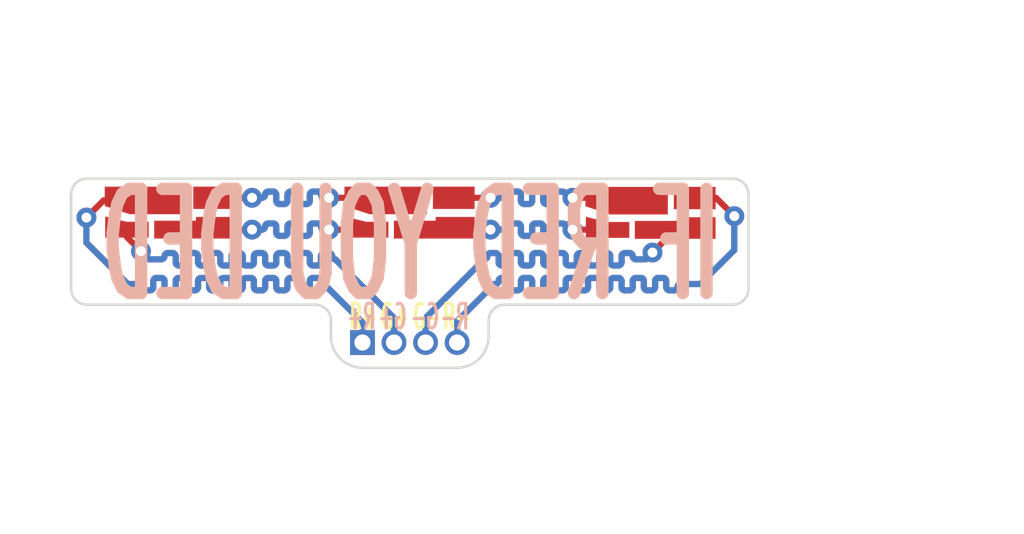
<source format=kicad_pcb>
(kicad_pcb
	(version 20241229)
	(generator "pcbnew")
	(generator_version "9.0")
	(general
		(thickness 0.8)
		(legacy_teardrops no)
	)
	(paper "A5")
	(title_block
		(title "TS Active Light")
		(date "2025-05-02")
		(rev "V2")
		(comment 1 "Hamza Tamim")
	)
	(layers
		(0 "F.Cu" signal)
		(2 "B.Cu" signal)
		(9 "F.Adhes" user "F.Adhesive")
		(11 "B.Adhes" user "B.Adhesive")
		(13 "F.Paste" user)
		(15 "B.Paste" user)
		(5 "F.SilkS" user "F.Silkscreen")
		(7 "B.SilkS" user "B.Silkscreen")
		(1 "F.Mask" user)
		(3 "B.Mask" user)
		(17 "Dwgs.User" user "User.Drawings")
		(19 "Cmts.User" user "User.Comments")
		(21 "Eco1.User" user "User.Eco1")
		(23 "Eco2.User" user "User.Eco2")
		(25 "Edge.Cuts" user)
		(27 "Margin" user)
		(31 "F.CrtYd" user "F.Courtyard")
		(29 "B.CrtYd" user "B.Courtyard")
		(35 "F.Fab" user)
		(33 "B.Fab" user)
		(39 "User.1" user)
		(41 "User.2" user)
		(43 "User.3" user)
		(45 "User.4" user)
		(47 "User.5" user)
		(49 "User.6" user)
		(51 "User.7" user)
		(53 "User.8" user)
		(55 "User.9" user)
	)
	(setup
		(stackup
			(layer "F.SilkS"
				(type "Top Silk Screen")
				(color "White")
			)
			(layer "F.Paste"
				(type "Top Solder Paste")
			)
			(layer "F.Mask"
				(type "Top Solder Mask")
				(thickness 0.01)
			)
			(layer "F.Cu"
				(type "copper")
				(thickness 0.035)
			)
			(layer "dielectric 1"
				(type "core")
				(color "Polyimide")
				(thickness 0.71)
				(material "Kapton")
				(epsilon_r 3.2)
				(loss_tangent 0.004)
			)
			(layer "B.Cu"
				(type "copper")
				(thickness 0.035)
			)
			(layer "B.Mask"
				(type "Bottom Solder Mask")
				(thickness 0.01)
			)
			(layer "B.Paste"
				(type "Bottom Solder Paste")
			)
			(layer "B.SilkS"
				(type "Bottom Silk Screen")
				(color "White")
			)
			(copper_finish "None")
			(dielectric_constraints no)
		)
		(pad_to_mask_clearance 0)
		(allow_soldermask_bridges_in_footprints no)
		(tenting front back)
		(aux_axis_origin 184.15 97.79)
		(pcbplotparams
			(layerselection 0x00000000_00000000_55555555_5755f55f)
			(plot_on_all_layers_selection 0x00000000_00000000_00000000_00000000)
			(disableapertmacros no)
			(usegerberextensions no)
			(usegerberattributes yes)
			(usegerberadvancedattributes yes)
			(creategerberjobfile no)
			(dashed_line_dash_ratio 12.000000)
			(dashed_line_gap_ratio 3.000000)
			(svgprecision 6)
			(plotframeref no)
			(mode 1)
			(useauxorigin yes)
			(hpglpennumber 1)
			(hpglpenspeed 20)
			(hpglpendiameter 15.000000)
			(pdf_front_fp_property_popups yes)
			(pdf_back_fp_property_popups yes)
			(pdf_metadata yes)
			(pdf_single_document no)
			(dxfpolygonmode yes)
			(dxfimperialunits yes)
			(dxfusepcbnewfont yes)
			(psnegative no)
			(psa4output no)
			(plot_black_and_white yes)
			(sketchpadsonfab no)
			(plotpadnumbers no)
			(hidednponfab no)
			(sketchdnponfab yes)
			(crossoutdnponfab yes)
			(subtractmaskfromsilk yes)
			(outputformat 1)
			(mirror no)
			(drillshape 0)
			(scaleselection 1)
			(outputdirectory "gerber/")
		)
	)
	(net 0 "")
	(net 1 "Net-(D1-G-)")
	(net 2 "Net-(D1-G+)")
	(net 3 "Net-(D1-R+)")
	(net 4 "Net-(D1-R-)")
	(net 5 "Net-(D2-G-)")
	(net 6 "Net-(D2-R-)")
	(net 7 "Net-(D3-R-)")
	(net 8 "Net-(D3-G-)")
	(footprint "FaSTTUBe_LEDs:PLCC8" (layer "F.Cu") (at 103.15 70.29))
	(footprint "FaSTTUBe_LEDs:PLCC8" (layer "F.Cu") (at 112.8 70.29))
	(footprint "Connector_PinHeader_1.27mm:PinHeader_1x04_P1.27mm_Vertical" (layer "F.Cu") (at 110.895 74.354 90))
	(footprint "FaSTTUBe_LEDs:PLCC8" (layer "F.Cu") (at 122.5 70.3))
	(gr_line
		(start 125.8 67.75)
		(end 99.8 67.75)
		(stroke
			(width 0.1)
			(type solid)
		)
		(layer "Edge.Cuts")
		(uuid "01b2d582-4a34-4bb1-a952-f2a3d45a7312")
	)
	(gr_arc
		(start 125.8 67.75)
		(mid 126.249013 67.935987)
		(end 126.435 68.385)
		(stroke
			(width 0.1)
			(type solid)
		)
		(layer "Edge.Cuts")
		(uuid "1833a627-89ef-4167-8d58-16acebf4a482")
	)
	(gr_line
		(start 114.705 75.37)
		(end 110.895 75.37)
		(stroke
			(width 0.1)
			(type solid)
		)
		(layer "Edge.Cuts")
		(uuid "384a9d6f-5150-49e6-836d-f556f362cbcb")
	)
	(gr_arc
		(start 108.99 72.83)
		(mid 109.439013 73.015987)
		(end 109.625 73.465)
		(stroke
			(width 0.1)
			(type solid)
		)
		(layer "Edge.Cuts")
		(uuid "38987a85-3555-432b-8553-68aab403c4bf")
	)
	(gr_line
		(start 126.435 72.195)
		(end 126.435 68.385)
		(stroke
			(width 0.1)
			(type solid)
		)
		(layer "Edge.Cuts")
		(uuid "3cb433bc-ef41-477a-9e30-1e4fdd283b4c")
	)
	(gr_arc
		(start 99.8 72.83)
		(mid 99.350987 72.644013)
		(end 99.165 72.195)
		(stroke
			(width 0.1)
			(type solid)
		)
		(layer "Edge.Cuts")
		(uuid "6aefb6e3-b106-4785-94eb-5ca0dd4b93e8")
	)
	(gr_line
		(start 109.625 73.465)
		(end 109.625 74.1)
		(stroke
			(width 0.1)
			(type solid)
		)
		(layer "Edge.Cuts")
		(uuid "796c4228-0a40-4db7-9b5e-a13c19635fe0")
	)
	(gr_line
		(start 99.165 72.195)
		(end 99.165 68.385)
		(stroke
			(width 0.1)
			(type solid)
		)
		(layer "Edge.Cuts")
		(uuid "908373c9-c504-4353-8dc3-e02de6b48e1e")
	)
	(gr_arc
		(start 115.975 74.1)
		(mid 115.603026 74.998026)
		(end 114.705 75.37)
		(stroke
			(width 0.1)
			(type solid)
		)
		(layer "Edge.Cuts")
		(uuid "a1101e8c-16b5-46c2-bed5-4c1687ffd280")
	)
	(gr_line
		(start 116.61 72.83)
		(end 125.8 72.83)
		(stroke
			(width 0.1)
			(type solid)
		)
		(layer "Edge.Cuts")
		(uuid "b388135f-69ca-4947-8e63-5a757647cf4c")
	)
	(gr_arc
		(start 99.165 68.385)
		(mid 99.350987 67.935987)
		(end 99.8 67.75)
		(stroke
			(width 0.1)
			(type solid)
		)
		(layer "Edge.Cuts")
		(uuid "ce123886-2ff3-4ff6-9e29-98cbebee6b2f")
	)
	(gr_arc
		(start 110.895 75.37)
		(mid 109.996974 74.998026)
		(end 109.625 74.1)
		(stroke
			(width 0.1)
			(type solid)
		)
		(layer "Edge.Cuts")
		(uuid "dd2ac71a-2ccb-4d62-8e79-bad0bdf2c697")
	)
	(gr_arc
		(start 115.975 73.465)
		(mid 116.160987 73.015987)
		(end 116.61 72.83)
		(stroke
			(width 0.1)
			(type solid)
		)
		(layer "Edge.Cuts")
		(uuid "e0b9f6d2-4db6-4d1f-94d5-3f5bd9349df1")
	)
	(gr_arc
		(start 126.435 72.195)
		(mid 126.249013 72.644013)
		(end 125.8 72.83)
		(stroke
			(width 0.1)
			(type solid)
		)
		(layer "Edge.Cuts")
		(uuid "e3d9dbc4-9675-4bce-8e1e-5fbe184f6c51")
	)
	(gr_line
		(start 99.8 72.83)
		(end 108.99 72.83)
		(stroke
			(width 0.1)
			(type solid)
		)
		(layer "Edge.Cuts")
		(uuid "e58a21d3-a7e1-4bbf-9534-ef73e5f0fa81")
	)
	(gr_line
		(start 115.975 74.1)
		(end 115.975 73.465)
		(stroke
			(width 0.1)
			(type solid)
		)
		(layer "Edge.Cuts")
		(uuid "f0cee50a-09d7-4518-96b7-eadfe36691f1")
	)
	(gr_text "R-"
		(at 114.05 73.9 0)
		(layer "F.SilkS")
		(uuid "33ac3e18-d8aa-4e05-8ed2-6b97ee6dd643")
		(effects
			(font
				(size 1 0.5)
				(thickness 0.125)
				(bold yes)
			)
			(justify left bottom)
		)
	)
	(gr_text "G+\n"
		(at 111.55 73.9 0)
		(layer "F.SilkS")
		(uuid "4cc697b2-042b-4339-9829-70a21c271b66")
		(effects
			(font
				(size 1 0.5)
				(thickness 0.125)
				(bold yes)
			)
			(justify left bottom)
		)
	)
	(gr_text "G-"
		(at 112.85 73.9 0)
		(layer "F.SilkS")
		(uuid "601b1cbd-fd81-41ba-ab29-7d373232e4c1")
		(effects
			(font
				(size 1 0.5)
				(thickness 0.125)
				(bold yes)
			)
			(justify left bottom)
		)
	)
	(gr_text "R+\n"
		(at 110.3 73.9 0)
		(layer "F.SilkS")
		(uuid "6240b56c-3053-4be0-864d-9c3c5548d2be")
		(effects
			(font
				(size 1 0.5)
				(thickness 0.125)
				(bold yes)
			)
			(justify left bottom)
		)
	)
	(gr_text "R-"
		(at 115.25 73.9 0)
		(layer "B.SilkS")
		(uuid "1a3f6c06-dde2-4e42-8662-5b05c66e5bcb")
		(effects
			(font
				(size 1 0.5)
				(thickness 0.125)
				(bold yes)
			)
			(justify left bottom mirror)
		)
	)
	(gr_text "G-"
		(at 114.05 73.9 0)
		(layer "B.SilkS")
		(uuid "2a562b09-5853-44ad-9d9a-a3b545e501b9")
		(effects
			(font
				(size 1 0.5)
				(thickness 0.125)
				(bold yes)
			)
			(justify left bottom mirror)
		)
	)
	(gr_text "G+\n"
		(at 112.75 73.9 0)
		(layer "B.SilkS")
		(uuid "2d83042e-c4a0-471c-a0ed-81d17c406ebd")
		(effects
			(font
				(size 1 0.5)
				(thickness 0.125)
				(bold yes)
			)
			(justify left bottom mirror)
		)
	)
	(gr_text "R+\n"
		(at 111.5 73.9 0)
		(layer "B.SilkS")
		(uuid "607f1d22-d19f-4334-9686-82a5e9f9847f")
		(effects
			(font
				(size 1 0.5)
				(thickness 0.125)
				(bold yes)
			)
			(justify left bottom mirror)
		)
	)
	(gr_text "IF RED YOU DED"
		(at 125.55 72.9 0)
		(layer "B.SilkS")
		(uuid "bdba4ad8-fc76-4848-8a80-d750f97d5d61")
		(effects
			(font
				(size 4.2 2)
				(thickness 0.5)
				(bold yes)
			)
			(justify left bottom mirror)
		)
	)
	(dimension
		(type orthogonal)
		(layer "Cmts.User")
		(uuid "130ee558-924d-4a5e-a618-d99722412891")
		(pts
			(xy 99.05 68.4) (xy 126.435 68.385)
		)
		(height -4.3)
		(orientation 0)
		(format
			(prefix "")
			(suffix "")
			(units 3)
			(units_format 1)
			(precision 4)
		)
		(style
			(thickness 0.2)
			(arrow_length 1.27)
			(text_position_mode 0)
			(arrow_direction outward)
			(extension_height 0.58642)
			(extension_offset 0.5)
			(keep_text_aligned yes)
		)
		(gr_text "27.3850 mm"
			(at 112.7425 62.3 0)
			(layer "Cmts.User")
			(uuid "130ee558-924d-4a5e-a618-d99722412891")
			(effects
				(font
					(size 1.5 1.5)
					(thickness 0.3)
				)
			)
		)
	)
	(dimension
		(type orthogonal)
		(layer "Cmts.User")
		(uuid "30140483-832c-40c5-bf38-ea8b32c42a8b")
		(pts
			(xy 125.8 72.83) (xy 125.8 67.75)
		)
		(height 6.75)
		(orientation 1)
		(format
			(prefix "")
			(suffix "")
			(units 3)
			(units_format 1)
			(precision 4)
		)
		(style
			(thickness 0.2)
			(arrow_length 1.27)
			(text_position_mode 0)
			(arrow_direction outward)
			(extension_height 0.58642)
			(extension_offset 0.5)
			(keep_text_aligned yes)
		)
		(gr_text "5.0800 mm"
			(at 130.75 70.29 90)
			(layer "Cmts.User")
			(uuid "30140483-832c-40c5-bf38-ea8b32c42a8b")
			(effects
				(font
					(size 1.5 1.5)
					(thickness 0.3)
				)
			)
		)
	)
	(segment
		(start 107.3 69.554167)
		(end 107.1 69.554167)
		(width 0.25)
		(layer "F.Cu")
		(net 1)
		(uuid "06aa5d13-2e74-4d70-b559-ad9de69ab934")
	)
	(segment
		(start 110.926092 69.67)
		(end 111.063011 69.806919)
		(width 0.25)
		(layer "F.Cu")
		(net 1)
		(uuid "0cba0fe1-23bb-4a0a-99a0-a930f989ba4c")
	)
	(segment
		(start 106.45537 69.804167)
		(end 104.134912 69.804167)
		(width 0.25)
		(layer "F.Cu")
		(net 1)
		(uuid "13073d96-77d2-47ae-a958-45f45b36fef0")
	)
	(segment
		(start 108.775 69.679167)
		(end 108.775 69.804167)
		(width 0.25)
		(layer "F.Cu")
		(net 1)
		(uuid "1a170d9b-939f-40c7-964a-3338fae83e1c")
	)
	(segment
		(start 106.85 69.804167)
		(end 106.65 69.804167)
		(width 0.25)
		(layer "F.Cu")
		(net 1)
		(uuid "2a95f79d-4749-4f8a-a0d3-a82f6825f60b")
	)
	(segment
		(start 107.425 69.929167)
		(end 107.425 69.804167)
		(width 0.25)
		(layer "F.Cu")
		(net 1)
		(uuid "3968ba0d-c497-41c4-9567-fe96a52e6b99")
	)
	(segment
		(start 109.55 69.804167)
		(end 111.060259 69.804167)
		(width 0.25)
		(layer "F.Cu")
		(net 1)
		(uuid "4b8629ef-d80c-4f53-b978-c7d0e8cb4fd5")
	)
	(segment
		(start 106.65 69.804167)
		(end 106.45537 69.804167)
		(width 0.25)
		(layer "F.Cu")
		(net 1)
		(uuid "4df828e7-1c6d-4016-9ae4-3ebd34fd7c5c")
	)
	(segment
		(start 108.2 69.554167)
		(end 108 69.554167)
		(width 0.25)
		(layer "F.Cu")
		(net 1)
		(uuid "51d154f8-e17a-4c77-94cb-67ae7844884a")
	)
	(segment
		(start 107.875 69.679167)
		(end 107.875 69.804167)
		(width 0.25)
		(layer "F.Cu")
		(net 1)
		(uuid "5456d0ca-5491-4a12-ae66-5cdcb5974c99")
	)
	(segment
		(start 108.65 70.054167)
		(end 108.45 70.054167)
		(width 0.25)
		(layer "F.Cu")
		(net 1)
		(uuid "64a0ab04-2117-47ec-9ea4-6d83bc3e2a25")
	)
	(segment
		(start 109.55 69.804167)
		(end 109.35 69.804167)
		(width 0.25)
		(layer "F.Cu")
		(net 1)
		(uuid "65fc8812-f219-47d0-8d32-7d65f423be80")
	)
	(segment
		(start 108.325 69.929167)
		(end 108.325 69.804167)
		(width 0.25)
		(layer "F.Cu")
		(net 1)
		(uuid "8bfce17d-e819-4e28-a01c-001c65d0b071")
	)
	(segment
		(start 109.1 69.554167)
		(end 108.9 69.554167)
		(width 0.25)
		(layer "F.Cu")
		(net 1)
		(uuid "9844ef36-4b1c-4305-b6ad-9a22b1eeb58e")
	)
	(segment
		(start 107.875 69.804167)
		(end 107.875 69.929167)
		(width 0.25)
		(layer "F.Cu")
		(net 1)
		(uuid "b783ac21-d6c2-4c72-abc3-6022c7f48581")
	)
	(segment
		(start 108.325 69.804167)
		(end 108.325 69.679167)
		(width 0.25)
		(layer "F.Cu")
		(net 1)
		(uuid "c1eb97ba-1c22-405d-b6da-8a7076ca10b3")
	)
	(segment
		(start 107.425 69.804167)
		(end 107.425 69.679167)
		(width 0.25)
		(layer "F.Cu")
		(net 1)
		(uuid "cb997420-58a1-4664-a4cc-2a6c791425c9")
	)
	(segment
		(start 107.75 70.054167)
		(end 107.55 70.054167)
		(width 0.25)
		(layer "F.Cu")
		(net 1)
		(uuid "dbc470ed-6779-4a83-a7ed-a507599a0a98")
	)
	(segment
		(start 111.060259 69.804167)
		(end 111.063011 69.806919)
		(width 0.25)
		(layer "F.Cu")
		(net 1)
		(uuid "e42b7ba5-8570-410d-b238-2b2565b06289")
	)
	(segment
		(start 108.775 69.804167)
		(end 108.775 69.929167)
		(width 0.25)
		(layer "F.Cu")
		(net 1)
		(uuid "e53664ce-74e8-4a2d-8134-967e6be0c8d6")
	)
	(via
		(at 109.55 69.804167)
		(size 0.8)
		(drill 0.4)
		(layers "F.Cu" "B.Cu")
		(net 1)
		(uuid "8d8793bd-fbe2-448d-acbe-e1fca74431ce")
	)
	(via
		(at 106.45 69.804167)
		(size 0.8)
		(drill 0.4)
		(layers "F.Cu" "B.Cu")
		(net 1)
		(uuid "a22e990e-85ee-4f61-89aa-8644d7bf6293")
	)
	(arc
		(start 106.975 69.679167)
		(mid 106.938388 69.767555)
		(end 106.85 69.804167)
		(width 0.25)
		(layer "F.Cu")
		(net 1)
		(uuid "2173f9d4-9808-49de-a0fe-1238e4b0da00")
	)
	(arc
		(start 107.875 69.929167)
		(mid 107.838388 70.017555)
		(end 107.75 70.054167)
		(width 0.25)
		(layer "F.Cu")
		(net 1)
		(uuid "25644464-a64f-455f-abad-6419070761f0")
	)
	(arc
		(start 107.1 69.554167)
		(mid 107.011612 69.590779)
		(end 106.975 69.679167)
		(width 0.25)
		(layer "F.Cu")
		(net 1)
		(uuid "287141a3-e8c9-4743-966a-da14010e1cb7")
	)
	(arc
		(start 108.45 70.054167)
		(mid 108.361612 70.017555)
		(end 108.325 69.929167)
		(width 0.25)
		(layer "F.Cu")
		(net 1)
		(uuid "2d2ed338-b4bb-493a-a377-ebc84fa74e9d")
	)
	(arc
		(start 108.775 69.929167)
		(mid 108.738388 70.017555)
		(end 108.65 70.054167)
		(width 0.25)
		(layer "F.Cu")
		(net 1)
		(uuid "421a919f-c823-49be-87ae-632e49c129df")
	)
	(arc
		(start 108.325 69.679167)
		(mid 108.288388 69.590779)
		(end 108.2 69.554167)
		(width 0.25)
		(layer "F.Cu")
		(net 1)
		(uuid "4e2a4d82-a09c-4f99-b189-8ae6b4e13de5")
	)
	(arc
		(start 107.425 69.679167)
		(mid 107.388388 69.590779)
		(end 107.3 69.554167)
		(width 0.25)
		(layer "F.Cu")
		(net 1)
		(uuid "6b9795be-1a11-4dc2-ab8c-7c761ab91628")
	)
	(arc
		(start 107.55 70.054167)
		(mid 107.461612 70.017555)
		(end 107.425 69.929167)
		(width 0.25)
		(layer "F.Cu")
		(net 1)
		(uuid "baad4ccd-45f2-430a-8a3c-636eeabd43a8")
	)
	(arc
		(start 109.35 69.804167)
		(mid 109.261612 69.767555)
		(end 109.225 69.679167)
		(width 0.25)
		(layer "F.Cu")
		(net 1)
		(uuid "c0d04e83-d412-45d6-8885-9efb098bce3d")
	)
	(arc
		(start 109.225 69.679167)
		(mid 109.188388 69.590779)
		(end 109.1 69.554167)
		(width 0.25)
		(layer "F.Cu")
		(net 1)
		(uuid "e364667b-3ffc-4b61-b8be-891544922590")
	)
	(arc
		(start 108.9 69.554167)
		(mid 108.811612 69.590779)
		(end 108.775 69.679167)
		(width 0.25)
		(layer "F.Cu")
		(net 1)
		(uuid "e9192378-e99c-4bf4-8fc7-0a3b143b2cc1")
	)
	(arc
		(start 108 69.554167)
		(mid 107.911612 69.590779)
		(end 107.875 69.679167)
		(width 0.25)
		(layer "F.Cu")
		(net 1)
		(uuid "f4d35271-b564-43ae-9ba5-5b451159c2bd")
	)
	(segment
		(start 108.2 69.554167)
		(end 108 69.554167)
		(width 0.25)
		(layer "B.Cu")
		(net 1)
		(uuid "14457d5c-a01d-441c-8c1c-cc3a76231cce")
	)
	(segment
		(start 108.775 69.679167)
		(end 108.775 69.804167)
		(width 0.25)
		(layer "B.Cu")
		(net 1)
		(uuid "1807ff4b-4579-4f26-bf2a-520491beca30")
	)
	(segment
		(start 108.325 69.929167)
		(end 108.325 69.804167)
		(width 0.25)
		(layer "B.Cu")
		(net 1)
		(uuid "2a977e71-f149-4fb0-ae1f-55c1e3a9ee54")
	)
	(segment
		(start 106.85 69.804167)
		(end 106.65 69.804167)
		(width 0.25)
		(layer "B.Cu")
		(net 1)
		(uuid "4a7fffdd-ba8e-4547-a3ff-6dc4cd7a4023")
	)
	(segment
		(start 108.325 69.804167)
		(end 108.325 69.679167)
		(width 0.25)
		(layer "B.Cu")
		(net 1)
		(uuid "531fbded-223c-4b77-aa08-9d5165fba0ac")
	)
	(segment
		(start 107.875 69.804167)
		(end 107.875 69.929167)
		(width 0.25)
		(layer "B.Cu")
		(net 1)
		(uuid "5d3f10db-143e-4373-84ca-dde4e9f725ef")
	)
	(segment
		(start 108.775 69.804167)
		(end 108.775 69.929167)
		(width 0.25)
		(layer "B.Cu")
		(net 1)
		(uuid "5f691afc-2268-4658-97fa-55b20ac224c4")
	)
	(segment
		(start 106.65 69.804167)
		(end 106.45 69.804167)
		(width 0.25)
		(layer "B.Cu")
		(net 1)
		(uuid "63304e5c-980f-42bc-b73b-2cbc6211f236")
	)
	(segment
		(start 107.425 69.804167)
		(end 107.425 69.679167)
		(width 0.25)
		(layer "B.Cu")
		(net 1)
		(uuid "6aa3e5a4-0c07-4cb1-ae19-65086035f93d")
	)
	(segment
		(start 107.425 69.929167)
		(end 107.425 69.804167)
		(width 0.25)
		(layer "B.Cu")
		(net 1)
		(uuid "750f2edf-4411-48f6-8a98-3d6df024dddb")
	)
	(segment
		(start 109.55 69.804167)
		(end 109.35 69.804167)
		(width 0.25)
		(layer "B.Cu")
		(net 1)
		(uuid "93be0262-737a-4795-bda3-1130b14a9b15")
	)
	(segment
		(start 107.3 69.554167)
		(end 107.1 69.554167)
		(width 0.25)
		(layer "B.Cu")
		(net 1)
		(uuid "9b424bd3-dff2-4c1d-9c4f-b39b61262876")
	)
	(segment
		(start 107.75 70.054167)
		(end 107.55 70.054167)
		(width 0.25)
		(layer "B.Cu")
		(net 1)
		(uuid "a30acf0a-36d1-4f93-96e6-d879d5816b25")
	)
	(segment
		(start 109.1 69.554167)
		(end 108.9 69.554167)
		(width 0.25)
		(layer "B.Cu")
		(net 1)
		(uuid "c0ddc3c8-fd17-49bf-8a68-5f14e5e0c847")
	)
	(segment
		(start 108.65 70.054167)
		(end 108.45 70.054167)
		(width 0.25)
		(layer "B.Cu")
		(net 1)
		(uuid "e24b9f4d-dc28-42bb-9bff-de5741fc6dd3")
	)
	(segment
		(start 107.875 69.679167)
		(end 107.875 69.804167)
		(width 0.25)
		(layer "B.Cu")
		(net 1)
		(uuid "fc25a69c-aa26-4e46-ac35-b6301dbe31ed")
	)
	(arc
		(start 106.975 69.679167)
		(mid 106.938388 69.767555)
		(end 106.85 69.804167)
		(width 0.25)
		(layer "B.Cu")
		(net 1)
		(uuid "11794411-32cb-454e-887d-e8ef24e1d480")
	)
	(arc
		(start 109.35 69.804167)
		(mid 109.261612 69.767555)
		(end 109.225 69.679167)
		(width 0.25)
		(layer "B.Cu")
		(net 1)
		(uuid "6a395466-8cf0-4863-9942-e5ccea346a8f")
	)
	(arc
		(start 108.45 70.054167)
		(mid 108.361612 70.017555)
		(end 108.325 69.929167)
		(width 0.25)
		(layer "B.Cu")
		(net 1)
		(uuid "6d564516-7555-4495-9c24-f7dfbc4fe2ad")
	)
	(arc
		(start 108.9 69.554167)
		(mid 108.811612 69.590779)
		(end 108.775 69.679167)
		(width 0.25)
		(layer "B.Cu")
		(net 1)
		(uuid "6f9235c5-12fe-4530-86e3-81824dfb3287")
	)
	(arc
		(start 108.325 69.679167)
		(mid 108.288388 69.590779)
		(end 108.2 69.554167)
		(width 0.25)
		(layer "B.Cu")
		(net 1)
		(uuid "9c52fce2-f026-42c4-a6af-e66b83c53a87")
	)
	(arc
		(start 109.225 69.679167)
		(mid 109.188388 69.590779)
		(end 109.1 69.554167)
		(width 0.25)
		(layer "B.Cu")
		(net 1)
		(uuid "a098286e-1937-4bd8-8b03-6b97eea4b64b")
	)
	(arc
		(start 107.55 70.054167)
		(mid 107.461612 70.017555)
		(end 107.425 69.929167)
		(width 0.25)
		(layer "B.Cu")
		(net 1)
		(uuid "a709c75e-5c53-41b9-85d5-9901626fa6d2")
	)
	(arc
		(start 107.1 69.554167)
		(mid 107.011612 69.590779)
		(end 106.975 69.679167)
		(width 0.25)
		(layer "B.Cu")
		(net 1)
		(uuid "b63a85b9-6261-497e-a6cf-abf678988674")
	)
	(arc
		(start 108 69.554167)
		(mid 107.911612 69.590779)
		(end 107.875 69.679167)
		(width 0.25)
		(layer "B.Cu")
		(net 1)
		(uuid "d746d6c5-8def-44c8-8cd9-c414b79e7735")
	)
	(arc
		(start 107.425 69.679167)
		(mid 107.388388 69.590779)
		(end 107.3 69.554167)
		(width 0.25)
		(layer "B.Cu")
		(net 1)
		(uuid "e2ba9429-32a2-426d-965a-0b0acb7bdff3")
	)
	(arc
		(start 108.775 69.929167)
		(mid 108.738388 70.017555)
		(end 108.65 70.054167)
		(width 0.25)
		(layer "B.Cu")
		(net 1)
		(uuid "e4b3d4fa-1495-425e-8649-e723372144f4")
	)
	(arc
		(start 107.875 69.929167)
		(mid 107.838388 70.017555)
		(end 107.75 70.054167)
		(width 0.25)
		(layer "B.Cu")
		(net 1)
		(uuid "eea13c20-5c74-457d-a237-3f3f8508e738")
	)
	(segment
		(start 105.05 70.75)
		(end 104.85 70.75)
		(width 0.25)
		(layer "F.Cu")
		(net 2)
		(uuid "0391f18b-14b3-4bcc-9de4-e885c6eac3e2")
	)
	(segment
		(start 109.1 71.25)
		(end 108.9 71.25)
		(width 0.25)
		(layer "F.Cu")
		(net 2)
		(uuid "06157557-3f3e-403f-ad21-fb1f77720324")
	)
	(segment
		(start 106.525 70.875)
		(end 106.525 71)
		(width 0.25)
		(layer "F.Cu")
		(net 2)
		(uuid "0d092501-efac-433e-a40d-e9bfd7066de9")
	)
	(segment
		(start 108.775 71)
		(end 108.775 70.875)
		(width 0.25)
		(layer "F.Cu")
		(net 2)
		(uuid "0e91a7ab-e9cd-45c9-ad89-4281c56cbc9c")
	)
	(segment
		(start 112.165 74.354)
		(end 112.165 73.365)
		(width 0.25)
		(layer "F.Cu")
		(net 2)
		(uuid "15505ddd-b0c4-441b-b5f9-f2f7e5891ebb")
	)
	(segment
		(start 107.875 71)
		(end 107.875 70.875)
		(width 0.25)
		(layer "F.Cu")
		(net 2)
		(uuid "1a396b33-707c-4b82-9879-7227acb8f22c")
	)
	(segment
		(start 109.225 71)
		(end 109.225 71.125)
		(width 0.25)
		(layer "F.Cu")
		(net 2)
		(uuid "1a982551-a9fb-4070-9c02-32c3a9eb3329")
	)
	(segment
		(start 102.306092 71)
		(end 101.978046 70.671954)
		(width 0.25)
		(layer "F.Cu")
		(net 2)
		(uuid "1d280ea1-ace3-4468-baa5-e1dc93d9dbb9")
	)
	(segment
		(start 105.175 71.125)
		(end 105.175 71)
		(width 0.25)
		(layer "F.Cu")
		(net 2)
		(uuid "20088bdb-7058-40bb-90f8-89562c8ba85c")
	)
	(segment
		(start 108.775 71.125)
		(end 108.775 71)
		(width 0.25)
		(layer "F.Cu")
		(net 2)
		(uuid "295ba823-ac04-4598-aff2-0f9e9caaba5a")
	)
	(segment
		(start 103.825 70.875)
		(end 103.825 71)
		(width 0.25)
		(layer "F.Cu")
		(net 2)
		(uuid "31751896-2dee-43bc-a1db-33ea376616de")
	)
	(segment
		(start 105.5 71.25)
		(end 105.3 71.25)
		(width 0.25)
		(layer "F.Cu")
		(net 2)
		(uuid "3280c774-6fef-4dfe-9c88-e739fbe45e85")
	)
	(segment
		(start 106.85 70.75)
		(end 106.65 70.75)
		(width 0.25)
		(layer "F.Cu")
		(net 2)
		(uuid "3b97b2c6-9cdf-478e-bf41-41ea50adf712")
	)
	(segment
		(start 106.075 71.125)
		(end 106.075 71)
		(width 0.25)
		(layer "F.Cu")
		(net 2)
		(uuid "3ca9ebfe-2f36-4b77-b5df-c5adcd442c41")
	)
	(segment
		(start 106.975 71.125)
		(end 106.975 71)
		(width 0.25)
		(layer "F.Cu")
		(net 2)
		(uuid "42ea22dd-7212-41f0-b0b6-9bbf0b8ddf9d")
	)
	(segment
		(start 104.275 71)
		(end 104.275 70.875)
		(width 0.25)
		(layer "F.Cu")
		(net 2)
		(uuid "4b74cdda-25e3-424d-912b-8d8a76b8eb6f")
	)
	(segment
		(start 108.65 70.75)
		(end 108.45 70.75)
		(width 0.25)
		(layer "F.Cu")
		(net 2)
		(uuid "557ba87f-5324-4a40-b385-320652dbcad5")
	)
	(segment
		(start 103.825 71)
		(end 103.825 71.125)
		(width 0.25)
		(layer "F.Cu")
		(net 2)
		(uuid "5bf5f3e1-f3e2-47a6-ad66-8da5caeb5362")
	)
	(segment
		(start 104.725 70.875)
		(end 104.725 71)
		(width 0.25)
		(layer "F.Cu")
		(net 2)
		(uuid "6081cbaf-308f-46e4-a99f-38f3095bdbe6")
	)
	(segment
		(start 106.525 71)
		(end 106.525 71.125)
		(width 0.25)
		(layer "F.Cu")
		(net 2)
		(uuid "6f1f2ac0-fbe9-4a97-9cbe-4d4ac0f62c9b")
	)
	(segment
		(start 105.175 71)
		(end 105.175 70.875)
		(width 0.25)
		(layer "F.Cu")
		(net 2)
		(uuid "77cd31f7-ad25-426e-9e6f-7ffa74d2f487")
	)
	(segment
		(start 112.165 73.365)
		(end 109.8 71)
		(width 0.25)
		(layer "F.Cu")
		(net 2)
		(uuid "7c45e5ba-72f6-4324-941a-1114de897cd4")
	)
	(segment
		(start 107.3 71.25)
		(end 107.1 71.25)
		(width 0.25)
		(layer "F.Cu")
		(net 2)
		(uuid "90134a51-a13a-4c5e-b115-5bc0c7e051b9")
	)
	(segment
		(start 107.425 71)
		(end 107.425 71.125)
		(width 0.25)
		(layer "F.Cu")
		(net 2)
		(uuid "92c941a0-f3b0-4ea1-bd00-e449b4065786")
	)
	(segment
		(start 102.6 71)
		(end 102.306092 71)
		(width 0.25)
		(layer "F.Cu")
		(net 2)
		(uuid "92cc7b84-3aad-46e8-866b-e4d8f64dc1b2")
	)
	(segment
		(start 104.6 71.25)
		(end 104.4 71.25)
		(width 0.25)
		(layer "F.Cu")
		(net 2)
		(uuid "992481fd-013d-459b-8df3-e5d277d22b37")
	)
	(segment
		(start 101.413011 70.106919)
		(end 101.978046 70.671954)
		(width 0.25)
		(layer "F.Cu")
		(net 2)
		(uuid "a0e99a15-fe80-48b3-8688-e00e659144ed")
	)
	(segment
		(start 103.375 71.125)
		(end 103.375 71)
		(width 0.25)
		(layer "F.Cu")
		(net 2)
		(uuid "a25726f1-3424-42e9-b3b6-52d02ec3ec1e")
	)
	(segment
		(start 107.75 70.75)
		(end 107.55 70.75)
		(width 0.25)
		(layer "F.Cu")
		(net 2)
		(uuid "a56c1a3b-44bf-49a8-a54b-13ae2dfdd699")
	)
	(segment
		(start 103.25 70.75)
		(end 103.05 70.75)
		(width 0.25)
		(layer "F.Cu")
		(net 2)
		(uuid "a58c0bb7-2b26-4fd1-8c78-b529366fa35e")
	)
	(segment
		(start 108.2 71.25)
		(end 108 71.25)
		(width 0.25)
		(layer "F.Cu")
		(net 2)
		(uuid "a7027f43-0795-412a-ba25-970402240e98")
	)
	(segment
		(start 103.7 71.25)
		(end 103.5 71.25)
		(width 0.25)
		(layer "F.Cu")
		(net 2)
		(uuid "ac0992c0-6a9f-4454-b25e-5271fbba932e")
	)
	(segment
		(start 105.95 70.75)
		(end 105.75 70.75)
		(width 0.25)
		(layer "F.Cu")
		(net 2)
		(uuid "b0323110-7148-42b3-8807-a68ff2e4e98c")
	)
	(segment
		(start 109.225 70.875)
		(end 109.225 71)
		(width 0.25)
		(layer "F.Cu")
		(net 2)
		(uuid "b61ce64f-7318-47f5-a5b3-964ad7a50f5a")
	)
	(segment
		(start 108.325 70.875)
		(end 108.325 71)
		(width 0.25)
		(layer "F.Cu")
		(net 2)
		(uuid "bbee4c43-56d0-4b0c-91eb-e73be4caaf95")
	)
	(segment
		(start 107.425 70.875)
		(end 107.425 71)
		(width 0.25)
		(layer "F.Cu")
		(net 2)
		(uuid "c29d9a2d-09f9-4b2f-9dde-cda899519ecd")
	)
	(segment
		(start 108.325 71)
		(end 108.325 71.125)
		(width 0.25)
		(layer "F.Cu")
		(net 2)
		(uuid "c50794c5-f087-4dbc-b97d-6a466fdccf1e")
	)
	(segment
		(start 101.413011 69.806919)
		(end 101.413011 70.106919)
		(width 0.25)
		(layer "F.Cu")
		(net 2)
		(uuid "c6ddae40-6541-403b-b58b-ee8c8a58d7ac")
	)
	(segment
		(start 106.975 71)
		(end 106.975 70.875)
		(width 0.25)
		(layer "F.Cu")
		(net 2)
		(uuid "c944a78a-ece5-47a0-b67c-ced9b3bf49d4")
	)
	(segment
		(start 106.075 71)
		(end 106.075 70.875)
		(width 0.25)
		(layer "F.Cu")
		(net 2)
		(uuid "d00159c5-c4d4-438e-86fb-4f1d6480004f")
	)
	(segment
		(start 104.15 70.75)
		(end 103.95 70.75)
		(width 0.25)
		(layer "F.Cu")
		(net 2)
		(uuid "d0359286-0e71-417e-80cd-c8e03099ae47")
	)
	(segment
		(start 104.725 71)
		(end 104.725 71.125)
		(width 0.25)
		(layer "F.Cu")
		(net 2)
		(uuid "d61d35ba-0e4d-4f89-a9c9-7b365152ca3a")
	)
	(segment
		(start 105.625 71)
		(end 105.625 71.125)
		(width 0.25)
		(layer "F.Cu")
		(net 2)
		(uuid "d69a05c1-caec-48d1-a15d-9b80cdbff1e2")
	)
	(segment
		(start 104.275 71.125)
		(end 104.275 71)
		(width 0.25)
		(layer "F.Cu")
		(net 2)
		(uuid "d8b26a4f-bed3-4b62-be66-487761c13b4b")
	)
	(segment
		(start 106.4 71.25)
		(end 106.2 71.25)
		(width 0.25)
		(layer "F.Cu")
		(net 2)
		(uuid "e354df7b-588a-4350-9147-84ea7bee7787")
	)
	(segment
		(start 105.625 70.875)
		(end 105.625 71)
		(width 0.25)
		(layer "F.Cu")
		(net 2)
		(uuid "e506f1fb-bce4-4f84-a17a-9003deae9923")
	)
	(segment
		(start 102.8 71)
		(end 102.6 71)
		(width 0.25)
		(layer "F.Cu")
		(net 2)
		(uuid "e711537a-1c2a-4d8e-bb0a-582456d72bcd")
	)
	(segment
		(start 103.375 71)
		(end 103.375 70.875)
		(width 0.25)
		(layer "F.Cu")
		(net 2)
		(uuid "e948dcff-b0c5-4dee-abfd-0967ce4dd863")
	)
	(segment
		(start 109.55 70.75)
		(end 109.35 70.75)
		(width 0.25)
		(layer "F.Cu")
		(net 2)
		(uuid "f18d448f-b1bd-419c-9962-edb77177b231")
	)
	(segment
		(start 107.875 71.125)
		(end 107.875 71)
		(width 0.25)
		(layer "F.Cu")
		(net 2)
		(uuid "fcdfb201-e9cc-4b5a-9771-a8270b67e59d")
	)
	(via
		(at 101.978046 70.671954)
		(size 0.8)
		(drill 0.4)
		(layers "F.Cu" "B.Cu")
		(net 2)
		(uuid "ba5c8bd2-fdf3-4969-83cc-589aa111e3d7")
	)
	(arc
		(start 107.425 71.125)
		(mid 107.388388 71.213388)
		(end 107.3 71.25)
		(width 0.25)
		(layer "F.Cu")
		(net 2)
		(uuid "0026defc-2de3-4fb5-a649-bd9499a440c7")
	)
	(arc
		(start 108.325 71.125)
		(mid 108.288388 71.213388)
		(end 108.2 71.25)
		(width 0.25)
		(layer "F.Cu")
		(net 2)
		(uuid "0844b5a1-2cc0-418d-87db-7add969b6635")
	)
	(arc
		(start 104.275 70.875)
		(mid 104.238388 70.786612)
		(end 104.15 70.75)
		(width 0.25)
		(layer "F.Cu")
		(net 2)
		(uuid "15b91690-a02a-4102-9751-01af7feef724")
	)
	(arc
		(start 107.55 70.75)
		(mid 107.461612 70.786612)
		(end 107.425 70.875)
		(width 0.25)
		(layer "F.Cu")
		(net 2)
		(uuid "170e0cb4-d2c6-451e-a392-4ea508f75ade")
	)
	(arc
		(start 103.95 70.75)
		(mid 103.861612 70.786612)
		(end 103.825 70.875)
		(width 0.25)
		(layer "F.Cu")
		(net 2)
		(uuid "1d340cd2-bc2c-46ae-b39a-4eb1cda4d1f1")
	)
	(arc
		(start 104.725 71.125)
		(mid 104.688388 71.213388)
		(end 104.6 71.25)
		(width 0.25)
		(layer "F.Cu")
		(net 2)
		(uuid "1fd1f2c4-0ee0-467b-9095-ed055355b901")
	)
	(arc
		(start 109.8 71)
		(mid 109.711612 70.963388)
		(end 109.675 70.875)
		(width 0.25)
		(layer "F.Cu")
		(net 2)
		(uuid "28de21cb-f7b9-4ad1-bcb0-96ab58b5900c")
	)
	(arc
		(start 108 71.25)
		(mid 107.911612 71.213388)
		(end 107.875 71.125)
		(width 0.25)
		(layer "F.Cu")
		(net 2)
		(uuid "2e582edd-8614-4ec8-a528-0ad6a1358a0d")
	)
	(arc
		(start 108.775 70.875)
		(mid 108.738388 70.786612)
		(end 108.65 70.75)
		(width 0.25)
		(layer "F.Cu")
		(net 2)
		(uuid "34438681-0afa-44b0-9e13-30ba60b14c92")
	)
	(arc
		(start 103.5 71.25)
		(mid 103.411612 71.213388)
		(end 103.375 71.125)
		(width 0.25)
		(layer "F.Cu")
		(net 2)
		(uuid "35994382-12f8-4834-bc48-df6e08bca34d")
	)
	(arc
		(start 104.85 70.75)
		(mid 104.761612 70.786612)
		(end 104.725 70.875)
		(width 0.25)
		(layer "F.Cu")
		(net 2)
		(uuid "3cb1f4a8-ce66-47cb-ab15-00f92aad11c6")
	)
	(arc
		(start 107.1 71.25)
		(mid 107.011612 71.213388)
		(end 106.975 71.125)
		(width 0.25)
		(layer "F.Cu")
		(net 2)
		(uuid "3d310ec9-d3c8-45f3-83a2-63c269cf7dcb")
	)
	(arc
		(start 106.975 70.875)
		(mid 106.938388 70.786612)
		(end 106.85 70.75)
		(width 0.25)
		(layer "F.Cu")
		(net 2)
		(uuid "4746cb57-c01d-45dd-b1dc-e7e3cd60ee5c")
	)
	(arc
		(start 108.9 71.25)
		(mid 108.811612 71.213388)
		(end 108.775 71.125)
		(width 0.25)
		(layer "F.Cu")
		(net 2)
		(uuid "48fcb851-2efb-446d-a776-719d5db6cc00")
	)
	(arc
		(start 105.75 70.75)
		(mid 105.661612 70.786612)
		(end 105.625 70.875)
		(width 0.25)
		(layer "F.Cu")
		(net 2)
		(uuid "50541403-68ee-4f3f-b854-3f9a9d8c80be")
	)
	(arc
		(start 103.375 70.875)
		(mid 103.338388 70.786612)
		(end 103.25 70.75)
		(width 0.25)
		(layer "F.Cu")
		(net 2)
		(uuid "576ed7df-bc5b-4a68-82f6-f398e6962b5b")
	)
	(arc
		(start 105.175 70.875)
		(mid 105.138388 70.786612)
		(end 105.05 70.75)
		(width 0.25)
		(layer "F.Cu")
		(net 2)
		(uuid "6396735f-8a07-40ec-8cbe-e201dcc7f8c8")
	)
	(arc
		(start 103.05 70.75)
		(mid 102.961612 70.786612)
		(end 102.925 70.875)
		(width 0.25)
		(layer "F.Cu")
		(net 2)
		(uuid "8bcb4174-9794-448e-a3b9-d7d7092b2d3d")
	)
	(arc
		(start 104.4 71.25)
		(mid 104.311612 71.213388)
		(end 104.275 71.125)
		(width 0.25)
		(layer "F.Cu")
		(net 2)
		(uuid "a07f3f09-9046-46c0-82fd-83f084a9061c")
	)
	(arc
		(start 109.675 70.875)
		(mid 109.638388 70.786612)
		(end 109.55 70.75)
		(width 0.25)
		(layer "F.Cu")
		(net 2)
		(uuid "acca8e1b-881a-4403-9198-0ed7b8f0af22")
	)
	(arc
		(start 106.2 71.25)
		(mid 106.111612 71.213388)
		(end 106.075 71.125)
		(width 0.25)
		(layer "F.Cu")
		(net 2)
		(uuid "b47c16b8-1f84-4b56-9ed2-8a4b2d9239c2")
	)
	(arc
		(start 105.3 71.25)
		(mid 105.211612 71.213388)
		(end 105.175 71.125)
		(width 0.25)
		(layer "F.Cu")
		(net 2)
		(uuid "b5d80138-8670-403e-940f-3dce5d4827fc")
	)
	(arc
		(start 109.225 71.125)
		(mid 109.188388 71.213388)
		(end 109.1 71.25)
		(width 0.25)
		(layer "F.Cu")
		(net 2)
		(uuid "b6d0adcd-e25d-4492-8f92-e0286af43105")
	)
	(arc
		(start 106.525 71.125)
		(mid 106.488388 71.213388)
		(end 106.4 71.25)
		(width 0.25)
		(layer "F.Cu")
		(net 2)
		(uuid "b7e1be68-55d4-4668-8813-4fb229b6600e")
	)
	(arc
		(start 106.65 70.75)
		(mid 106.561612 70.786612)
		(end 106.525 70.875)
		(width 0.25)
		(layer "F.Cu")
		(net 2)
		(uuid "b8e14a2d-5329-491d-a8c8-08a3a6ca4d73")
	)
	(arc
		(start 105.625 71.125)
		(mid 105.588388 71.213388)
		(end 105.5 71.25)
		(width 0.25)
		(layer "F.Cu")
		(net 2)
		(uuid "bf62e80f-2375-48a0-b32a-26dbde90529b")
	)
	(arc
		(start 108.45 70.75)
		(mid 108.361612 70.786612)
		(end 108.325 70.875)
		(width 0.25)
		(layer "F.Cu")
		(net 2)
		(uuid "ca4148e7-1400-42a5-973c-f51fb40bc894")
	)
	(arc
		(start 103.825 71.125)
		(mid 103.788388 71.213388)
		(end 103.7 71.25)
		(width 0.25)
		(layer "F.Cu")
		(net 2)
		(uuid "cb093b26-3826-4e01-b4a4-1c3109619eb5")
	)
	(arc
		(start 107.875 70.875)
		(mid 107.838388 70.786612)
		(end 107.75 70.75)
		(width 0.25)
		(layer "F.Cu")
		(net 2)
		(uuid "d32a659a-e87b-4ab4-9454-d677b667d2ea")
	)
	(arc
		(start 106.075 70.875)
		(mid 106.038388 70.786612)
		(end 105.95 70.75)
		(width 0.25)
		(layer "F.Cu")
		(net 2)
		(uuid "da8c498a-963b-42e4-8b67-d9ca0594ca1a")
	)
	(arc
		(start 102.925 70.875)
		(mid 102.888388 70.963388)
		(end 102.8 71)
		(width 0.25)
		(layer "F.Cu")
		(net 2)
		(uuid "e6124e0b-27c5-4bff-86ab-4e293058ab1a")
	)
	(arc
		(start 109.35 70.75)
		(mid 109.261612 70.786612)
		(end 109.225 70.875)
		(width 0.25)
		(layer "F.Cu")
		(net 2)
		(uuid "fe07bbe6-ce85-40c6-8982-c5cc396cd8d1")
	)
	(segment
		(start 106.975 71)
		(end 106.975 70.875)
		(width 0.25)
		(layer "B.Cu")
		(net 2)
		(uuid "00c9e0a2-1d23-4d1a-bba4-2158c3934063")
	)
	(segment
		(start 106.975 71.125)
		(end 106.975 71)
		(width 0.25)
		(layer "B.Cu")
		(net 2)
		(uuid "09058d33-e2b0-4db5-ae18-23a5c8cde850")
	)
	(segment
		(start 109.1 71.25)
		(end 108.9 71.25)
		(width 0.25)
		(layer "B.Cu")
		(net 2)
		(uuid "102f82db-6138-4679-9e8b-73a9485d2e0d")
	)
	(segment
		(start 108.325 71)
		(end 108.325 71.125)
		(width 0.25)
		(layer "B.Cu")
		(net 2)
		(uuid "1090f01b-b769-4800-93a1-d094f732b4cc")
	)
	(segment
		(start 103.825 70.875)
		(end 103.825 71)
		(width 0.25)
		(layer "B.Cu")
		(net 2)
		(uuid "12e18de5-e993-4ea3-9899-dcc7523d1705")
	)
	(segment
		(start 106.525 71)
		(end 106.525 71.125)
		(width 0.25)
		(layer "B.Cu")
		(net 2)
		(uuid "23679290-4f9a-4e20-b3d0-0434115a6102")
	)
	(segment
		(start 107.425 70.875)
		(end 107.425 71)
		(width 0.25)
		(layer "B.Cu")
		(net 2)
		(uuid "23eb09d4-0264-4c61-9387-bfc0cb1b7ca9")
	)
	(segment
		(start 106.4 71.25)
		(end 106.2 71.25)
		(width 0.25)
		(layer "B.Cu")
		(net 2)
		(uuid "2818ac0a-bfbc-4d36-92a2-080bf9c326a6")
	)
	(segment
		(start 112.165 74.354)
		(end 112.165 73.365)
		(width 0.25)
		(layer "B.Cu")
		(net 2)
		(uuid "3336bd9f-fa28-45e4-9c41-eb1432bc2e5f")
	)
	(segment
		(start 104.15 70.75)
		(end 103.95 70.75)
		(width 0.25)
		(layer "B.Cu")
		(net 2)
		(uuid "404504c6-7b79-4690-94ef-d8f981107f3a")
	)
	(segment
		(start 105.175 71.125)
		(end 105.175 71)
		(width 0.25)
		(layer "B.Cu")
		(net 2)
		(uuid "50ff645c-354d-43c7-b750-859fa74ecc73")
	)
	(segment
		(start 108.2 71.25)
		(end 108 71.25)
		(width 0.25)
		(layer "B.Cu")
		(net 2)
		(uuid "54f87a1e-d521-4e93-b408-9661c18316a3")
	)
	(segment
		(start 109.55 70.75)
		(end 109.35 70.75)
		(width 0.25)
		(layer "B.Cu")
		(net 2)
		(uuid "61cbe8a5-85c5-466e-92fc-b7451dc784ce")
	)
	(segment
		(start 103.375 71.125)
		(end 103.375 71)
		(width 0.25)
		(layer "B.Cu")
		(net 2)
		(uuid "66eb6b60-94cd-4b56-8e44-570537a7ca09")
	)
	(segment
		(start 104.725 70.875)
		(end 104.725 71)
		(width 0.25)
		(layer "B.Cu")
		(net 2)
		(uuid "69b4272b-214f-4c5c-8547-77e023d25c81")
	)
	(segment
		(start 112.165 73.365)
		(end 109.8 71)
		(width 0.25)
		(layer "B.Cu")
		(net 2)
		(uuid "6ad1c46f-3d57-49a1-ba77-946aaeb2dea2")
	)
	(segment
		(start 102.8 71)
		(end 102.6 71)
		(width 0.25)
		(layer "B.Cu")
		(net 2)
		(uuid "74317bb2-116b-457b-b947-ab3150ed0d93")
	)
	(segment
		(start 107.425 71)
		(end 107.425 71.125)
		(width 0.25)
		(layer "B.Cu")
		(net 2)
		(uuid "75456f2a-eda9-4bba-a080-853c551b5c69")
	)
	(segment
		(start 104.6 71.25)
		(end 104.4 71.25)
		(width 0.25)
		(layer "B.Cu")
		(net 2)
		(uuid "7b47fe1d-7b2d-4758-af7a-bf2ae27fe62e")
	)
	(segment
		(start 105.625 71)
		(end 105.625 71.125)
		(width 0.25)
		(layer "B.Cu")
		(net 2)
		(uuid "7e786ae4-135c-4bf6-8207-4aa189fa2475")
	)
	(segment
		(start 104.275 71.125)
		(end 104.275 71)
		(width 0.25)
		(layer "B.Cu")
		(net 2)
		(uuid "8ca8b3d7-f09a-49ac-8ee6-15ce9fac8948")
	)
	(segment
		(start 105.5 71.25)
		(end 105.3 71.25)
		(width 0.25)
		(layer "B.Cu")
		(net 2)
		(uuid "8cbe9049-2ab6-4e99-8b4a-e7ab2c2ad36a")
	)
	(segment
		(start 105.95 70.75)
		(end 105.75 70.75)
		(width 0.25)
		(layer "B.Cu")
		(net 2)
		(uuid "8df4e62a-b83f-4f8e-9da4-42e2fe1a8fd8")
	)
	(segment
		(start 107.75 70.75)
		(end 107.55 70.75)
		(width 0.25)
		(layer "B.Cu")
		(net 2)
		(uuid "941cbfca-b752-4425-ad02-5c03d3bf7cd8")
	)
	(segment
		(start 108.65 70.75)
		(end 108.45 70.75)
		(width 0.25)
		(layer "B.Cu")
		(net 2)
		(uuid "94ebb515-2299-4267-aa8b-53b70cece3c4")
	)
	(segment
		(start 105.625 70.875)
		(end 105.625 71)
		(width 0.25)
		(layer "B.Cu")
		(net 2)
		(uuid "99163e1a-c9f5-44d6-9020-98b747ff4115")
	)
	(segment
		(start 103.7 71.25)
		(end 103.5 71.25)
		(width 0.25)
		(layer "B.Cu")
		(net 2)
		(uuid "99b5dfdc-f253-43e0-947b-0f4c73f4bc54")
	)
	(segment
		(start 105.175 71)
		(end 105.175 70.875)
		(width 0.25)
		(layer "B.Cu")
		(net 2)
		(uuid "9ab0dda3-5dd9-4c83-9315-8bc19df2823f")
	)
	(segment
		(start 104.275 71)
		(end 104.275 70.875)
		(width 0.25)
		(layer "B.Cu")
		(net 2)
		(uuid "9bc0fb7d-b7eb-41f5-90d1-26399f1b81a5")
	)
	(segment
		(start 109.225 70.875)
		(end 109.225 71)
		(width 0.25)
		(layer "B.Cu")
		(net 2)
		(uuid "9fe64168-b54d-4de8-8f6b-76992be359fc")
	)
	(segment
		(start 109.225 71)
		(end 109.225 71.125)
		(width 0.25)
		(layer "B.Cu")
		(net 2)
		(uuid "a112ee5b-a241-4afa-855d-78fb9e213ff4")
	)
	(segment
		(start 104.725 71)
		(end 104.725 71.125)
		(width 0.25)
		(layer "B.Cu")
		(net 2)
		(uuid "a467b116-4529-4d25-8e96-d90deab5080e")
	)
	(segment
		(start 108.325 70.875)
		(end 108.325 71)
		(width 0.25)
		(layer "B.Cu")
		(net 2)
		(uuid "a5331d12-3ae4-458c-801c-608637fd58fa")
	)
	(segment
		(start 106.075 71)
		(end 106.075 70.875)
		(width 0.25)
		(layer "B.Cu")
		(net 2)
		(uuid "a7e9ea0b-0323-44d5-a06e-a554e7e4933c")
	)
	(segment
		(start 108.775 71.125)
		(end 108.775 71)
		(width 0.25)
		(layer "B.Cu")
		(net 2)
		(uuid "ab7a2a66-9c47-40bb-b3f8-b8e898e4d056")
	)
	(segment
		(start 103.25 70.75)
		(end 103.05 70.75)
		(width 0.25)
		(layer "B.Cu")
		(net 2)
		(uuid "b404a039-291c-4a3e-b44a-3d727499027f")
	)
	(segment
		(start 107.875 71)
		(end 107.875 70.875)
		(width 0.25)
		(layer "B.Cu")
		(net 2)
		(uuid "b90ef832-1905-48de-bb08-07fefe6e77a9")
	)
	(segment
		(start 103.375 71)
		(end 103.375 70.875)
		(width 0.25)
		(layer "B.Cu")
		(net 2)
		(uuid "c3918e9a-9dd0-47af-9fdd-dbca63912d7c")
	)
	(segment
		(start 107.875 71.125)
		(end 107.875 71)
		(width 0.25)
		(layer "B.Cu")
		(net 2)
		(uuid "c789fd90-1b45-4638-99a2-08b92f742992")
	)
	(segment
		(start 102.6 71)
		(end 102.306092 71)
		(width 0.25)
		(layer "B.Cu")
		(net 2)
		(uuid "ca7be19a-948e-45dd-9b0d-67b30f13a15e")
	)
	(segment
		(start 103.825 71)
		(end 103.825 71.125)
		(width 0.25)
		(layer "B.Cu")
		(net 2)
		(uuid "d01ea0a0-1af9-4f40-8d9f-2b73d4a36b55")
	)
	(segment
		(start 108.775 71)
		(end 108.775 70.875)
		(width 0.25)
		(layer "B.Cu")
		(net 2)
		(uuid "d14802d7-27cf-484c-946a-50b8208d8fb6")
	)
	(segment
		(start 101.995325 70.689233)
		(end 101.978046 70.671954)
		(width 0.25)
		(layer "B.Cu")
		(net 2)
		(uuid "d35d1923-b43a-4b94-ab6d-bd50e3edccca")
	)
	(segment
		(start 102.306092 71)
		(end 101.995325 70.689233)
		(width 0.25)
		(layer "B.Cu")
		(net 2)
		(uuid "d771dc45-4869-426a-ae29-0c0944cbb19a")
	)
	(segment
		(start 106.075 71.125)
		(end 106.075 71)
		(width 0.25)
		(layer "B.Cu")
		(net 2)
		(uuid "d7c38c42-905e-4227-b047-2ee571987521")
	)
	(segment
		(start 106.85 70.75)
		(end 106.65 70.75)
		(width 0.25)
		(layer "B.Cu")
		(net 2)
		(uuid "e99222b0-4d6b-44cf-9429-c23a75c14f90")
	)
	(segment
		(start 106.525 70.875)
		(end 106.525 71)
		(width 0.25)
		(layer "B.Cu")
		(net 2)
		(uuid "e9e01ae3-762f-4fe5-90f3-3005eb8022a8")
	)
	(segment
		(start 107.3 71.25)
		(end 107.1 71.25)
		(width 0.25)
		(layer "B.Cu")
		(net 2)
		(uuid "edaf250a-3d89-4737-ba81-abc58847543d")
	)
	(segment
		(start 105.05 70.75)
		(end 104.85 70.75)
		(width 0.25)
		(layer "B.Cu")
		(net 2)
		(uuid "f990aaef-994a-45e9-9dda-b17212a12526")
	)
	(arc
		(start 103.375 70.875)
		(mid 103.338388 70.786612)
		(end 103.25 70.75)
		(width 0.25)
		(layer "B.Cu")
		(net 2)
		(uuid "02aff8eb-22b2-4160-9633-8cce8b5021ad")
	)
	(arc
		(start 108 71.25)
		(mid 107.911612 71.213388)
		(end 107.875 71.125)
		(width 0.25)
		(layer "B.Cu")
		(net 2)
		(uuid "0b589158-0766-45c4-bacd-18545f8f507c")
	)
	(arc
		(start 105.625 71.125)
		(mid 105.588388 71.213388)
		(end 105.5 71.25)
		(width 0.25)
		(layer "B.Cu")
		(net 2)
		(uuid "0e4d1ded-704b-4b9f-accd-d87bef68f7c5")
	)
	(arc
		(start 102.925 70.875)
		(mid 102.888388 70.963388)
		(end 102.8 71)
		(width 0.25)
		(layer "B.Cu")
		(net 2)
		(uuid "11b4f221-07a9-43ce-86fd-64ebb7323f8b")
	)
	(arc
		(start 106.525 71.125)
		(mid 106.488388 71.213388)
		(end 106.4 71.25)
		(width 0.25)
		(layer "B.Cu")
		(net 2)
		(uuid "1c206d13-1460-46f2-ab66-4926dda9ea07")
	)
	(arc
		(start 104.725 71.125)
		(mid 104.688388 71.213388)
		(end 104.6 71.25)
		(width 0.25)
		(layer "B.Cu")
		(net 2)
		(uuid "228334cd-5335-491f-9c9c-21ed67310bd9")
	)
	(arc
		(start 109.8 71)
		(mid 109.711612 70.963388)
		(end 109.675 70.875)
		(width 0.25)
		(layer "B.Cu")
		(net 2)
		(uuid "27a7dda4-30af-4cf5-aae8-15bedfeb114f")
	)
	(arc
		(start 107.1 71.25)
		(mid 107.011612 71.213388)
		(end 106.975 71.125)
		(width 0.25)
		(layer "B.Cu")
		(net 2)
		(uuid "37c30b9d-05b2-4ccb-aa62-15778f0064ea")
	)
	(arc
		(start 107.55 70.75)
		(mid 107.461612 70.786612)
		(end 107.425 70.875)
		(width 0.25)
		(layer "B.Cu")
		(net 2)
		(uuid "3b4af7bc-d7df-48f0-8bf8-cda4027db1b2")
	)
	(arc
		(start 105.3 71.25)
		(mid 105.211612 71.213388)
		(end 105.175 71.125)
		(width 0.25)
		(layer "B.Cu")
		(net 2)
		(uuid "3fda6c21-4ed7-4977-8963-b287ff9ec78c")
	)
	(arc
		(start 106.975 70.875)
		(mid 106.938388 70.786612)
		(end 106.85 70.75)
		(width 0.25)
		(layer "B.Cu")
		(net 2)
		(uuid "4e1a29ad-c67e-482e-9875-d4a97c6f6516")
	)
	(arc
		(start 105.75 70.75)
		(mid 105.661612 70.786612)
		(end 105.625 70.875)
		(width 0.25)
		(layer "B.Cu")
		(net 2)
		(uuid "5d21fd5e-2708-478d-b9bf-7ffb1d36c6f2")
	)
	(arc
		(start 106.65 70.75)
		(mid 106.561612 70.786612)
		(end 106.525 70.875)
		(width 0.25)
		(layer "B.Cu")
		(net 2)
		(uuid "63722c28-92a2-47b0-95be-1838a97fd396")
	)
	(arc
		(start 104.4 71.25)
		(mid 104.311612 71.213388)
		(end 104.275 71.125)
		(width 0.25)
		(layer "B.Cu")
		(net 2)
		(uuid "63785305-b8c8-4777-b621-8156328663a2")
	)
	(arc
		(start 108.775 70.875)
		(mid 108.738388 70.786612)
		(end 108.65 70.75)
		(width 0.25)
		(layer "B.Cu")
		(net 2)
		(uuid "70d51f1e-c52f-498c-bc17-2c88b2c96be0")
	)
	(arc
		(start 105.175 70.875)
		(mid 105.138388 70.786612)
		(end 105.05 70.75)
		(width 0.25)
		(layer "B.Cu")
		(net 2)
		(uuid "78059a52-17b3-4449-b45b-787c37048daa")
	)
	(arc
		(start 109.35 70.75)
		(mid 109.261612 70.786612)
		(end 109.225 70.875)
		(width 0.25)
		(layer "B.Cu")
		(net 2)
		(uuid "85498d5f-dd2f-434f-9e5b-f790a99a8969")
	)
	(arc
		(start 108.9 71.25)
		(mid 108.811612 71.213388)
		(end 108.775 71.125)
		(width 0.25)
		(layer "B.Cu")
		(net 2)
		(uuid "8c2ea7b5-6d75-4dee-b32f-a154b7e9c359")
	)
	(arc
		(start 107.875 70.875)
		(mid 107.838388 70.786612)
		(end 107.75 70.75)
		(width 0.25)
		(layer "B.Cu")
		(net 2)
		(uuid "8e66b157-1203-4584-97db-e8ca176f0395")
	)
	(arc
		(start 103.95 70.75)
		(mid 103.861612 70.786612)
		(end 103.825 70.875)
		(width 0.25)
		(layer "B.Cu")
		(net 2)
		(uuid "8e9b29bf-b21d-4c6c-a9b5-dfd382880290")
	)
	(arc
		(start 106.2 71.25)
		(mid 106.111612 71.213388)
		(end 106.075 71.125)
		(width 0.25)
		(layer "B.Cu")
		(net 2)
		(uuid "8febd02f-4632-40d7-b54d-db2d4a5fd824")
	)
	(arc
		(start 103.825 71.125)
		(mid 103.788388 71.213388)
		(end 103.7 71.25)
		(width 0.25)
		(layer "B.Cu")
		(net 2)
		(uuid "9dd35de0-5567-4ecc-953f-918114302051")
	)
	(arc
		(start 108.325 71.125)
		(mid 108.288388 71.213388)
		(end 108.2 71.25)
		(width 0.25)
		(layer "B.Cu")
		(net 2)
		(uuid "a5c815fa-9bb9-4f66-a347-bfca85801351")
	)
	(arc
		(start 104.85 70.75)
		(mid 104.761612 70.786612)
		(end 104.725 70.875)
		(width 0.25)
		(layer "B.Cu")
		(net 2)
		(uuid "a6810234-50ac-42be-963f-34cf05cc316c")
	)
	(arc
		(start 106.075 70.875)
		(mid 106.038388 70.786612)
		(end 105.95 70.75)
		(width 0.25)
		(layer "B.Cu")
		(net 2)
		(uuid "a891bcee-2bf0-4e85-8b5e-1ce2003e7bd5")
	)
	(arc
		(start 104.275 70.875)
		(mid 104.238388 70.786612)
		(end 104.15 70.75)
		(width 0.25)
		(layer "B.Cu")
		(net 2)
		(uuid "b8232844-b727-4d44-807e-5254ef3defb2")
	)
	(arc
		(start 107.425 71.125)
		(mid 107.388388 71.213388)
		(end 107.3 71.25)
		(width 0.25)
		(layer "B.Cu")
		(net 2)
		(uuid "cab3f235-670a-40b1-a1e0-25ae3750e498")
	)
	(arc
		(start 108.45 70.75)
		(mid 108.361612 70.786612)
		(end 108.325 70.875)
		(width 0.25)
		(layer "B.Cu")
		(net 2)
		(uuid "cdc275b3-7512-44e6-8e92-dba0c74c9a93")
	)
	(arc
		(start 103.5 71.25)
		(mid 103.411612 71.213388)
		(end 103.375 71.125)
		(width 0.25)
		(layer "B.Cu")
		(net 2)
		(uuid "d2916531-61a4-4291-ab41-fce36c0f5ce9")
	)
	(arc
		(start 109.225 71.125)
		(mid 109.188388 71.213388)
		(end 109.1 71.25)
		(width 0.25)
		(layer "B.Cu")
		(net 2)
		(uuid "dc713942-ab08-4c91-bb93-8773668f6f3f")
	)
	(arc
		(start 109.675 70.875)
		(mid 109.638388 70.786612)
		(end 109.55 70.75)
		(width 0.25)
		(layer "B.Cu")
		(net 2)
		(uuid "e707279f-bbee-4d81-90be-ff77a4206193")
	)
	(arc
		(start 103.05 70.75)
		(mid 102.961612 70.786612)
		(end 102.925 70.875)
		(width 0.25)
		(layer "B.Cu")
		(net 2)
		(uuid "efa86290-b188-4b3b-b91f-5aa37cf63073")
	)
	(segment
		(start 106.525 72)
		(end 106.525 71.875)
		(width 0.25)
		(layer "F.Cu")
		(net 3)
		(uuid "02c9bb3c-4a6c-4214-808c-377b2be71ffc")
	)
	(segment
		(start 107.875 71.875)
		(end 107.875 72)
		(width 0.25)
		(layer "F.Cu")
		(net 3)
		(uuid "04ed0051-9e42-41d3-9338-7b22a021d722")
	)
	(segment
		(start 102.8 71.75)
		(end 102.6 71.75)
		(width 0.25)
		(layer "F.Cu")
		(net 3)
		(uuid "10a42bfe-7906-4107-8371-86a74d60007d")
	)
	(segment
		(start 107.3 71.75)
		(end 107.1 71.75)
		(width 0.25)
		(layer "F.Cu")
		(net 3)
		(uuid "13a0ff45-ab99-41a3-bead-164a1bb27e20")
	)
	(segment
		(start 102.925 72.125)
		(end 102.925 72)
		(width 0.25)
		(layer "F.Cu")
		(net 3)
		(uuid "171db0fa-7c0c-4e2e-ac64-6d74235a1895")
	)
	(segment
		(start 103.375 71.875)
		(end 103.375 72)
		(width 0.25)
		(layer "F.Cu")
		(net 3)
		(uuid "1f7325de-5ab1-4e61-8ee2-9a362ef69141")
	)
	(segment
		(start 106.075 72)
		(end 106.075 72.125)
		(width 0.25)
		(layer "F.Cu")
		(net 3)
		(uuid "20579851-3ad3-49cf-b1df-93f3d0a08e70")
	)
	(segment
		(start 105.625 72)
		(end 105.625 71.875)
		(width 0.25)
		(layer "F.Cu")
		(net 3)
		(uuid "21c74c84-9c54-4bc6-9c1d-69c2d2705fc7")
	)
	(segment
		(start 110.895 74.354)
		(end 110.895 73.545)
		(width 0.25)
		(layer "F.Cu")
		(net 3)
		(uuid "253adf2e-4844-47b1-9d8c-3f3b2c35345d")
	)
	(segment
		(start 103.375 72)
		(end 103.375 72.125)
		(width 0.25)
		(layer "F.Cu")
		(net 3)
		(uuid "279d7d85-6f94-473e-bb70-447b31fda258")
	)
	(segment
		(start 103.825 72.125)
		(end 103.825 72)
		(width 0.25)
		(layer "F.Cu")
		(net 3)
		(uuid "2adb2f05-f185-40bc-99b7-78f9e3121812")
	)
	(segment
		(start 102.475 72)
		(end 102.475 72.125)
		(width 0.25)
		(layer "F.Cu")
		(net 3)
		(uuid "2b121b89-a075-4aab-9da9-cfd96a58a1c2")
	)
	(segment
		(start 99.782011 69.317989)
		(end 100.476586 68.623414)
		(width 0.25)
		(layer "F.Cu")
		(net 3)
		(uuid "2f4eeee3-0cb8-416f-94ac-4ca4a07f810b")
	)
	(segment
		(start 110.895 73.545)
		(end 109.35 72)
		(width 0.25)
		(layer "F.Cu")
		(net 3)
		(uuid "39610ec8-60e3-4cb1-8643-443012cc5fba")
	)
	(segment
		(start 101.45 72)
		(end 99.782011 70.332011)
		(width 0.25)
		(layer "F.Cu")
		(net 3)
		(uuid "45ea7c49-fbc1-4ec8-9059-da2feb7646d0")
	)
	(segment
		(start 107.875 72)
		(end 107.875 72.125)
		(width 0.25)
		(layer "F.Cu")
		(net 3)
		(uuid "46773e26-9a57-4e17-aa3f-73d002df620d")
	)
	(segment
		(start 108.775 71.875)
		(end 108.775 72)
		(width 0.25)
		(layer "F.Cu")
		(net 3)
		(uuid "5145de3d-c8ba-4181-a8e0-c53ec3f397c6")
	)
	(segment
		(start 107.75 72.25)
		(end 107.55 72.25)
		(width 0.25)
		(layer "F.Cu")
		(net 3)
		(uuid "555019fa-d4fa-4aa9-b31e-b53435c829c7")
	)
	(segment
		(start 106.525 72.125)
		(end 106.525 72)
		(width 0.25)
		(layer "F.Cu")
		(net 3)
		(uuid "55c76a2f-e65d-4c19-bed9-ffef1e29512f")
	)
	(segment
		(start 104.6 71.75)
		(end 104.4 71.75)
		(width 0.25)
		(layer "F.Cu")
		(net 3)
		(uuid "5c4ffbae-cd6d-4622-a1dc-7f8e0eb39372")
	)
	(segment
		(start 106.4 71.75)
		(end 106.2 71.75)
		(width 0.25)
		(layer "F.Cu")
		(net 3)
		(uuid "632c5877-4472-4ee9-abf1-f4f3d2233ad9")
	)
	(segment
		(start 108.2 71.75)
		(end 108 71.75)
		(width 0.25)
		(layer "F.Cu")
		(net 3)
		(uuid "6627cb97-a251-4358-abaa-a267af544551")
	)
	(segment
		(start 99.782011 70.332011)
		(end 99.782011 69.317989)
		(width 0.25)
		(layer "F.Cu")
		(net 3)
		(uuid "6abb47f8-9e58-44b9-879e-b3a83a78f523")
	)
	(segment
		(start 106.975 71.875)
		(end 106.975 72)
		(width 0.25)
		(layer "F.Cu")
		(net 3)
		(uuid "6ebef787-a66d-4436-a365-c4ab6c62959e")
	)
	(segment
		(start 104.275 71.875)
		(end 104.275 72)
		(width 0.25)
		(layer "F.Cu")
		(net 3)
		(uuid "71514c5d-e4a2-4bb8-a83a-72819a903456")
	)
	(segment
		(start 104.15 72.25)
		(end 103.95 72.25)
		(width 0.25)
		(layer "F.Cu")
		(net 3)
		(uuid "79b2570d-d075-41b1-b299-86b182d82069")
	)
	(segment
		(start 106.075 71.875)
		(end 106.075 72)
		(width 0.25)
		(layer "F.Cu")
		(net 3)
		(uuid "7b96e2c2-6656-47fa-bbe5-beeadf680eff")
	)
	(segment
		(start 104.725 72)
		(end 104.725 71.875)
		(width 0.25)
		(layer "F.Cu")
		(net 3)
		(uuid "80c83032-8146-4200-b4ae-2eebcc06da5a")
	)
	(segment
		(start 105.5 71.75)
		(end 105.3 71.75)
		(width 0.25)
		(layer "F.Cu")
		(net 3)
		(uuid "84111d04-47ed-452f-b7f8-79f5119283c7")
	)
	(segment
		(start 105.95 72.25)
		(end 105.75 72.25)
		(width 0.25)
		(layer "F.Cu")
		(net 3)
		(uuid "8a25e54a-5533-4c8c-b6bc-2267299737cc")
	)
	(segment
		(start 101.7 72)
		(end 101.470643 72)
		(width 0.25)
		(layer "F.Cu")
		(net 3)
		(uuid "9527d6e0-4374-4828-b22e-ca9251900c6c")
	)
	(segment
		(start 106.85 72.25)
		(end 106.65 72.25)
		(width 0.25)
		(layer "F.Cu")
		(net 3)
		(uuid "9dd9459e-a835-47e5-a1e9-423505e3823c")
	)
	(segment
		(start 101.9 72)
		(end 101.7 72)
		(width 0.25)
		(layer "F.Cu")
		(net 3)
		(uuid "9ee565b9-ac7b-4fd0-83d5-d8d29cc6e597")
	)
	(segment
		(start 108.65 72.25)
		(end 108.45 72.25)
		(width 0.25)
		(layer "F.Cu")
		(net 3)
		(uuid "a0d5a0f8-e0e5-4477-abe9-235fd0a6bc41")
	)
	(segment
		(start 103.7 71.75)
		(end 103.5 71.75)
		(width 0.25)
		(layer "F.Cu")
		(net 3)
		(uuid "a4049d38-8b15-4aad-9f1e-2419d1537b4d")
	)
	(segment
		(start 105.625 72.125)
		(end 105.625 72)
		(width 0.25)
		(layer "F.Cu")
		(net 3)
		(uuid "a9906bea-e94b-4231-b79a-3dedab49d7e4")
	)
	(segment
		(start 103.25 72.25)
		(end 103.05 72.25)
		(width 0.25)
		(layer "F.Cu")
		(net 3)
		(uuid "b1cf9b32-379b-4a89-aac4-e8a9715487fd")
	)
	(segment
		(start 101.470643 72)
		(end 101.45 72)
		(width 0.25)
		(layer "F.Cu")
		(net 3)
		(uuid "b320b323-d409-4c87-a857-07beb0b1be79")
	)
	(segment
		(start 105.05 72.25)
		(end 104.85 72.25)
		(width 0.25)
		(layer "F.Cu")
		(net 3)
		(uuid "b662bb16-b318-47e7-b2dc-dc1cb3c83a76")
	)
	(segment
		(start 104.725 72.125)
		(end 104.725 72)
		(width 0.25)
		(layer "F.Cu")
		(net 3)
		(uuid "b845a00a-8098-4bae-9525-9fff9e2acfd5")
	)
	(segment
		(start 103.825 72)
		(end 103.825 71.875)
		(width 0.25)
		(layer "F.Cu")
		(net 3)
		(uuid "c1d9d9e0-7f21-4428-b419-27c187544fca")
	)
	(segment
		(start 102.475 71.875)
		(end 102.475 72)
		(width 0.25)
		(layer "F.Cu")
		(net 3)
		(uuid "cd087b95-c435-44e1-bdf5-02842e795bbb")
	)
	(segment
		(start 102.35 72.25)
		(end 102.15 72.25)
		(width 0.25)
		(layer "F.Cu")
		(net 3)
		(uuid "d24aaee9-84e1-42ce-8549-642486d30045")
	)
	(segment
		(start 108.775 72)
		(end 108.775 72.125)
		(width 0.25)
		(layer "F.Cu")
		(net 3)
		(uuid "d2b948da-3dd3-4716-8d2b-5d317fe9abb1")
	)
	(segment
		(start 109.1 71.75)
		(end 108.9 71.75)
		(width 0.25)
		(layer "F.Cu")
		(net 3)
		(uuid "d5e9a28f-6f40-4849-bb26-0e769693dba8")
	)
	(segment
		(start 107.425 72)
		(end 107.425 71.875)
		(width 0.25)
		(layer "F.Cu")
		(net 3)
		(uuid "d76a3a4b-098e-4e49-8e98-a620972a0bca")
	)
	(segment
		(start 100.476586 68.623414)
		(end 102.178993 68.623414)
		(width 0.25)
		(layer "F.Cu")
		(net 3)
		(uuid "dc49d17b-ff07-4e2d-aaaa-0ba2f1a026f6")
	)
	(segment
		(start 106.975 72)
		(end 106.975 72.125)
		(width 0.25)
		(layer "F.Cu")
		(net 3)
		(uuid "ddbb77c9-a650-4f7f-96d6-c78aa8c75ae6")
	)
	(segment
		(start 105.175 72)
		(end 105.175 72.125)
		(width 0.25)
		(layer "F.Cu")
		(net 3)
		(uuid "e34dc87d-aa93-4eb3-a57e-c74252989e4c")
	)
	(segment
		(start 108.325 72)
		(end 108.325 71.875)
		(width 0.25)
		(layer "F.Cu")
		(net 3)
		(uuid "ec4c4e2c-e5dc-41f9-aa77-f09b94013427")
	)
	(segment
		(start 108.325 72.125)
		(end 108.325 72)
		(width 0.25)
		(layer "F.Cu")
		(net 3)
		(uuid "f16eb868-7dd1-40e1-aa47-60326e50ee26")
	)
	(segment
		(start 105.175 71.875)
		(end 105.175 72)
		(width 0.25)
		(layer "F.Cu")
		(net 3)
		(uuid "fa43b72c-9e74-486e-8225-81a21d8937d6")
	)
	(segment
		(start 102.925 72)
		(end 102.925 71.875)
		(width 0.25)
		(layer "F.Cu")
		(net 3)
		(uuid "fd702c61-5baf-4f3d-add2-8712b9f024a4")
	)
	(segment
		(start 107.425 72.125)
		(end 107.425 72)
		(width 0.25)
		(layer "F.Cu")
		(net 3)
		(uuid "fe4addba-db00-4e3a-a229-3ab94d03521b")
	)
	(segment
		(start 104.275 72)
		(end 104.275 72.125)
		(width 0.25)
		(layer "F.Cu")
		(net 3)
		(uuid "ff655c9f-d0a8-4e14-9e81-de570db7d1dc")
	)
	(via
		(at 99.782011 69.317989)
		(size 0.8)
		(drill 0.4)
		(layers "F.Cu" "B.Cu")
		(net 3)
		(uuid "e8b8f29b-a21a-42a8-8d00-537f37ef71b1")
	)
	(arc
		(start 103.05 72.25)
		(mid 102.961612 72.213388)
		(end 102.925 72.125)
		(width 0.25)
		(layer "F.Cu")
		(net 3)
		(uuid "13376401-bdc6-4487-8df0-81bf3be855a7")
	)
	(arc
		(start 105.625 71.875)
		(mid 105.588388 71.786612)
		(end 105.5 71.75)
		(width 0.25)
		(layer "F.Cu")
		(net 3)
		(uuid "150e747d-7ded-4e43-868b-b0c5fcd6ac88")
	)
	(arc
		(start 109.225 71.875)
		(mid 109.188388 71.786612)
		(end 109.1 71.75)
		(width 0.25)
		(layer "F.Cu")
		(net 3)
		(uuid "228da66d-12ee-4257-8e0b-1a4592db5d5a")
	)
	(arc
		(start 102.6 71.75)
		(mid 102.511612 71.786612)
		(end 102.475 71.875)
		(width 0.25)
		(layer "F.Cu")
		(net 3)
		(uuid "252c3576-d61b-42c3-94f5-9c5406f7d49b")
	)
	(arc
		(start 103.5 71.75)
		(mid 103.411612 71.786612)
		(end 103.375 71.875)
		(width 0.25)
		(layer "F.Cu")
		(net 3)
		(uuid "2f37dd16-2ab2-4b37-a488-5affdabad73a")
	)
	(arc
		(start 103.375 72.125)
		(mid 103.338388 72.213388)
		(end 103.25 72.25)
		(width 0.25)
		(layer "F.Cu")
		(net 3)
		(uuid "34210c58-dc3a-44bc-90dd-55e8daa3ac8e")
	)
	(arc
		(start 108.775 72.125)
		(mid 108.738388 72.213388)
		(end 108.65 72.25)
		(width 0.25)
		(layer "F.Cu")
		(net 3)
		(uuid "415cd573-a87c-4cea-9eb5-0d174779098b")
	)
	(arc
		(start 106.075 72.125)
		(mid 106.038388 72.213388)
		(end 105.95 72.25)
		(width 0.25)
		(layer "F.Cu")
		(net 3)
		(uuid "420f0047-a47b-4251-bba4-52b2b78a1e34")
	)
	(arc
		(start 102.025 72.125)
		(mid 101.988388 72.036612)
		(end 101.9 72)
		(width 0.25)
		(layer "F.Cu")
		(net 3)
		(uuid "452da294-66d0-458b-8934-c335be3e4c4b")
	)
	(arc
		(start 104.725 71.875)
		(mid 104.688388 71.786612)
		(end 104.6 71.75)
		(width 0.25)
		(layer "F.Cu")
		(net 3)
		(uuid "541994ec-621c-4176-aa9a-f21e786e92ff")
	)
	(arc
		(start 103.825 71.875)
		(mid 103.788388 71.786612)
		(end 103.7 71.75)
		(width 0.25)
		(layer "F.Cu")
		(net 3)
		(uuid "5b3d2f67-4ade-4fcc-8453-f17f66e841e6")
	)
	(arc
		(start 105.75 72.25)
		(mid 105.661612 72.213388)
		(end 105.625 72.125)
		(width 0.25)
		(layer "F.Cu")
		(net 3)
		(uuid "61b02ab1-bb61-4a9a-978c-8ed0a344227c")
	)
	(arc
		(start 107.875 72.125)
		(mid 107.838388 72.213388)
		(end 107.75 72.25)
		(width 0.25)
		(layer "F.Cu")
		(net 3)
		(uuid "63778469-23e7-4d12-9d85-e2d83e9bace5")
	)
	(arc
		(start 106.65 72.25)
		(mid 106.561612 72.213388)
		(end 106.525 72.125)
		(width 0.25)
		(layer "F.Cu")
		(net 3)
		(uuid "6de8496d-a60e-47b2-904b-fb41c3a3e914")
	)
	(arc
		(start 108 71.75)
		(mid 107.911612 71.786612)
		(end 107.875 71.875)
		(width 0.25)
		(layer "F.Cu")
		(net 3)
		(uuid "787016e2-4174-44f2-a288-4c16865be6f8")
	)
	(arc
		(start 102.925 71.875)
		(mid 102.888388 71.786612)
		(end 102.8 71.75)
		(width 0.25)
		(layer "F.Cu")
		(net 3)
		(uuid "804e2f07-bf02-4d14-b04c-fcaee1d10076")
	)
	(arc
		(start 102.15 72.25)
		(mid 102.061612 72.213388)
		(end 102.025 72.125)
		(width 0.25)
		(layer "F.Cu")
		(net 3)
		(uuid "8548b60c-ef07-4342-af9f-62723418330d")
	)
	(arc
		(start 107.1 71.75)
		(mid 107.011612 71.786612)
		(end 106.975 71.875)
		(width 0.25)
		(layer "F.Cu")
		(net 3)
		(uuid "96ace81d-0513-4482-b6c5-7b9a06d655a1")
	)
	(arc
		(start 105.175 72.125)
		(mid 105.138388 72.213388)
		(end 105.05 72.25)
		(width 0.25)
		(layer "F.Cu")
		(net 3)
		(uuid "99708ac8-f165-4015-ac88-b0cdda834949")
	)
	(arc
		(start 106.525 71.875)
		(mid 106.488388 71.786612)
		(end 106.4 71.75)
		(width 0.25)
		(layer "F.Cu")
		(net 3)
		(uuid "a1b64192-0822-41ef-a9ac-3b5c4a0606e5")
	)
	(arc
		(start 104.275 72.125)
		(mid 104.238388 72.213388)
		(end 104.15 72.25)
		(width 0.25)
		(layer "F.Cu")
		(net 3)
		(uuid "a8e8f4b1-eae5-4ae5-bdbd-42d1fd4de194")
	)
	(arc
		(start 104.85 72.25)
		(mid 104.761612 72.213388)
		(end 104.725 72.125)
		(width 0.25)
		(layer "F.Cu")
		(net 3)
		(uuid "b5644368-605e-4f02-a93b-e6d9ec01d242")
	)
	(arc
		(start 104.4 71.75)
		(mid 104.311612 71.786612)
		(end 104.275 71.875)
		(width 0.25)
		(layer "F.Cu")
		(net 3)
		(uuid "bc05f35a-2580-47fd-9d2d-1752c9307efb")
	)
	(arc
		(start 108.45 72.25)
		(mid 108.361612 72.213388)
		(end 108.325 72.125)
		(width 0.25)
		(layer "F.Cu")
		(net 3)
		(uuid "befdebe7-1ee0-4e03-9f0f-230c55918b16")
	)
	(arc
		(start 108.325 71.875)
		(mid 108.288388 71.786612)
		(end 108.2 71.75)
		(width 0.25)
		(layer "F.Cu")
		(net 3)
		(uuid "c1b9adb9-4b19-4865-86d2-48a40fe44a11")
	)
	(arc
		(start 108.9 71.75)
		(mid 108.811612 71.786612)
		(end 108.775 71.875)
		(width 0.25)
		(layer "F.Cu")
		(net 3)
		(uuid "c60f9fb3-61c9-4d6f-8d01-24070c1b16f4")
	)
	(arc
		(start 102.475 72.125)
		(mid 102.438388 72.213388)
		(end 102.35 72.25)
		(width 0.25)
		(layer "F.Cu")
		(net 3)
		(uuid "cb14fcd9-37f7-48e3-a801-6329cd1d449b")
	)
	(arc
		(start 107.425 71.875)
		(mid 107.388388 71.786612)
		(end 107.3 71.75)
		(width 0.25)
		(layer "F.Cu")
		(net 3)
		(uuid "cc453dc9-08fc-4bf3-836e-247d3ffb53ac")
	)
	(arc
		(start 105.3 71.75)
		(mid 105.211612 71.786612)
		(end 105.175 71.875)
		(width 0.25)
		(layer "F.Cu")
		(net 3)
		(uuid "cf1b7033-a666-47ac-b3aa-2aac141097eb")
	)
	(arc
		(start 106.975 72.125)
		(mid 106.938388 72.213388)
		(end 106.85 72.25)
		(width 0.25)
		(layer "F.Cu")
		(net 3)
		(uuid "e88a2cce-6454-426b-8181-9eb775c6f351")
	)
	(arc
		(start 106.2 71.75)
		(mid 106.111612 71.786612)
		(end 106.075 71.875)
		(width 0.25)
		(layer "F.Cu")
		(net 3)
		(uuid "ee0de5a8-b03c-43d3-8f9f-c53deda39f69")
	)
	(arc
		(start 107.55 72.25)
		(mid 107.461612 72.213388)
		(end 107.425 72.125)
		(width 0.25)
		(layer "F.Cu")
		(net 3)
		(uuid "f0676b6b-1a08-4dc7-9a9a-4d2e8de9dcc0")
	)
	(arc
		(start 109.35 72)
		(mid 109.261612 71.963388)
		(end 109.225 71.875)
		(width 0.25)
		(layer "F.Cu")
		(net 3)
		(uuid "f0c25ab2-c749-40e2-8cd9-af479122c0ca")
	)
	(arc
		(start 103.95 72.25)
		(mid 103.861612 72.213388)
		(end 103.825 72.125)
		(width 0.25)
		(layer "F.Cu")
		(net 3)
		(uuid "f3ecbd81-e905-449e-9233-76b5845b5eb1")
	)
	(segment
		(start 106.075 71.875)
		(end 106.075 72)
		(width 0.25)
		(layer "B.Cu")
		(net 3)
		(uuid "0588daf2-9c6c-4c93-85c7-f5e2a57c8d84")
	)
	(segment
		(start 106.525 72.125)
		(end 106.525 72)
		(width 0.25)
		(layer "B.Cu")
		(net 3)
		(uuid "05f729e0-0f8b-43e4-834e-ecc890b6cb11")
	)
	(segment
		(start 106.975 71.875)
		(end 106.975 72)
		(width 0.25)
		(layer "B.Cu")
		(net 3)
		(uuid "0a124c0f-4d21-43c3-a156-70334583868d")
	)
	(segment
		(start 106.975 72)
		(end 106.975 72.125)
		(width 0.25)
		(layer "B.Cu")
		(net 3)
		(uuid "0f300385-f333-41f2-bbcd-f842235090db")
	)
	(segment
		(start 103.7 71.75)
		(end 103.5 71.75)
		(width 0.25)
		(layer "B.Cu")
		(net 3)
		(uuid "1338b580-b404-431d-8032-82961a3e7b6b")
	)
	(segment
		(start 103.825 72)
		(end 103.825 71.875)
		(width 0.25)
		(layer "B.Cu")
		(net 3)
		(uuid "16e7ff1d-e92c-41a2-99bb-9472664848f1")
	)
	(segment
		(start 108.65 72.25)
		(end 108.45 72.25)
		(width 0.25)
		(layer "B.Cu")
		(net 3)
		(uuid "17eabaa7-afb7-4353-bba5-f7d34510a92e")
	)
	(segment
		(start 110.895 74.354)
		(end 110.895 73.545)
		(width 0.25)
		(layer "B.Cu")
		(net 3)
		(uuid "19aabd7f-19ac-4933-8ce6-ac5e9962baf9")
	)
	(segment
		(start 104.275 71.875)
		(end 104.275 72)
		(width 0.25)
		(layer "B.Cu")
		(net 3)
		(uuid "1a01672f-2bca-4188-a6f5-0459584e79df")
	)
	(segment
		(start 104.15 72.25)
		(end 103.95 72.25)
		(width 0.25)
		(layer "B.Cu")
		(net 3)
		(uuid "219494c4-7635-492c-bc51-babc64ceb949")
	)
	(segment
		(start 101.45 72)
		(end 99.782011 70.332011)
		(width 0.25)
		(layer "B.Cu")
		(net 3)
		(uuid "234a18e8-8a8c-4132-b297-370ef0f045a7")
	)
	(segment
		(start 109.1 71.75)
		(end 108.9 71.75)
		(width 0.25)
		(layer "B.Cu")
		(net 3)
		(uuid "2dc08eb6-65a1-4ac3-8a69-ea9536fca10f")
	)
	(segment
		(start 105.175 72)
		(end 105.175 72.125)
		(width 0.25)
		(layer "B.Cu")
		(net 3)
		(uuid "2e88cd59-7f83-4097-a0da-fd8a1d30134e")
	)
	(segment
		(start 108.325 72)
		(end 108.325 71.875)
		(width 0.25)
		(layer "B.Cu")
		(net 3)
		(uuid "3029fb8c-88a4-437f-8be5-2397d342c44a")
	)
	(segment
		(start 108.775 71.875)
		(end 108.775 72)
		(width 0.25)
		(layer "B.Cu")
		(net 3)
		(uuid "36b9fef0-0620-4bbf-9541-da5510b1922e")
	)
	(segment
		(start 108.325 72.125)
		(end 108.325 72)
		(width 0.25)
		(layer "B.Cu")
		(net 3)
		(uuid "3a685f94-e525-4384-ab2f-a7711de08561")
	)
	(segment
		(start 105.625 72.125)
		(end 105.625 72)
		(width 0.25)
		(layer "B.Cu")
		(net 3)
		(uuid "41b5e60a-5072-4155-83e5-f0a20b0dc7e2")
	)
	(segment
		(start 101.534249 72)
		(end 101.45 72)
		(width 0.25)
		(layer "B.Cu")
		(net 3)
		(uuid "4b8cf709-ed6f-4b52-9719-a65d3dc75533")
	)
	(segment
		(start 106.525 72)
		(end 106.525 71.875)
		(width 0.25)
		(layer "B.Cu")
		(net 3)
		(uuid "54c76fad-cc8e-4ad4-a078-986d4da0f3f1")
	)
	(segment
		(start 102.8 71.75)
		(end 102.6 71.75)
		(width 0.25)
		(layer "B.Cu")
		(net 3)
		(uuid "5efa48f5-a11f-4cfc-b5f3-a5076964f234")
	)
	(segment
		(start 108.775 72)
		(end 108.775 72.125)
		(width 0.25)
		(layer "B.Cu")
		(net 3)
		(uuid "5f6f5fe1-b446-4eba-9502-4a7b3587c0a5")
	)
	(segment
		(start 108.2 71.75)
		(end 108 71.75)
		(width 0.25)
		(layer "B.Cu")
		(net 3)
		(uuid "62afc59d-4a9a-4b0b-8707-f02846e7a3d4")
	)
	(segment
		(start 107.75 72.25)
		(end 107.55 72.25)
		(width 0.25)
		(layer "B.Cu")
		(net 3)
		(uuid "66274df9-e1de-46e7-9672-4f2d91347082")
	)
	(segment
		(start 107.875 71.875)
		(end 107.875 72)
		(width 0.25)
		(layer "B.Cu")
		(net 3)
		(uuid "67fafa5a-f46e-41e9-bc59-70d83b5d66b2")
	)
	(segment
		(start 103.25 72.25)
		(end 103.05 72.25)
		(width 0.25)
		(layer "B.Cu")
		(net 3)
		(uuid "6b5614dc-1340-41a5-a12b-a424a395afec")
	)
	(segment
		(start 104.725 72)
		(end 104.725 71.875)
		(width 0.25)
		(layer "B.Cu")
		(net 3)
		(uuid "6e978aac-0830-4944-aec0-1f38f649ca17")
	)
	(segment
		(start 102.35 72.25)
		(end 102.15 72.25)
		(width 0.25)
		(layer "B.Cu")
		(net 3)
		(uuid "70689a8a-ad39-4aa5-8d19-7c9c46819fc5")
	)
	(segment
		(start 106.85 72.25)
		(end 106.65 72.25)
		(width 0.25)
		(layer "B.Cu")
		(net 3)
		(uuid "71ebe474-f091-4b9d-b93a-efaa2d2aa1c5")
	)
	(segment
		(start 105.5 71.75)
		(end 105.3 71.75)
		(width 0.25)
		(layer "B.Cu")
		(net 3)
		(uuid "7a1e6f99-b634-40d5-a1e8-867cc0cc7d7c")
	)
	(segment
		(start 102.475 71.875)
		(end 102.475 72)
		(width 0.25)
		(layer "B.Cu")
		(net 3)
		(uuid "7adf6db3-3ed7-4134-a4dc-900eac4bbf5f")
	)
	(segment
		(start 103.375 72)
		(end 103.375 72.125)
		(width 0.25)
		(layer "B.Cu")
		(net 3)
		(uuid "7de2a95a-f331-4385-8629-0c316ac1d485")
	)
	(segment
		(start 107.3 71.75)
		(end 107.1 71.75)
		(width 0.25)
		(layer "B.Cu")
		(net 3)
		(uuid "829c34fb-5b10-4887-8cfc-be95b28b647a")
	)
	(segment
		(start 110.895 73.545)
		(end 109.35 72)
		(width 0.25)
		(layer "B.Cu")
		(net 3)
		(uuid "8c363efb-2383-4e6a-a6df-4e91d74efae7")
	)
	(segment
		(start 107.425 72.125)
		(end 107.425 72)
		(width 0.25)
		(layer "B.Cu")
		(net 3)
		(uuid "99ec936d-cc72-419f-9966-eeeb92be0444")
	)
	(segment
		(start 107.425 72)
		(end 107.425 71.875)
		(width 0.25)
		(layer "B.Cu")
		(net 3)
		(uuid "99ed8e6c-6174-4fc0-94f4-25ccf96b6ab6")
	)
	(segment
		(start 102.925 72.125)
		(end 102.925 72)
		(width 0.25)
		(layer "B.Cu")
		(net 3)
		(uuid "9b32caf3-53d1-478a-8bd1-d00c322f998a")
	)
	(segment
		(start 101.9 72)
		(end 101.7 72)
		(width 0.25)
		(layer "B.Cu")
		(net 3)
		(uuid "9ef4937a-97a9-4628-91e8-94a9477b7760")
	)
	(segment
		(start 105.175 71.875)
		(end 105.175 72)
		(width 0.25)
		(layer "B.Cu")
		(net 3)
		(uuid "a8d5df2f-e4cd-4ef2-9f3b-84f1004b7e8a")
	)
	(segment
		(start 102.475 72)
		(end 102.475 72.125)
		(width 0.25)
		(layer "B.Cu")
		(net 3)
		(uuid "ae3b2b33-ebd6-4aea-935e-5d809a317652")
	)
	(segment
		(start 103.375 71.875)
		(end 103.375 72)
		(width 0.25)
		(layer "B.Cu")
		(net 3)
		(uuid "ae970d5a-8759-4492-8ea7-d93ee767181c")
	)
	(segment
		(start 101.7 72)
		(end 101.534249 72)
		(width 0.25)
		(layer "B.Cu")
		(net 3)
		(uuid "b87d0baf-6ecc-40ad-99f1-59da92343004")
	)
	(segment
		(start 99.782011 70.332011)
		(end 99.782011 69.317989)
		(width 0.25)
		(layer "B.Cu")
		(net 3)
		(uuid "b8a9e1c8-6be5-4375-98d1-4c5f845749b3")
	)
	(segment
		(start 104.275 72)
		(end 104.275 72.125)
		(width 0.25)
		(layer "B.Cu")
		(net 3)
		(uuid "bc1e8177-cacf-4da6-9278-5f036d586fce")
	)
	(segment
		(start 105.95 72.25)
		(end 105.75 72.25)
		(width 0.25)
		(layer "B.Cu")
		(net 3)
		(uuid "bcf03f2b-1590-4062-af20-e857ae7bea31")
	)
	(segment
		(start 106.075 72)
		(end 106.075 72.125)
		(width 0.25)
		(layer "B.Cu")
		(net 3)
		(uuid "c494fb5e-4338-40d9-ace9-6a8da5933b2b")
	)
	(segment
		(start 107.875 72)
		(end 107.875 72.125)
		(width 0.25)
		(layer "B.Cu")
		(net 3)
		(uuid "c522a47b-ad6f-4a39-aa58-03d02f5166c9")
	)
	(segment
		(start 104.725 72.125)
		(end 104.725 72)
		(width 0.25)
		(layer "B.Cu")
		(net 3)
		(uuid "ce388dfe-c14f-47d0-98d6-dd1463c9bcd4")
	)
	(segment
		(start 105.625 72)
		(end 105.625 71.875)
		(width 0.25)
		(layer "B.Cu")
		(net 3)
		(uuid "da6b8723-9869-4480-af5b-88e3de8834c3")
	)
	(segment
		(start 106.4 71.75)
		(end 106.2 71.75)
		(width 0.25)
		(layer "B.Cu")
		(net 3)
		(uuid "f3624428-9a23-414e-8343-092df6b40454")
	)
	(segment
		(start 105.05 72.25)
		(end 104.85 72.25)
		(width 0.25)
		(layer "B.Cu")
		(net 3)
		(uuid "f593f95d-a896-40d3-9bfe-7cf3bea6634e")
	)
	(segment
		(start 104.6 71.75)
		(end 104.4 71.75)
		(width 0.25)
		(layer "B.Cu")
		(net 3)
		(uuid "fa51e5c9-c857-45c4-8442-13d427fea4fa")
	)
	(segment
		(start 103.825 72.125)
		(end 103.825 72)
		(width 0.25)
		(layer "B.Cu")
		(net 3)
		(uuid "fb7cc44d-05d1-442d-b0ac-116945139148")
	)
	(segment
		(start 102.925 72)
		(end 102.925 71.875)
		(width 0.25)
		(layer "B.Cu")
		(net 3)
		(uuid "fc7b8f64-5349-459e-848c-80b6e442ddce")
	)
	(arc
		(start 103.825 71.875)
		(mid 103.788388 71.786612)
		(end 103.7 71.75)
		(width 0.25)
		(layer "B.Cu")
		(net 3)
		(uuid "01b117a9-9d40-445a-842f-d07077efa9f7")
	)
	(arc
		(start 108.325 71.875)
		(mid 108.288388 71.786612)
		(end 108.2 71.75)
		(width 0.25)
		(layer "B.Cu")
		(net 3)
		(uuid "024883cc-0e38-4dbb-ae40-0061cf867a9c")
	)
	(arc
		(start 103.05 72.25)
		(mid 102.961612 72.213388)
		(end 102.925 72.125)
		(width 0.25)
		(layer "B.Cu")
		(net 3)
		(uuid "033fa606-d5ba-41d0-acdf-0a2346522b76")
	)
	(arc
		(start 105.3 71.75)
		(mid 105.211612 71.786612)
		(end 105.175 71.875)
		(width 0.25)
		(layer "B.Cu")
		(net 3)
		(uuid "07692bf5-9bd5-440c-9fe2-665db4805739")
	)
	(arc
		(start 103.5 71.75)
		(mid 103.411612 71.786612)
		(end 103.375 71.875)
		(width 0.25)
		(layer "B.Cu")
		(net 3)
		(uuid "160678da-fab3-4067-8fd1-8316172b2f95")
	)
	(arc
		(start 104.85 72.25)
		(mid 104.761612 72.213388)
		(end 104.725 72.125)
		(width 0.25)
		(layer "B.Cu")
		(net 3)
		(uuid "19af489f-d257-4bac-8173-68473c4448f4")
	)
	(arc
		(start 109.35 72)
		(mid 109.261612 71.963388)
		(end 109.225 71.875)
		(width 0.25)
		(layer "B.Cu")
		(net 3)
		(uuid "32e6b86d-7de3-444e-b348-2882491161d8")
	)
	(arc
		(start 107.55 72.25)
		(mid 107.461612 72.213388)
		(end 107.425 72.125)
		(width 0.25)
		(layer "B.Cu")
		(net 3)
		(uuid "416d2ef9-02e5-4c19-8777-0a3a45bff332")
	)
	(arc
		(start 104.275 72.125)
		(mid 104.238388 72.213388)
		(end 104.15 72.25)
		(width 0.25)
		(layer "B.Cu")
		(net 3)
		(uuid "4732daec-447d-492c-86b4-ed2862dc62b3")
	)
	(arc
		(start 108.9 71.75)
		(mid 108.811612 71.786612)
		(end 108.775 71.875)
		(width 0.25)
		(layer "B.Cu")
		(net 3)
		(uuid "4b834826-3bea-4ba7-bdae-17c529e4d53f")
	)
	(arc
		(start 102.15 72.25)
		(mid 102.061612 72.213388)
		(end 102.025 72.125)
		(width 0.25)
		(layer "B.Cu")
		(net 3)
		(uuid "5408c83d-cb46-4f3a-9b22-15ec8565d41b")
	)
	(arc
		(start 107.1 71.75)
		(mid 107.011612 71.786612)
		(end 106.975 71.875)
		(width 0.25)
		(layer "B.Cu")
		(net 3)
		(uuid "6bf739ad-15c4-4b72-9bbd-d1cb694c1f67")
	)
	(arc
		(start 105.625 71.875)
		(mid 105.588388 71.786612)
		(end 105.5 71.75)
		(width 0.25)
		(layer "B.Cu")
		(net 3)
		(uuid "70df829f-0c3d-43ec-9760-4a906c6c516e")
	)
	(arc
		(start 104.4 71.75)
		(mid 104.311612 71.786612)
		(end 104.275 71.875)
		(width 0.25)
		(layer "B.Cu")
		(net 3)
		(uuid "73f6fc31-65cb-4ee4-945c-f1591014ed5c")
	)
	(arc
		(start 108.775 72.125)
		(mid 108.738388 72.213388)
		(end 108.65 72.25)
		(width 0.25)
		(layer "B.Cu")
		(net 3)
		(uuid "787e7bdb-2913-4858-aef2-25233e13d8cb")
	)
	(arc
		(start 103.375 72.125)
		(mid 103.338388 72.213388)
		(end 103.25 72.25)
		(width 0.25)
		(layer "B.Cu")
		(net 3)
		(uuid "88ee8657-ab00-4cbb-b0c1-36c3afa6d96c")
	)
	(arc
		(start 104.725 71.875)
		(mid 104.688388 71.786612)
		(end 104.6 71.75)
		(width 0.25)
		(layer "B.Cu")
		(net 3)
		(uuid "8e444435-5293-4624-b7be-0064e2f2dd7f")
	)
	(arc
		(start 108.45 72.25)
		(mid 108.361612 72.213388)
		(end 108.325 72.125)
		(width 0.25)
		(layer "B.Cu")
		(net 3)
		(uuid "8fd2dac7-0f80-4720-a54c-e390bcfe544a")
	)
	(arc
		(start 103.95 72.25)
		(mid 103.861612 72.213388)
		(end 103.825 72.125)
		(width 0.25)
		(layer "B.Cu")
		(net 3)
		(uuid "94931e14-643a-407e-9196-0a5fb1caae01")
	)
	(arc
		(start 102.6 71.75)
		(mid 102.511612 71.786612)
		(end 102.475 71.875)
		(width 0.25)
		(layer "B.Cu")
		(net 3)
		(uuid "95a926e4-2fe5-4f71-98ef-8697dfaeadf5")
	)
	(arc
		(start 107.425 71.875)
		(mid 107.388388 71.786612)
		(end 107.3 71.75)
		(width 0.25)
		(layer "B.Cu")
		(net 3)
		(uuid "9c8c08ed-3541-414a-886f-ef2383f56bf8")
	)
	(arc
		(start 102.475 72.125)
		(mid 102.438388 72.213388)
		(end 102.35 72.25)
		(width 0.25)
		(layer "B.Cu")
		(net 3)
		(uuid "aeae829a-7ca6-40fe-96e2-6a411334c131")
	)
	(arc
		(start 107.875 72.125)
		(mid 107.838388 72.213388)
		(end 107.75 72.25)
		(width 0.25)
		(layer "B.Cu")
		(net 3)
		(uuid "b0d55fca-f004-4fb1-97c1-06f6f6a19783")
	)
	(arc
		(start 106.2 71.75)
		(mid 106.111612 71.786612)
		(end 106.075 71.875)
		(width 0.25)
		(layer "B.Cu")
		(net 3)
		(uuid "b6e17a63-aa74-439f-b92b-677074a81dfd")
	)
	(arc
		(start 102.025 72.125)
		(mid 101.988388 72.036612)
		(end 101.9 72)
		(width 0.25)
		(layer "B.Cu")
		(net 3)
		(uuid "b7bdfd0d-785a-44e7-8c52-f1c308ed7d15")
	)
	(arc
		(start 105.75 72.25)
		(mid 105.661612 72.213388)
		(end 105.625 72.125)
		(width 0.25)
		(layer "B.Cu")
		(net 3)
		(uuid "be741846-2f09-44c7-baac-c37198cdbb90")
	)
	(arc
		(start 108 71.75)
		(mid 107.911612 71.786612)
		(end 107.875 71.875)
		(width 0.25)
		(layer "B.Cu")
		(net 3)
		(uuid "d4695b5a-3e53-46b5-bb0d-c9b5df465339")
	)
	(arc
		(start 105.175 72.125)
		(mid 105.138388 72.213388)
		(end 105.05 72.25)
		(width 0.25)
		(layer "B.Cu")
		(net 3)
		(uuid "e06e64eb-a6f6-464b-b7cf-50c31d1d4a53")
	)
	(arc
		(start 106.65 72.25)
		(mid 106.561612 72.213388)
		(end 106.525 72.125)
		(width 0.25)
		(layer "B.Cu")
		(net 3)
		(uuid "e2e52e50-560c-42dc-9bb5-cbfd175203d4")
	)
	(arc
		(start 106.975 72.125)
		(mid 106.938388 72.213388)
		(end 106.85 72.25)
		(width 0.25)
		(layer "B.Cu")
		(net 3)
		(uuid "eb252cdf-a187-43e4-bb7c-dba2c4f88e55")
	)
	(arc
		(start 106.525 71.875)
		(mid 106.488388 71.786612)
		(end 106.4 71.75)
		(width 0.25)
		(layer "B.Cu")
		(net 3)
		(uuid "f7353290-79e1-41d0-a179-a5a1161ba752")
	)
	(arc
		(start 102.925 71.875)
		(mid 102.888388 71.786612)
		(end 102.8 71.75)
		(width 0.25)
		(layer "B.Cu")
		(net 3)
		(uuid "fab9bc11-11fa-4366-9465-2db0e07614df")
	)
	(arc
		(start 106.075 72.125)
		(mid 106.038388 72.213388)
		(end 105.95 72.25)
		(width 0.25)
		(layer "B.Cu")
		(net 3)
		(uuid "fce50009-66ba-4276-99f8-301c95b3c8db")
	)
	(arc
		(start 109.225 71.875)
		(mid 109.188388 71.786612)
		(end 109.1 71.75)
		(width 0.25)
		(layer "B.Cu")
		(net 3)
		(uuid "fe806d24-6346-4aef-8869-4ef392bfbe53")
	)
	(segment
		(start 108.325 68.646775)
		(end 108.325 68.521775)
		(width 0.25)
		(layer "F.Cu")
		(net 4)
		(uuid "2140180e-1481-4828-8c1a-489b347697f7")
	)
	(segment
		(start 109.55 68.521775)
		(end 109.35 68.521775)
		(width 0.25)
		(layer "F.Cu")
		(net 4)
		(uuid "23396e86-a4d1-4ddf-a37a-b4a0e446bba9")
	)
	(segment
		(start 107.75 68.771775)
		(end 107.55 68.771775)
		(width 0.25)
		(layer "F.Cu")
		(net 4)
		(uuid "3216b73a-7d59-4ec3-95da-0816b466418a")
	)
	(segment
		(start 111.605579 68.4)
		(end 111.828993 68.623414)
		(width 0.25)
		(layer "F.Cu")
		(net 4)
		(uuid "327088e4-5472-4f6d-9595-c590575063ac")
	)
	(segment
		(start 108.2 68.271775)
		(end 108 68.271775)
		(width 0.25)
		(layer "F.Cu")
		(net 4)
		(uuid "43aa0203-eecc-41a0-a296-05d617c01e53")
	)
	(segment
		(start 107.425 68.646775)
		(end 107.425 68.521775)
		(width 0.25)
		(layer "F.Cu")
		(net 4)
		(uuid "4e73769e-f765-4a7f-ac47-bba8034f5cd9")
	)
	(segment
		(start 111.590579 68.385)
		(end 111.828993 68.623414)
		(width 0.25)
		(layer "F.Cu")
		(net 4)
		(uuid "51485462-15d2-434d-a155-5dc03208e7d7")
	)
	(segment
		(start 107.3 68.271775)
		(end 107.1 68.271775)
		(width 0.25)
		(layer "F.Cu")
		(net 4)
		(uuid "57dd8add-0dcc-47ae-9e0d-63d643377e5d")
	)
	(segment
		(start 108.325 68.521775)
		(end 108.325 68.396775)
		(width 0.25)
		(layer "F.Cu")
		(net 4)
		(uuid "588bc1a4-d86b-49b4-80e8-13067fc4adc3")
	)
	(segment
		(start 108.65 68.771775)
		(end 108.45 68.771775)
		(width 0.25)
		(layer "F.Cu")
		(net 4)
		(uuid "6776656a-d98c-4f1e-ad56-68732d9f5daa")
	)
	(segment
		(start 109.1 68.271775)
		(end 108.9 68.271775)
		(width 0.25)
		(layer "F.Cu")
		(net 4)
		(uuid "6aa73659-ab28-462a-b2ca-651b3d5d38f7")
	)
	(segment
		(start 107.875 68.396775)
		(end 107.875 68.521775)
		(width 0.25)
		(layer "F.Cu")
		(net 4)
		(uuid "8eaa0bd3-e678-4bfc-b550-ef2ab3aec410")
	)
	(segment
		(start 106.85 68.521775)
		(end 106.65 68.521775)
		(width 0.25)
		(layer "F.Cu")
		(net 4)
		(uuid "aa4a4261-d85a-4382-ae31-de7f1ec0be41")
	)
	(segment
		(start 108.775 68.396775)
		(end 108.775 68.521775)
		(width 0.25)
		(layer "F.Cu")
		(net 4)
		(uuid "b1b7734c-e967-4c84-9d58-4896cc406eb4")
	)
	(segment
		(start 109.55 68.521775)
		(end 111.727354 68.521775)
		(width 0.25)
		(layer "F.Cu")
		(net 4)
		(uuid "d5cd040d-ecde-4ce1-becc-5483d22426d4")
	)
	(segment
		(start 108.775 68.521775)
		(end 108.775 68.646775)
		(width 0.25)
		(layer "F.Cu")
		(net 4)
		(uuid "d8edb846-d0e8-4903-ab02-6a0dbcda184b")
	)
	(segment
		(start 106.42426 68.521775)
		(end 104.921284 68.521775)
		(width 0.25)
		(layer "F.Cu")
		(net 4)
		(uuid "e74d7790-7df5-4d60-ac12-61d780b55d5d")
	)
	(segment
		(start 107.425 68.521775)
		(end 107.425 68.396775)
		(width 0.25)
		(layer "F.Cu")
		(net 4)
		(uuid "e89ca179-0bbf-48db-9329-22808b066118")
	)
	(segment
		(start 107.875 68.521775)
		(end 107.875 68.646775)
		(width 0.25)
		(layer "F.Cu")
		(net 4)
		(uuid "f1ed5854-11fb-42ae-a264-d5f95a18a178")
	)
	(segment
		(start 106.65 68.521775)
		(end 106.42426 68.521775)
		(width 0.25)
		(layer "F.Cu")
		(net 4)
		(uuid "fe6d642c-2969-462c-b0e7-c3b821dba2a6")
	)
	(via
		(at 106.45 68.521775)
		(size 0.8)
		(drill 0.4)
		(layers "F.Cu" "B.Cu")
		(net 4)
		(uuid "a4635831-76f0-4050-ae27-ab90b222a3a6")
	)
	(via
		(at 109.55 68.521775)
		(size 0.8)
		(drill 0.4)
		(layers "F.Cu" "B.Cu")
		(net 4)
		(uuid "c6290259-960c-4e14-8cbd-b4a96779fe51")
	)
	(arc
		(start 108.45 68.771775)
		(mid 108.361612 68.735163)
		(end 108.325 68.646775)
		(width 0.25)
		(layer "F.Cu")
		(net 4)
		(uuid "17762ce9-b325-4c89-bb30-0aa7c53d1c62")
	)
	(arc
		(start 109.35 68.521775)
		(mid 109.261612 68.485163)
		(end 109.225 68.396775)
		(width 0.25)
		(layer "F.Cu")
		(net 4)
		(uuid "188b28a7-211c-40f7-bd74-3b81422942b4")
	)
	(arc
		(start 107.55 68.771775)
		(mid 107.461612 68.735163)
		(end 107.425 68.646775)
		(width 0.25)
		(layer "F.Cu")
		(net 4)
		(uuid "233f2f78-043b-462a-bb98-b962846d9192")
	)
	(arc
		(start 108.325 68.396775)
		(mid 108.288388 68.308387)
		(end 108.2 68.271775)
		(width 0.25)
		(layer "F.Cu")
		(net 4)
		(uuid "2e8b2945-3e39-4b24-925e-8ea16fa76bb5")
	)
	(arc
		(start 109.225 68.396775)
		(mid 109.188388 68.308387)
		(end 109.1 68.271775)
		(width 0.25)
		(layer "F.Cu")
		(net 4)
		(uuid "33e51db7-3c86-4a96-95a4-251449f98080")
	)
	(arc
		(start 108.9 68.271775)
		(mid 108.811612 68.308387)
		(end 108.775 68.396775)
		(width 0.25)
		(layer "F.Cu")
		(net 4)
		(uuid "7342909c-3b8c-43cb-8770-bdb03d9e4403")
	)
	(arc
		(start 107.1 68.271775)
		(mid 107.011612 68.308387)
		(end 106.975 68.396775)
		(width 0.25)
		(layer "F.Cu")
		(net 4)
		(uuid "7a5f9bd4-9247-46ec-a723-667e0c4039f9")
	)
	(arc
		(start 108 68.271775)
		(mid 107.911612 68.308387)
		(end 107.875 68.396775)
		(width 0.25)
		(layer "F.Cu")
		(net 4)
		(uuid "ceda5f4b-b089-4880-8035-c5a1a4a1f8e8")
	)
	(arc
		(start 106.975 68.396775)
		(mid 106.938388 68.485163)
		(end 106.85 68.521775)
		(width 0.25)
		(layer "F.Cu")
		(net 4)
		(uuid "d152e46a-8be5-43ec-90f1-a0603969fdc6")
	)
	(arc
		(start 108.775 68.646775)
		(mid 108.738388 68.735163)
		(end 108.65 68.771775)
		(width 0.25)
		(layer "F.Cu")
		(net 4)
		(uuid "d26faa21-6aa8-4112-bc0a-cb8c4cfc28a7")
	)
	(arc
		(start 107.875 68.646775)
		(mid 107.838388 68.735163)
		(end 107.75 68.771775)
		(width 0.25)
		(layer "F.Cu")
		(net 4)
		(uuid "d326cf10-3d44-4308-ae4d-b0a2da9dc97e")
	)
	(arc
		(start 107.425 68.396775)
		(mid 107.388388 68.308387)
		(end 107.3 68.271775)
		(width 0.25)
		(layer "F.Cu")
		(net 4)
		(uuid "e2eabf91-83a2-4c81-9bec-8ed56c06dcf5")
	)
	(segment
		(start 108.65 68.771775)
		(end 108.45 68.771775)
		(width 0.25)
		(layer "B.Cu")
		(net 4)
		(uuid "041f989d-1e58-4644-ac04-46800f9a14bf")
	)
	(segment
		(start 107.875 68.396775)
		(end 107.875 68.521775)
		(width 0.25)
		(layer "B.Cu")
		(net 4)
		(uuid "117b5fbd-546e-4c24-8f6e-0c2c6341cb90")
	)
	(segment
		(start 108.775 68.521775)
		(end 108.775 68.646775)
		(width 0.25)
		(layer "B.Cu")
		(net 4)
		(uuid "12d3b316-7bec-4263-bd59-bcc43ca8757b")
	)
	(segment
		(start 107.75 68.771775)
		(end 107.55 68.771775)
		(width 0.25)
		(layer "B.Cu")
		(net 4)
		(uuid "2351dd43-b07f-41ba-a625-09ab609f20e2")
	)
	(segment
		(start 109.1 68.271775)
		(end 108.9 68.271775)
		(width 0.25)
		(layer "B.Cu")
		(net 4)
		(uuid "2780d4ce-5962-4f15-8ec7-9f0f42687403")
	)
	(segment
		(start 107.425 68.521775)
		(end 107.425 68.396775)
		(width 0.25)
		(layer "B.Cu")
		(net 4)
		(uuid "2d305404-2257-461e-80c0-732e45c3cd0b")
	)
	(segment
		(start 108.2 68.271775)
		(end 108 68.271775)
		(width 0.25)
		(layer "B.Cu")
		(net 4)
		(uuid "3391add5-683f-4ee5-afb6-7593ed6efad1")
	)
	(segment
		(start 107.875 68.521775)
		(end 107.875 68.646775)
		(width 0.25)
		(layer "B.Cu")
		(net 4)
		(uuid "48915c38-859f-423c-adc5-06d862225f42")
	)
	(segment
		(start 107.425 68.646775)
		(end 107.425 68.521775)
		(width 0.25)
		(layer "B.Cu")
		(net 4)
		(uuid "6b0c7bbc-c682-4b21-ada4-f5baddd8d9b2")
	)
	(segment
		(start 106.85 68.521775)
		(end 106.65 68.521775)
		(width 0.25)
		(layer "B.Cu")
		(net 4)
		(uuid "89a788ab-62d6-4995-9443-df03b35299e8")
	)
	(segment
		(start 108.775 68.396775)
		(end 108.775 68.521775)
		(width 0.25)
		(layer "B.Cu")
		(net 4)
		(uuid "9edd6c35-c0d9-4a93-ba8c-8501b2f89fcd")
	)
	(segment
		(start 108.325 68.646775)
		(end 108.325 68.521775)
		(width 0.25)
		(layer "B.Cu")
		(net 4)
		(uuid "ab082f41-4fcf-49f9-8660-74f00fbb2c4e")
	)
	(segment
		(start 109.55 68.521775)
		(end 109.35 68.521775)
		(width 0.25)
		(layer "B.Cu")
		(net 4)
		(uuid "b6518244-80a3-4628-b830-80404712ee76")
	)
	(segment
		(start 108.325 68.521775)
		(end 108.325 68.396775)
		(width 0.25)
		(layer "B.Cu")
		(net 4)
		(uuid "c63b116e-d3b9-4840-a343-1b9f27c0c06d")
	)
	(segment
		(start 106.65 68.521775)
		(end 106.45 68.521775)
		(width 0.25)
		(layer "B.Cu")
		(net 4)
		(uuid "f1650fd0-5b82-4f8b-8d01-4d1727b7ca6b")
	)
	(segment
		(start 107.3 68.271775)
		(end 107.1 68.271775)
		(width 0.25)
		(layer "B.Cu")
		(net 4)
		(uuid "fa3946f9-6ed7-444c-aaf7-422c2da3614d")
	)
	(arc
		(start 109.35 68.521775)
		(mid 109.261612 68.485163)
		(end 109.225 68.396775)
		(width 0.25)
		(layer "B.Cu")
		(net 4)
		(uuid "0227706d-9bae-42d2-8f6b-fe48a90a00b3")
	)
	(arc
		(start 108.325 68.396775)
		(mid 108.288388 68.308387)
		(end 108.2 68.271775)
		(width 0.25)
		(layer "B.Cu")
		(net 4)
		(uuid "07e02f0e-e1f8-4410-90a7-549dc85fc079")
	)
	(arc
		(start 107.55 68.771775)
		(mid 107.461612 68.735163)
		(end 107.425 68.646775)
		(width 0.25)
		(layer "B.Cu")
		(net 4)
		(uuid "084b1725-3d9c-4e56-a1a6-86b7adeee302")
	)
	(arc
		(start 106.975 68.396775)
		(mid 106.938388 68.485163)
		(end 106.85 68.521775)
		(width 0.25)
		(layer "B.Cu")
		(net 4)
		(uuid "1933e593-03b9-48b0-891d-8c1cfe909d17")
	)
	(arc
		(start 107.425 68.396775)
		(mid 107.388388 68.308387)
		(end 107.3 68.271775)
		(width 0.25)
		(layer "B.Cu")
		(net 4)
		(uuid "23001b6d-da85-4ff4-b0a4-11b3ac5fafd4")
	)
	(arc
		(start 108.45 68.771775)
		(mid 108.361612 68.735163)
		(end 108.325 68.646775)
		(width 0.25)
		(layer "B.Cu")
		(net 4)
		(uuid "2eaf7611-1629-4282-be3f-5f2ebb9fde46")
	)
	(arc
		(start 109.225 68.396775)
		(mid 109.188388 68.308387)
		(end 109.1 68.271775)
		(width 0.25)
		(layer "B.Cu")
		(net 4)
		(uuid "5d0556cf-4236-48b0-9ff2-369f82e0717c")
	)
	(arc
		(start 108.9 68.271775)
		(mid 108.811612 68.308387)
		(end 108.775 68.396775)
		(width 0.25)
		(layer "B.Cu")
		(net 4)
		(uuid "c4711432-2574-4eb7-8df8-d626bab2634a")
	)
	(arc
		(start 107.1 68.271775)
		(mid 107.011612 68.308387)
		(end 106.975 68.396775)
		(width 0.25)
		(layer "B.Cu")
		(net 4)
		(uuid "cc7e3128-06f7-46f3-ac06-a351522d0ccf")
	)
	(arc
		(start 107.875 68.646775)
		(mid 107.838388 68.735163)
		(end 107.75 68.771775)
		(width 0.25)
		(layer "B.Cu")
		(net 4)
		(uuid "d32c729e-33d4-4ab0-b2d9-0056bebbaa51")
	)
	(arc
		(start 108 68.271775)
		(mid 107.911612 68.308387)
		(end 107.875 68.396775)
		(width 0.25)
		(layer "B.Cu")
		(net 4)
		(uuid "e1d4f603-b10d-4340-be0b-5dd4eaffe810")
	)
	(arc
		(start 108.775 68.646775)
		(mid 108.738388 68.735163)
		(end 108.65 68.771775)
		(width 0.25)
		(layer "B.Cu")
		(net 4)
		(uuid "fde53c9d-a4f1-4203-8e94-c9662502a1b6")
	)
	(segment
		(start 117.275 69.804167)
		(end 117.275 69.679167)
		(width 0.25)
		(layer "F.Cu")
		(net 5)
		(uuid "0b9765e0-05f2-4a1d-8531-7121b284d48f")
	)
	(segment
		(start 118.95 69.554167)
		(end 118.75 69.554167)
		(width 0.25)
		(layer "F.Cu")
		(net 5)
		(uuid "0f30361f-d364-4f93-a2ae-5dae153a1184")
	)
	(segment
		(start 120.750259 69.804167)
		(end 120.763011 69.816919)
		(width 0.25)
		(layer "F.Cu")
		(net 5)
		(uuid "1f75e108-ca86-4964-93e5-d320f78b0f4d")
	)
	(segment
		(start 116.042561 69.804167)
		(end 113.784912 69.804167)
		(width 0.25)
		(layer "F.Cu")
		(net 5)
		(uuid "2c924f55-d662-411b-b2da-845bc6874b4b")
	)
	(segment
		(start 118.175 69.804167)
		(end 118.175 69.679167)
		(width 0.25)
		(layer "F.Cu")
		(net 5)
		(uuid "2e6b26a3-11c4-4aec-8f13-5c61dea2b023")
	)
	(segment
		(start 117.6 70.054167)
		(end 117.4 70.054167)
		(width 0.25)
		(layer "F.Cu")
		(net 5)
		(uuid "3631174d-a735-412f-84d2-40c2f27cdf93")
	)
	(segment
		(start 116.7 69.804167)
		(end 116.5 69.804167)
		(width 0.25)
		(layer "F.Cu")
		(net 5)
		(uuid "3d72eaea-0150-4eea-8219-5498601bfd05")
	)
	(segment
		(start 117.15 69.554167)
		(end 116.95 69.554167)
		(width 0.25)
		(layer "F.Cu")
		(net 5)
		(uuid "49b53692-31fa-47c9-adcc-4f81ae0c1c1a")
	)
	(segment
		(start 118.175 69.929167)
		(end 118.175 69.804167)
		(width 0.25)
		(layer "F.Cu")
		(net 5)
		(uuid "99ee48d6-f1e9-411d-97df-f399d6244671")
	)
	(segment
		(start 118.625 69.679167)
		(end 118.625 69.804167)
		(width 0.25)
		(layer "F.Cu")
		(net 5)
		(uuid "9a95684f-a80c-4e78-853b-5b6acd480543")
	)
	(segment
		(start 117.725 69.804167)
		(end 117.725 69.929167)
		(width 0.25)
		(layer "F.Cu")
		(net 5)
		(uuid "a4a49a60-d2b4-4fe5-890f-a611543d7dcd")
	)
	(segment
		(start 117.275 69.929167)
		(end 117.275 69.804167)
		(width 0.25)
		(layer "F.Cu")
		(net 5)
		(uuid "ad1a49d1-2b91-4912-b5ea-1180bac3fe52")
	)
	(segment
		(start 119.35 69.804167)
		(end 119.2 69.804167)
		(width 0.25)
		(layer "F.Cu")
		(net 5)
		(uuid "b432df13-54f1-4cf4-abbc-cd44444b2e7a")
	)
	(segment
		(start 117.725 69.679167)
		(end 117.725 69.804167)
		(width 0.25)
		(layer "F.Cu")
		(net 5)
		(uuid "b455c1ab-00d4-4960-9ecd-381935861d6f")
	)
	(segment
		(start 118.625 69.804167)
		(end 118.625 69.929167)
		(width 0.25)
		(layer "F.Cu")
		(net 5)
		(uuid "b4775885-e660-4002-9ef5-2a9ec2f11e9d")
	)
	(segment
		(start 119.35 69.804167)
		(end 120.750259 69.804167)
		(width 0.25)
		(layer "F.Cu")
		(net 5)
		(uuid "b5664908-e5cd-494b-a609-aae8622eec64")
	)
	(segment
		(start 118.05 69.554167)
		(end 117.85 69.554167)
		(width 0.25)
		(layer "F.Cu")
		(net 5)
		(uuid "bb915aeb-cbf7-43b3-9372-115de4fded65")
	)
	(segment
		(start 118.5 70.054167)
		(end 118.3 70.054167)
		(width 0.25)
		(layer "F.Cu")
		(net 5)
		(uuid "f30ab0ad-72d4-4721-80b6-8d5a0263b60c")
	)
	(segment
		(start 116.5 69.804167)
		(end 116.042561 69.804167)
		(width 0.25)
		(layer "F.Cu")
		(net 5)
		(uuid "fe393821-3c90-457c-8741-e80991014ccf")
	)
	(via
		(at 116.05 69.804167)
		(size 0.8)
		(drill 0.4)
		(layers "F.Cu" "B.Cu")
		(net 5)
		(uuid "e3c80482-9f3f-4183-bd17-89ece181336f")
	)
	(via
		(at 119.35 69.804167)
		(size 0.8)
		(drill 0.4)
		(layers "F.Cu" "B.Cu")
		(net 5)
		(uuid "f71fde16-0c9c-4306-9001-a959fd8ae58b")
	)
	(arc
		(start 116.95 69.554167)
		(mid 116.861612 69.590779)
		(end 116.825 69.679167)
		(width 0.25)
		(layer "F.Cu")
		(net 5)
		(uuid "1f3f5c37-92d4-49b9-b108-f96e9b767496")
	)
	(arc
		(start 118.175 69.679167)
		(mid 118.138388 69.590779)
		(end 118.05 69.554167)
		(width 0.25)
		(layer "F.Cu")
		(net 5)
		(uuid "26cb50a9-4755-4134-8f72-66d05541bde2")
	)
	(arc
		(start 117.85 69.554167)
		(mid 117.761612 69.590779)
		(end 117.725 69.679167)
		(width 0.25)
		(layer "F.Cu")
		(net 5)
		(uuid "44e00f0e-02dd-4cb7-837b-ade18894015f")
	)
	(arc
		(start 118.3 70.054167)
		(mid 118.211612 70.017555)
		(end 118.175 69.929167)
		(width 0.25)
		(layer "F.Cu")
		(net 5)
		(uuid "4663ad86-01f6-4b0b-9d84-f01437d8a346")
	)
	(arc
		(start 119.075 69.679167)
		(mid 119.038388 69.590779)
		(end 118.95 69.554167)
		(width 0.25)
		(layer "F.Cu")
		(net 5)
		(uuid "53c2fc17-6a6c-462f-8d46-ae0ed44b27ee")
	)
	(arc
		(start 116.825 69.679167)
		(mid 116.788388 69.767555)
		(end 116.7 69.804167)
		(width 0.25)
		(layer "F.Cu")
		(net 5)
		(uuid "65b4e555-551c-46af-8d46-6e8df9188cf5")
	)
	(arc
		(start 117.4 70.054167)
		(mid 117.311612 70.017555)
		(end 117.275 69.929167)
		(width 0.25)
		(layer "F.Cu")
		(net 5)
		(uuid "72f94c8c-88a3-4f2e-aeb8-001de02098b7")
	)
	(arc
		(start 119.2 69.804167)
		(mid 119.111612 69.767555)
		(end 119.075 69.679167)
		(width 0.25)
		(layer "F.Cu")
		(net 5)
		(uuid "9e4b63af-2dbb-4094-8e14-787dc975e164")
	)
	(arc
		(start 118.75 69.554167)
		(mid 118.661612 69.590779)
		(end 118.625 69.679167)
		(width 0.25)
		(layer "F.Cu")
		(net 5)
		(uuid "9e5ba194-ff96-47bb-9582-a53fe6bf08c1")
	)
	(arc
		(start 118.625 69.929167)
		(mid 118.588388 70.017555)
		(end 118.5 70.054167)
		(width 0.25)
		(layer "F.Cu")
		(net 5)
		(uuid "b5bbbf64-fde5-40f8-8ac4-feee6703cbbe")
	)
	(arc
		(start 117.275 69.679167)
		(mid 117.238388 69.590779)
		(end 117.15 69.554167)
		(width 0.25)
		(layer "F.Cu")
		(net 5)
		(uuid "ea3600ff-b2f6-4695-ac03-1b1cdf4bbea9")
	)
	(arc
		(start 117.725 69.929167)
		(mid 117.688388 70.017555)
		(end 117.6 70.054167)
		(width 0.25)
		(layer "F.Cu")
		(net 5)
		(uuid "eaa3c4bc-e616-4803-8996-14576bce1785")
	)
	(segment
		(start 118.95 69.554167)
		(end 118.75 69.554167)
		(width 0.25)
		(layer "B.Cu")
		(net 5)
		(uuid "49689d62-589d-4eeb-a891-e344c00b61ad")
	)
	(segment
		(start 117.15 69.554167)
		(end 116.95 69.554167)
		(width 0.25)
		(layer "B.Cu")
		(net 5)
		(uuid "572627f6-19da-4594-930e-29e03e63d6b1")
	)
	(segment
		(start 118.175 69.929167)
		(end 118.175 69.804167)
		(width 0.25)
		(layer "B.Cu")
		(net 5)
		(uuid "749f1dc9-9a94-4997-9369-b8470ef54e4b")
	)
	(segment
		(start 116.7 69.804167)
		(end 116.5 69.804167)
		(width 0.25)
		(layer "B.Cu")
		(net 5)
		(uuid "79558b1b-bbcd-48a9-b058-553f8d306363")
	)
	(segment
		(start 118.05 69.554167)
		(end 117.85 69.554167)
		(width 0.25)
		(layer "B.Cu")
		(net 5)
		(uuid "7f287e83-5abf-4b02-a85f-f1b9bb39241e")
	)
	(segment
		(start 117.275 69.929167)
		(end 117.275 69.804167)
		(width 0.25)
		(layer "B.Cu")
		(net 5)
		(uuid "89626255-ff52-40db-9a2a-c9bd6280d5e0")
	)
	(segment
		(start 118.625 69.679167)
		(end 118.625 69.804167)
		(width 0.25)
		(layer "B.Cu")
		(net 5)
		(uuid "8addca13-be69-4e45-9df1-145c163a8d21")
	)
	(segment
		(start 117.6 70.054167)
		(end 117.4 70.054167)
		(width 0.25)
		(layer "B.Cu")
		(net 5)
		(uuid "8fa34618-9482-41ad-a78e-c03707c915bf")
	)
	(segment
		(start 117.725 69.804167)
		(end 117.725 69.929167)
		(width 0.25)
		(layer "B.Cu")
		(net 5)
		(uuid "94355848-22db-4784-87a1-f1b856e481ed")
	)
	(segment
		(start 118.5 70.054167)
		(end 118.3 70.054167)
		(width 0.25)
		(layer "B.Cu")
		(net 5)
		(uuid "95655498-82e7-4358-9365-c568eee860b7")
	)
	(segment
		(start 117.275 69.804167)
		(end 117.275 69.679167)
		(width 0.25)
		(layer "B.Cu")
		(net 5)
		(uuid "a4299b95-a127-455a-af82-bf8bcd44bba2")
	)
	(segment
		(start 119.35 69.804167)
		(end 119.2 69.804167)
		(width 0.25)
		(layer "B.Cu")
		(net 5)
		(uuid "bbbfa7f2-b8ef-40ab-ac31-97d9e75f2caf")
	)
	(segment
		(start 117.725 69.679167)
		(end 117.725 69.804167)
		(width 0.25)
		(layer "B.Cu")
		(net 5)
		(uuid "c0343ac9-5047-4ae7-99ed-cf8b5489f9e9")
	)
	(segment
		(start 118.175 69.804167)
		(end 118.175 69.679167)
		(width 0.25)
		(layer "B.Cu")
		(net 5)
		(uuid "c8559347-44ef-4593-b251-63937f9e0f4d")
	)
	(segment
		(start 116.5 69.804167)
		(end 116.05 69.804167)
		(width 0.25)
		(layer "B.Cu")
		(net 5)
		(uuid "cd364500-c736-431e-be6a-03ee8994c92d")
	)
	(segment
		(start 118.625 69.804167)
		(end 118.625 69.929167)
		(width 0.25)
		(layer "B.Cu")
		(net 5)
		(uuid "f44691a0-1bae-47a1-ae9b-7879a63bf998")
	)
	(arc
		(start 118.625 69.929167)
		(mid 118.588388 70.017555)
		(end 118.5 70.054167)
		(width 0.25)
		(layer "B.Cu")
		(net 5)
		(uuid "01d64ae3-e10d-47c4-ac2b-871e9943539a")
	)
	(arc
		(start 117.85 69.554167)
		(mid 117.761612 69.590779)
		(end 117.725 69.679167)
		(width 0.25)
		(layer "B.Cu")
		(net 5)
		(uuid "36782bb1-3c6f-435a-b876-5b86ee583d16")
	)
	(arc
		(start 117.275 69.679167)
		(mid 117.238388 69.590779)
		(end 117.15 69.554167)
		(width 0.25)
		(layer "B.Cu")
		(net 5)
		(uuid "5bd15a83-3173-4e12-b3d9-cbcf47cb418e")
	)
	(arc
		(start 119.2 69.804167)
		(mid 119.111612 69.767555)
		(end 119.075 69.679167)
		(width 0.25)
		(layer "B.Cu")
		(net 5)
		(uuid "68a3c28f-a929-4085-8bc0-40e3f39e45c7")
	)
	(arc
		(start 116.95 69.554167)
		(mid 116.861612 69.590779)
		(end 116.825 69.679167)
		(width 0.25)
		(layer "B.Cu")
		(net 5)
		(uuid "82e6fe69-3ffc-41ac-86f4-bd70d0309036")
	)
	(arc
		(start 116.825 69.679167)
		(mid 116.788388 69.767555)
		(end 116.7 69.804167)
		(width 0.25)
		(layer "B.Cu")
		(net 5)
		(uuid "896723c1-8c6c-44aa-b210-0c4d4931eeb8")
	)
	(arc
		(start 118.175 69.679167)
		(mid 118.138388 69.590779)
		(end 118.05 69.554167)
		(width 0.25)
		(layer "B.Cu")
		(net 5)
		(uuid "b0a13a62-d1d3-4ff6-92d9-b7f158746df1")
	)
	(arc
		(start 118.3 70.054167)
		(mid 118.211612 70.017555)
		(end 118.175 69.929167)
		(width 0.25)
		(layer "B.Cu")
		(net 5)
		(uuid "d69fcb6c-c164-485d-a238-ec1a6d7e0dea")
	)
	(arc
		(start 117.4 70.054167)
		(mid 117.311612 70.017555)
		(end 117.275 69.929167)
		(width 0.25)
		(layer "B.Cu")
		(net 5)
		(uuid "d9d23231-a32f-471c-bc31-c266531a0c4b")
	)
	(arc
		(start 117.725 69.929167)
		(mid 117.688388 70.017555)
		(end 117.6 70.054167)
		(width 0.25)
		(layer "B.Cu")
		(net 5)
		(uuid "de57fc29-4689-4204-b644-8094f0a810b0")
	)
	(arc
		(start 118.75 69.554167)
		(mid 118.661612 69.590779)
		(end 118.625 69.679167)
		(width 0.25)
		(layer "B.Cu")
		(net 5)
		(uuid "e90a2ff7-3b1b-4316-ba1e-2a761945ee86")
	)
	(arc
		(start 119.075 69.679167)
		(mid 119.038388 69.590779)
		(end 118.95 69.554167)
		(width 0.25)
		(layer "B.Cu")
		(net 5)
		(uuid "eb016431-4ac9-49b6-8b68-faaae459fd1b")
	)
	(segment
		(start 118.175 68.521775)
		(end 118.175 68.396775)
		(width 0.25)
		(layer "F.Cu")
		(net 6)
		(uuid "1653cf28-1cd6-4cc3-9a45-c01cb3f47684")
	)
	(segment
		(start 119.35 68.521775)
		(end 119.2 68.521775)
		(width 0.25)
		(layer "F.Cu")
		(net 6)
		(uuid "177bceaf-d255-4db9-aeb3-6c8fb829fa6a")
	)
	(segment
		(start 117.275 68.646775)
		(end 117.275 68.521775)
		(width 0.25)
		(layer "F.Cu")
		(net 6)
		(uuid "248043b7-0262-4424-9fc7-80d8d969d78e")
	)
	(segment
		(start 118.95 68.271775)
		(end 118.75 68.271775)
		(width 0.25)
		(layer "F.Cu")
		(net 6)
		(uuid "26e17ffa-5791-4ece-a2e2-8c10f56aede3")
	)
	(segment
		(start 116.7 68.521775)
		(end 116.5 68.521775)
		(width 0.25)
		(layer "F.Cu")
		(net 6)
		(uuid "41c7f592-ef47-43b8-b1fc-b273bde6a93e")
	)
	(segment
		(start 117.725 68.396775)
		(end 117.725 68.521775)
		(width 0.25)
		(layer "F.Cu")
		(net 6)
		(uuid "55bba5c1-a984-4ad5-999d-b341c060fb76")
	)
	(segment
		(start 118.625 68.396775)
		(end 118.625 68.521775)
		(width 0.25)
		(layer "F.Cu")
		(net 6)
		(uuid "6568d617-f160-404b-a3a5-dc75bf62dae5")
	)
	(segment
		(start 116 68.521775)
		(end 114.571284 68.521775)
		(width 0.25)
		(layer "F.Cu")
		(net 6)
		(uuid "676368af-b14b-40e8-9f1e-3de362efdcb4")
	)
	(segment
		(start 119.35 68.521775)
		(end 121.417354 68.521775)
		(width 0.25)
		(layer "F.Cu")
		(net 6)
		(uuid "6ca72075-ff44-4fb8-8fff-510e3bb4c952")
	)
	(segment
		(start 118.175 68.646775)
		(end 118.175 68.521775)
		(width 0.25)
		(layer "F.Cu")
		(net 6)
		(uuid "73588fcf-526f-4017-b32f-06cbb0477e4d")
	)
	(segment
		(start 117.6 68.771775)
		(end 117.4 68.771775)
		(width 0.25)
		(layer "F.Cu")
		(net 6)
		(uuid "89d2f544-5930-4105-a2ba-0c403a44b9a9")
	)
	(segment
		(start 118.625 68.521775)
		(end 118.625 68.646775)
		(width 0.25)
		(layer "F.Cu")
		(net 6)
		(uuid "8f699a2a-b992-48f3-8956-6b359c1f1d1b")
	)
	(segment
		(start 117.15 68.271775)
		(end 116.95 68.271775)
		(width 0.25)
		(layer "F.Cu")
		(net 6)
		(uuid "a255f916-ba2f-414a-809d-cfb00cc352df")
	)
	(segment
		(start 121.417354 68.521775)
		(end 121.528993 68.633414)
		(width 0.25)
		(layer "F.Cu")
		(net 6)
		(uuid "bcb12b05-1567-45d5-8fad-da93167c8adf")
	)
	(segment
		(start 118.5 68.771775)
		(end 118.3 68.771775)
		(width 0.25)
		(layer "F.Cu")
		(net 6)
		(uuid "be58ca42-8820-4d91-982e-9b2b885f2a2e")
	)
	(segment
		(start 118.05 68.271775)
		(end 117.85 68.271775)
		(width 0.25)
		(layer "F.Cu")
		(net 6)
		(uuid "da0d813c-7554-4e4b-8bee-f57947d1e0f2")
	)
	(segment
		(start 117.275 68.521775)
		(end 117.275 68.396775)
		(width 0.25)
		(layer "F.Cu")
		(net 6)
		(uuid "e61bd296-a4f4-4895-b8ee-c93d915d8cd3")
	)
	(segment
		(start 117.725 68.521775)
		(end 117.725 68.646775)
		(width 0.25)
		(layer "F.Cu")
		(net 6)
		(uuid "f97877cb-66a1-4cf4-ba1d-c4e8aed81522")
	)
	(segment
		(start 116.5 68.521775)
		(end 116 68.521775)
		(width 0.25)
		(layer "F.Cu")
		(net 6)
		(uuid "ff4fbb09-a6e6-47a7-980e-f6e9c165b926")
	)
	(via
		(at 116.05 68.521775)
		(size 0.8)
		(drill 0.4)
		(layers "F.Cu" "B.Cu")
		(net 6)
		(uuid "9097b182-780b-44e5-b63f-7e5610ebe219")
	)
	(via
		(at 119.35 68.521775)
		(size 0.8)
		(drill 0.4)
		(layers "F.Cu" "B.Cu")
		(net 6)
		(uuid "caf164b8-a1f6-4bce-af62-47714e312993")
	)
	(arc
		(start 119.075 68.396775)
		(mid 119.038388 68.308387)
		(end 118.95 68.271775)
		(width 0.25)
		(layer "F.Cu")
		(net 6)
		(uuid "00117865-dc3b-4627-ba22-69f29d281d63")
	)
	(arc
		(start 117.275 68.396775)
		(mid 117.238388 68.308387)
		(end 117.15 68.271775)
		(width 0.25)
		(layer "F.Cu")
		(net 6)
		(uuid "2dad3366-1a50-4119-9108-4413c0842541")
	)
	(arc
		(start 116.825 68.396775)
		(mid 116.788388 68.485163)
		(end 116.7 68.521775)
		(width 0.25)
		(layer "F.Cu")
		(net 6)
		(uuid "35dee2c1-7970-4057-aabb-a6df54b96cdf")
	)
	(arc
		(start 117.85 68.271775)
		(mid 117.761612 68.308387)
		(end 117.725 68.396775)
		(width 0.25)
		(layer "F.Cu")
		(net 6)
		(uuid "365062b1-6eea-45d9-a550-0e5a9c807b02")
	)
	(arc
		(start 119.2 68.521775)
		(mid 119.111612 68.485163)
		(end 119.075 68.396775)
		(width 0.25)
		(layer "F.Cu")
		(net 6)
		(uuid "38943897-9044-48a4-a067-705d054a2ab3")
	)
	(arc
		(start 118.625 68.646775)
		(mid 118.588388 68.735163)
		(end 118.5 68.771775)
		(width 0.25)
		(layer "F.Cu")
		(net 6)
		(uuid "39d143b8-7784-49a2-aa1e-da47705b482e")
	)
	(arc
		(start 116.95 68.271775)
		(mid 116.861612 68.308387)
		(end 116.825 68.396775)
		(width 0.25)
		(layer "F.Cu")
		(net 6)
		(uuid "8b9e5b8a-5a60-4bd7-94e5-ab715f422220")
	)
	(arc
		(start 117.4 68.771775)
		(mid 117.311612 68.735163)
		(end 117.275 68.646775)
		(width 0.25)
		(layer "F.Cu")
		(net 6)
		(uuid "9ff9ff70-43d2-457c-a56b-53425f18104e")
	)
	(arc
		(start 117.725 68.646775)
		(mid 117.688388 68.735163)
		(end 117.6 68.771775)
		(width 0.25)
		(layer "F.Cu")
		(net 6)
		(uuid "a90d6e55-c529-4165-913c-40afd45c6c70")
	)
	(arc
		(start 118.175 68.396775)
		(mid 118.138388 68.308387)
		(end 118.05 68.271775)
		(width 0.25)
		(layer "F.Cu")
		(net 6)
		(uuid "aeb6b671-6845-4f2c-bb63-03506e5c51a5")
	)
	(arc
		(start 118.75 68.271775)
		(mid 118.661612 68.308387)
		(end 118.625 68.396775)
		(width 0.25)
		(layer "F.Cu")
		(net 6)
		(uuid "c1d9c832-efb3-4d76-b745-6f1ee0b34363")
	)
	(arc
		(start 118.3 68.771775)
		(mid 118.211612 68.735163)
		(end 118.175 68.646775)
		(width 0.25)
		(layer "F.Cu")
		(net 6)
		(uuid "f8962866-571a-41fb-a3ad-be6cba09c514")
	)
	(segment
		(start 118.05 68.271775)
		(end 117.85 68.271775)
		(width 0.25)
		(layer "B.Cu")
		(net 6)
		(uuid "006ca297-00e5-437c-b0a0-236fe8be4f2e")
	)
	(segment
		(start 119.35 68.521775)
		(end 119.2 68.521775)
		(width 0.25)
		(layer "B.Cu")
		(net 6)
		(uuid "4d095404-5261-4446-9432-7067b5c84ac3")
	)
	(segment
		(start 117.725 68.396775)
		(end 117.725 68.521775)
		(width 0.25)
		(layer "B.Cu")
		(net 6)
		(uuid "533402a5-0509-4e05-a1bb-d8e5a8dcd02b")
	)
	(segment
		(start 118.5 68.771775)
		(end 118.3 68.771775)
		(width 0.25)
		(layer "B.Cu")
		(net 6)
		(uuid "5d9117d4-4f0e-406e-a0f2-e8d501d64ad9")
	)
	(segment
		(start 118.625 68.396775)
		(end 118.625 68.521775)
		(width 0.25)
		(layer "B.Cu")
		(net 6)
		(uuid "604f4982-b4e4-4b2f-897e-a567d8b1fc26")
	)
	(segment
		(start 117.15 68.271775)
		(end 116.95 68.271775)
		(width 0.25)
		(layer "B.Cu")
		(net 6)
		(uuid "64592d01-fdf8-4715-ab66-985f58645607")
	)
	(segment
		(start 118.625 68.521775)
		(end 118.625 68.646775)
		(width 0.25)
		(layer "B.Cu")
		(net 6)
		(uuid "6dcdb200-c881-4e30-a133-8150dc498fa9")
	)
	(segment
		(start 117.275 68.646775)
		(end 117.275 68.521775)
		(width 0.25)
		(layer "B.Cu")
		(net 6)
		(uuid "8b95d09c-0927-4126-a1ce-7c9f4e32074b")
	)
	(segment
		(start 118.95 68.271775)
		(end 118.75 68.271775)
		(width 0.25)
		(layer "B.Cu")
		(net 6)
		(uuid "9c1af49e-33f1-45a0-85c1-d68fc91b8f13")
	)
	(segment
		(start 118.175 68.521775)
		(end 118.175 68.396775)
		(width 0.25)
		(layer "B.Cu")
		(net 6)
		(uuid "9c22ad12-9ae1-44d6-a541-5d99995093cf")
	)
	(segment
		(start 118.175 68.646775)
		(end 118.175 68.521775)
		(width 0.25)
		(layer "B.Cu")
		(net 6)
		(uuid "b1048702-72c3-4427-bedb-f2506d2abf37")
	)
	(segment
		(start 117.725 68.521775)
		(end 117.725 68.646775)
		(width 0.25)
		(layer "B.Cu")
		(net 6)
		(uuid "b2055e08-f527-4d37-aa10-81321458f440")
	)
	(segment
		(start 116.7 68.521775)
		(end 116.5 68.521775)
		(width 0.25)
		(layer "B.Cu")
		(net 6)
		(uuid "b490c90c-98c8-4d2b-83db-4abbbf7a58be")
	)
	(segment
		(start 116.5 68.521775)
		(end 116.05 68.521775)
		(width 0.25)
		(layer "B.Cu")
		(net 6)
		(uuid "c8275246-d367-49e5-80df-5b8152fc1be1")
	)
	(segment
		(start 117.6 68.771775)
		(end 117.4 68.771775)
		(width 0.25)
		(layer "B.Cu")
		(net 6)
		(uuid "d34a8b41-510b-46cd-a977-224217532116")
	)
	(segment
		(start 117.275 68.521775)
		(end 117.275 68.396775)
		(width 0.25)
		(layer "B.Cu")
		(net 6)
		(uuid "fd60aacb-25c3-421b-bfac-81367e11d056")
	)
	(arc
		(start 118.75 68.271775)
		(mid 118.661612 68.308387)
		(end 118.625 68.396775)
		(width 0.25)
		(layer "B.Cu")
		(net 6)
		(uuid "42918b2f-a5a1-4dc6-b46b-dcf95cf73835")
	)
	(arc
		(start 118.625 68.646775)
		(mid 118.588388 68.735163)
		(end 118.5 68.771775)
		(width 0.25)
		(layer "B.Cu")
		(net 6)
		(uuid "4f8b8ab3-e0cc-40f1-822c-6bbe67218aec")
	)
	(arc
		(start 118.175 68.396775)
		(mid 118.138388 68.308387)
		(end 118.05 68.271775)
		(width 0.25)
		(layer "B.Cu")
		(net 6)
		(uuid "534220f9-3e43-482c-9f9f-4fd077fcc10e")
	)
	(arc
		(start 119.075 68.396775)
		(mid 119.038388 68.308387)
		(end 118.95 68.271775)
		(width 0.25)
		(layer "B.Cu")
		(net 6)
		(uuid "82134641-e58e-4a7e-8e46-850468380bf6")
	)
	(arc
		(start 119.2 68.521775)
		(mid 119.111612 68.485163)
		(end 119.075 68.396775)
		(width 0.25)
		(layer "B.Cu")
		(net 6)
		(uuid "967c0f18-2e56-457a-b630-3ac9ac860db4")
	)
	(arc
		(start 118.3 68.771775)
		(mid 118.211612 68.735163)
		(end 118.175 68.646775)
		(width 0.25)
		(layer "B.Cu")
		(net 6)
		(uuid "a570d197-4343-4a33-929e-34ea5b137f5a")
	)
	(arc
		(start 117.725 68.646775)
		(mid 117.688388 68.735163)
		(end 117.6 68.771775)
		(width 0.25)
		(layer "B.Cu")
		(net 6)
		(uuid "c6ab6722-8bbb-45b2-9d03-e606d5edea80")
	)
	(arc
		(start 117.85 68.271775)
		(mid 117.761612 68.308387)
		(end 117.725 68.396775)
		(width 0.25)
		(layer "B.Cu")
		(net 6)
		(uuid "d0236cfc-a426-4390-89d7-b636a97d662a")
	)
	(arc
		(start 117.4 68.771775)
		(mid 117.311612 68.735163)
		(end 117.275 68.646775)
		(width 0.25)
		(layer "B.Cu")
		(net 6)
		(uuid "d765d05c-472c-4bb7-974c-452a02dacde8")
	)
	(arc
		(start 116.95 68.271775)
		(mid 116.861612 68.308387)
		(end 116.825 68.396775)
		(width 0.25)
		(layer "B.Cu")
		(net 6)
		(uuid "ec7410ec-9ff8-4a0d-96a0-4eb2841cf392")
	)
	(arc
		(start 116.825 68.396775)
		(mid 116.788388 68.485163)
		(end 116.7 68.521775)
		(width 0.25)
		(layer "B.Cu")
		(net 6)
		(uuid "f2193cd7-b863-4736-9c21-ad71bcb7506e")
	)
	(arc
		(start 117.275 68.396775)
		(mid 117.238388 68.308387)
		(end 117.15 68.271775)
		(width 0.25)
		(layer "B.Cu")
		(net 6)
		(uuid "f4f196ba-aba7-4ffe-a31f-cae614c69477")
	)
	(segment
		(start 119.975 72.125)
		(end 119.975 72)
		(width 0.25)
		(layer "F.Cu")
		(net 7)
		(uuid "046223a8-4fde-4685-aa9d-6dae2d5343bd")
	)
	(segment
		(start 114.705 73.495)
		(end 116.2 72)
		(width 0.25)
		(layer "F.Cu")
		(net 7)
		(uuid "048c3633-cd01-4f24-842e-2bde3893ff09")
	)
	(segment
		(start 119.075 72)
		(end 119.075 71.875)
		(width 0.25)
		(layer "F.Cu")
		(net 7)
		(uuid "06a13cfe-5747-415d-9876-879737d39d12")
	)
	(segment
		(start 120.875 72.125)
		(end 120.875 72)
		(width 0.25)
		(layer "F.Cu")
		(net 7)
		(uuid "09c5532e-0883-45d1-af3c-14706a05ae04")
	)
	(segment
		(start 122.675 72)
		(end 122.675 71.875)
		(width 0.25)
		(layer "F.Cu")
		(net 7)
		(uuid "13679552-6ca3-4b91-8e76-dd06c250c5df")
	)
	(segment
		(start 117.275 72.125)
		(end 117.275 72)
		(width 0.25)
		(layer "F.Cu")
		(net 7)
		(uuid "17af3641-1d24-4316-baac-d5f14e64402d")
	)
	(segment
		(start 118.175 72)
		(end 118.175 71.875)
		(width 0.25)
		(layer "F.Cu")
		(net 7)
		(uuid "18f73b5f-a8b1-4004-a787-17be79c640a0")
	)
	(segment
		(start 123.125 71.875)
		(end 123.125 72)
		(width 0.25)
		(layer "F.Cu")
		(net 7)
		(uuid "1a7b6251-014f-449b-95dd-05ebe93d9790")
	)
	(segment
		(start 118.625 72)
		(end 118.625 72.125)
		(width 0.25)
		(layer "F.Cu")
		(net 7)
		(uuid "2a631609-ec57-4639-b55b-9de7f7f83f57")
	)
	(segment
		(start 122.225 71.875)
		(end 122.225 72)
		(width 0.25)
		(layer "F.Cu")
		(net 7)
		(uuid "360c0124-05cf-49b0-8e2e-7cf8bdd18a02")
	)
	(segment
		(start 119.525 72)
		(end 119.525 72.125)
		(width 0.25)
		(layer "F.Cu")
		(net 7)
		(uuid "360fa453-fa51-4758-aded-0a1d9d6ea79a")
	)
	(segment
		(start 117.275 72)
		(end 117.275 71.875)
		(width 0.25)
		(layer "F.Cu")
		(net 7)
		(uuid "3f2705b8-68cc-4e98-a1ad-0bed99869ae8")
	)
	(segment
		(start 119.525 71.875)
		(end 119.525 72)
		(width 0.25)
		(layer "F.Cu")
		(net 7)
		(uuid "4a1d7bac-2019-4521-8870-daa56ae45348")
	)
	(segment
		(start 119.975 72)
		(end 119.975 71.875)
		(width 0.25)
		(layer "F.Cu")
		(net 7)
		(uuid "4bd4b9b7-0350-4b98-b5bd-b0bcd004d9ae")
	)
	(segment
		(start 120.1 71.75)
		(end 120.3 71.75)
		(width 0.25)
		(layer "F.Cu")
		(net 7)
		(uuid "559bb8dc-7016-49ed-8996-8aba693e3beb")
	)
	(segment
		(start 122.8 71.75)
		(end 123 71.75)
		(width 0.25)
		(layer "F.Cu")
		(net 7)
		(uuid "5babc8f3-79f7-4206-b53b-50f70e640fa0")
	)
	(segment
		(start 122.35 72.25)
		(end 122.55 72.25)
		(width 0.25)
		(layer "F.Cu")
		(net 7)
		(uuid "62a7ca43-a374-4964-b6fb-0f1d3030ec27")
	)
	(segment
		(start 116.95 72.25)
		(end 117.15 72.25)
		(width 0.25)
		(layer "F.Cu")
		(net 7)
		(uuid "65f7ae70-d1c0-49c2-b3d1-864e366e3760")
	)
	(segment
		(start 117.725 71.875)
		(end 117.725 72)
		(width 0.25)
		(layer "F.Cu")
		(net 7)
		(uuid "69102738-45fe-4aee-ae13-9a95f0355f09")
	)
	(segment
		(start 121.325 71.875)
		(end 121.325 72)
		(width 0.25)
		(layer "F.Cu")
		(net 7)
		(uuid "6a2ad5f7-13ad-4157-a00c-4d4f53cd39f8")
	)
	(segment
		(start 125.864912 69.261599)
		(end 125.135088 68.531775)
		(width 0.25)
		(layer "F.Cu")
		(net 7)
		(uuid "6ffa93fe-a0bc-4056-868e-3ec4a8acb9dd")
	)
	(segment
		(start 118.175 72.125)
		(end 118.175 72)
		(width 0.25)
		(layer "F.Cu")
		(net 7)
		(uuid "70bacad5-0f88-4233-9111-3befefe18ba4")
	)
	(segment
		(start 118.75 72.25)
		(end 118.95 72.25)
		(width 0.25)
		(layer "F.Cu")
		(net 7)
		(uuid "7c4f8085-0d96-4a01-990f-55c154a990bc")
	)
	(segment
		(start 123.7 72)
		(end 123.9 72)
		(width 0.25)
		(layer "F.Cu")
		(net 7)
		(uuid "7ebf4db5-1d59-49c5-ae18-ff8535c6e787")
	)
	(segment
		(start 120.875 72)
		(end 120.875 71.875)
		(width 0.25)
		(layer "F.Cu")
		(net 7)
		(uuid "84e89473-eab0-46f6-a40b-277ff660112a")
	)
	(segment
		(start 116.825 72)
		(end 116.825 72.125)
		(width 0.25)
		(layer "F.Cu")
		(net 7)
		(uuid "88f30af0-aaf4-4766-b723-cc47e063b40e")
	)
	(segment
		(start 122.675 72.125)
		(end 122.675 72)
		(width 0.25)
		(layer "F.Cu")
		(net 7)
		(uuid "890d1752-9c0a-47e2-bde1-e365ee0898eb")
	)
	(segment
		(start 123.25 72.25)
		(end 123.45 72.25)
		(width 0.25)
		(layer "F.Cu")
		(net 7)
		(uuid "90f2c34a-239a-4c9e-8519-40aad1643092")
	)
	(segment
		(start 122.225 72)
		(end 122.225 72.125)
		(width 0.25)
		(layer "F.Cu")
		(net 7)
		(uuid "9737ae1d-5621-4ce6-8531-143c66cf76d9")
	)
	(segment
		(start 116.2 72)
		(end 116.25 72)
		(width 0.25)
		(layer "F.Cu")
		(net 7)
		(uuid "97640189-df52-4385-bfa0-917d3f35c6c6")
	)
	(segment
		(start 121.775 72)
		(end 121.775 71.875)
		(width 0.25)
		(layer "F.Cu")
		(net 7)
		(uuid "99d7aa18-6fb1-418b-9d75-e7b56e6ed831")
	)
	(segment
		(start 123.125 72)
		(end 123.125 72.125)
		(width 0.25)
		(layer "F.Cu")
		(net 7)
		(uuid "9bbbd516-a507-4b95-92ce-81cc82d6848e")
	)
	(segment
		(start 118.625 71.875)
		(end 118.625 72)
		(width 0.25)
		(layer "F.Cu")
		(net 7)
		(uuid "9d0e7e6c-5623-4a94-9469-405b9f54961b")
	)
	(segment
		(start 123.9 72)
		(end 124.45 72)
		(width 0.25)
		(layer "F.Cu")
		(net 7)
		(uuid "b31d3a06-b9c5-42ad-a478-12c1aa52a0b6")
	)
	(segment
		(start 125.135088 68.531775)
		(end 124.271284 68.531775)
		(width 0.25)
		(layer "F.Cu")
		(net 7)
		(uuid "b55c4054-0cf0-4e0e-9f81-cd4d94813c33")
	)
	(segment
		(start 121.9 71.75)
		(end 122.1 71.75)
		(width 0.25)
		(layer "F.Cu")
		(net 7)
		(uuid "b7c3019d-c40c-41d7-8f5a-ab8af8f44ec9")
	)
	(segment
		(start 117.85 72.25)
		(end 118.05 72.25)
		(width 0.25)
		(layer "F.Cu")
		(net 7)
		(uuid "bcbd0379-7909-464e-885d-adb877e89231")
	)
	(segment
		(start 124.45 72)
		(end 124.49 72)
		(width 0.25)
		(layer "F.Cu")
		(net 7)
		(uuid "c3d48346-03a9-49b3-8e98-92b9819339de")
	)
	(segment
		(start 121.45 72.25)
		(end 121.65 72.25)
		(width 0.25)
		(layer "F.Cu")
		(net 7)
		(uuid "c75a9a0b-09a8-484f-9810-7b22f6312608")
	)
	(segment
		(start 116.825 71.875)
		(end 116.825 72)
		(width 0.25)
		(layer "F.Cu")
		(net 7)
		(uuid "c9266d1d-2b3d-4f4a-bf4a-d01f715703d9")
	)
	(segment
		(start 118.3 71.75)
		(end 118.5 71.75)
		(width 0.25)
		(layer "F.Cu")
		(net 7)
		(uuid "ca9b9b0b-2641-4086-8043-2f65ef349742")
	)
	(segment
		(start 120.55 72.25)
		(end 120.75 72.25)
		(width 0.25)
		(layer "F.Cu")
		(net 7)
		(uuid "caf0856f-63cf-4d3f-9b15-0626a6f50018")
	)
	(segment
		(start 116.5 71.75)
		(end 116.7 71.75)
		(width 0.25)
		(layer "F.Cu")
		(net 7)
		(uuid "cc4fbcfb-4e96-4b71-9460-192a13bc538a")
	)
	(segment
		(start 121 71.75)
		(end 121.2 71.75)
		(width 0.25)
		(layer "F.Cu")
		(net 7)
		(uuid "cdc0cd2a-297a-44c5-a5b3-5131bb648b78")
	)
	(segment
		(start 124.49 72)
		(end 125.864912 70.625088)
		(width 0.25)
		(layer "F.Cu")
		(net 7)
		(uuid "cf3cf0a1-c46b-473e-990b-2e78cf680072")
	)
	(segment
		(start 119.075 72.125)
		(end 119.075 72)
		(width 0.25)
		(layer "F.Cu")
		(net 7)
		(uuid "d05613e6-a73a-4d72-b387-32e9974dc2ba")
	)
	(segment
		(start 117.4 71.75)
		(end 117.6 71.75)
		(width 0.25)
		(layer "F.Cu")
		(net 7)
		(uuid "d3bac252-8e17-4e0e-bcbe-87de550bd796")
	)
	(segment
		(start 120.425 72)
		(end 120.425 72.125)
		(width 0.25)
		(layer "F.Cu")
		(net 7)
		(uuid "dad0490c-62e2-4fda-8e47-9d85d1a712b1")
	)
	(segment
		(start 120.425 71.875)
		(end 120.425 72)
		(width 0.25)
		(layer "F.Cu")
		(net 7)
		(uuid "e1a414fb-dfa3-4eeb-b0df-3b7f1e51e12e")
	)
	(segment
		(start 114.705 74.354)
		(end 114.705 73.495)
		(width 0.25)
		(layer "F.Cu")
		(net 7)
		(uuid "e1a60894-7c6c-4dc9-adb6-c93ced73408f")
	)
	(segment
		(start 121.775 72.125)
		(end 121.775 72)
		(width 0.25)
		(layer "F.Cu")
		(net 7)
		(uuid "e8997021-68f1-4990-921e-f74bbc5c2050")
	)
	(segment
		(start 119.2 71.75)
		(end 119.4 71.75)
		(width 0.25)
		(layer "F.Cu")
		(net 7)
		(uuid "e8bdf084-bfa6-4f85-9bd1-c11d58bba0dc")
	)
	(segment
		(start 119.65 72.25)
		(end 119.85 72.25)
		(width 0.25)
		(layer "F.Cu")
		(net 7)
		(uuid "f05916ec-2bca-4276-a75d-dc0265d7293a")
	)
	(segment
		(start 117.725 72)
		(end 117.725 72.125)
		(width 0.25)
		(layer "F.Cu")
		(net 7)
		(uuid "f12e300c-2121-45fb-8445-c9cc250b70c3")
	)
	(segment
		(start 121.325 72)
		(end 121.325 72.125)
		(width 0.25)
		(layer "F.Cu")
		(net 7)
		(uuid "f5fc3530-898b-423f-b617-4931d98226a9")
	)
	(segment
		(start 125.864912 70.625088)
		(end 125.864912 69.261599)
		(width 0.25)
		(layer "F.Cu")
		(net 7)
		(uuid "f663c21d-6a04-4681-96d4-d17631bbc5b9")
	)
	(via
		(at 125.864912 69.261599)
		(size 0.8)
		(drill 0.4)
		(layers "F.Cu" "B.Cu")
		(net 7)
		(uuid "80bf0a59-8e1c-4d51-abed-4cef57bff69f")
	)
	(arc
		(start 121.325 72.125)
		(mid 121.361612 72.213388)
		(end 121.45 72.25)
		(width 0.25)
		(layer "F.Cu")
		(net 7)
		(uuid "01116a94-650b-4d1a-9158-02a82a7d9cd6")
	)
	(arc
		(start 117.725 72.125)
		(mid 117.761612 72.213388)
		(end 117.85 72.25)
		(width 0.25)
		(layer "F.Cu")
		(net 7)
		(uuid "0b5950fb-d589-403c-9487-c6029dc50e44")
	)
	(arc
		(start 118.95 72.25)
		(mid 119.038388 72.213388)
		(end 119.075 72.125)
		(width 0.25)
		(layer "F.Cu")
		(net 7)
		(uuid "1de107d5-77cf-40f6-b962-1324c324302d")
	)
	(arc
		(start 121.2 71.75)
		(mid 121.288388 71.786612)
		(end 121.325 71.875)
		(width 0.25)
		(layer "F.Cu")
		(net 7)
		(uuid "246d8a79-7092-4b58-ba2e-fa1f62ec06bf")
	)
	(arc
		(start 121.775 71.875)
		(mid 121.811612 71.786612)
		(end 121.9 71.75)
		(width 0.25)
		(layer "F.Cu")
		(net 7)
		(uuid "2aa1e252-7e3a-42de-b7c9-4b1b89193fbb")
	)
	(arc
		(start 117.15 72.25)
		(mid 117.238388 72.213388)
		(end 117.275 72.125)
		(width 0.25)
		(layer "F.Cu")
		(net 7)
		(uuid "2b8fe839-68ad-46ea-894a-ad71a83d3ded")
	)
	(arc
		(start 123.575 72.125)
		(mid 123.611612 72.036612)
		(end 123.7 72)
		(width 0.25)
		(layer "F.Cu")
		(net 7)
		(uuid "2de068aa-18f2-4abb-b1b3-748ba1d4ca22")
	)
	(arc
		(start 123.45 72.25)
		(mid 123.538388 72.213388)
		(end 123.575 72.125)
		(width 0.25)
		(layer "F.Cu")
		(net 7)
		(uuid "40c68e8c-4918-4746-9da7-fe4e275d73ae")
	)
	(arc
		(start 122.225 72.125)
		(mid 122.261612 72.213388)
		(end 122.35 72.25)
		(width 0.25)
		(layer "F.Cu")
		(net 7)
		(uuid "46e151c6-9a8f-44fe-a503-ee515c6afe5b")
	)
	(arc
		(start 118.625 72.125)
		(mid 118.661612 72.213388)
		(end 118.75 72.25)
		(width 0.25)
		(layer "F.Cu")
		(net 7)
		(uuid "4d41f7be-23e5-41fb-9a6a-140720252d21")
	)
	(arc
		(start 122.1 71.75)
		(mid 122.188388 71.786612)
		(end 122.225 71.875)
		(width 0.25)
		(layer "F.Cu")
		(net 7)
		(uuid "556d270f-f1c1-49b1-ab11-35f0b4bfea9b")
	)
	(arc
		(start 119.4 71.75)
		(mid 119.488388 71.786612)
		(end 119.525 71.875)
		(width 0.25)
		(layer "F.Cu")
		(net 7)
		(uuid "59069f7c-ec02-41da-ac68-c98973bcd48d")
	)
	(arc
		(start 120.3 71.75)
		(mid 120.388388 71.786612)
		(end 120.425 71.875)
		(width 0.25)
		(layer "F.Cu")
		(net 7)
		(uuid "5aa27593-c362-4567-8aee-dbbfda49fec1")
	)
	(arc
		(start 116.25 72)
		(mid 116.338388 71.963388)
		(end 116.375 71.875)
		(width 0.25)
		(layer "F.Cu")
		(net 7)
		(uuid "5f633df3-9cce-4e34-b93b-cf3050051cb6")
	)
	(arc
		(start 117.275 71.875)
		(mid 117.311612 71.786612)
		(end 117.4 71.75)
		(width 0.25)
		(layer "F.Cu")
		(net 7)
		(uuid "610d7093-caef-4498-b4b6-c2571b24eea0")
	)
	(arc
		(start 116.7 71.75)
		(mid 116.788388 71.786612)
		(end 116.825 71.875)
		(width 0.25)
		(layer "F.Cu")
		(net 7)
		(uuid "694fbe81-587d-4d79-8910-3aa472041db9")
	)
	(arc
		(start 119.975 71.875)
		(mid 120.011612 71.786612)
		(end 120.1 71.75)
		(width 0.25)
		(layer "F.Cu")
		(net 7)
		(uuid "6cb8fc14-317d-40a2-ad6f-c4d9d1310265")
	)
	(arc
		(start 119.525 72.125)
		(mid 119.561612 72.213388)
		(end 119.65 72.25)
		(width 0.25)
		(layer "F.Cu")
		(net 7)
		(uuid "6f783bae-3db2-49f9-a8c1-68a0937943ac")
	)
	(arc
		(start 119.075 71.875)
		(mid 119.111612 71.786612)
		(end 119.2 71.75)
		(width 0.25)
		(layer "F.Cu")
		(net 7)
		(uuid "708d1dea-fd11-4a56-ab30-b5faea3d15e0")
	)
	(arc
		(start 118.05 72.25)
		(mid 118.138388 72.213388)
		(end 118.175 72.125)
		(width 0.25)
		(layer "F.Cu")
		(net 7)
		(uuid "78b03f73-bb11-4c9d-b968-f73f8a1c4475")
	)
	(arc
		(start 120.875 71.875)
		(mid 120.911612 71.786612)
		(end 121 71.75)
		(width 0.25)
		(layer "F.Cu")
		(net 7)
		(uuid "87b7409e-341f-4d10-981e-e6bef3fdc925")
	)
	(arc
		(start 118.175 71.875)
		(mid 118.211612 71.786612)
		(end 118.3 71.75)
		(width 0.25)
		(layer "F.Cu")
		(net 7)
		(uuid "903a40ed-af36-4fd4-b0aa-5be5279b616e")
	)
	(arc
		(start 123.125 72.125)
		(mid 123.161612 72.213388)
		(end 123.25 72.25)
		(width 0.25)
		(layer "F.Cu")
		(net 7)
		(uuid "98a35170-8d78-41a2-b195-e14be7c21c9f")
	)
	(arc
		(start 117.6 71.75)
		(mid 117.688388 71.786612)
		(end 117.725 71.875)
		(width 0.25)
		(layer "F.Cu")
		(net 7)
		(uuid "a9fa5a4f-7dae-4803-9bf7-8c1a08971089")
	)
	(arc
		(start 116.375 71.875)
		(mid 116.411612 71.786612)
		(end 116.5 71.75)
		(width 0.25)
		(layer "F.Cu")
		(net 7)
		(uuid "ae200617-a921-4784-b82c-db75015afb60")
	)
	(arc
		(start 123 71.75)
		(mid 123.088388 71.786612)
		(end 123.125 71.875)
		(width 0.25)
		(layer "F.Cu")
		(net 7)
		(uuid "ae9d2ae7-acf1-4ea3-bd9a-3dcc7b25c3bb")
	)
	(arc
		(start 122.55 72.25)
		(mid 122.638388 72.213388)
		(end 122.675 72.125)
		(width 0.25)
		(layer "F.Cu")
		(net 7)
		(uuid "b6afa098-952a-4335-aa53-8cbed9b57150")
	)
	(arc
		(start 119.85 72.25)
		(mid 119.938388 72.213388)
		(end 119.975 72.125)
		(width 0.25)
		(layer "F.Cu")
		(net 7)
		(uuid "bd1ca427-00a1-4eaf-8704-f24c0817ee42")
	)
	(arc
		(start 120.425 72.125)
		(mid 120.461612 72.213388)
		(end 120.55 72.25)
		(width 0.25)
		(layer "F.Cu")
		(net 7)
		(uuid "bf8104d4-9718-4cbd-b4a2-94e5bb6f3735")
	)
	(arc
		(start 116.825 72.125)
		(mid 116.861612 72.213388)
		(end 116.95 72.25)
		(width 0.25)
		(layer "F.Cu")
		(net 7)
		(uuid "c8e0c4e3-2c6d-47df-ad96-316d6daa8b05")
	)
	(arc
		(start 122.675 71.875)
		(mid 122.711612 71.786612)
		(end 122.8 71.75)
		(width 0.25)
		(layer "F.Cu")
		(net 7)
		(uuid "d36e58ae-06aa-4d49-922a-33b92deef227")
	)
	(arc
		(start 120.75 72.25)
		(mid 120.838388 72.213388)
		(end 120.875 72.125)
		(width 0.25)
		(layer "F.Cu")
		(net 7)
		(uuid "d4652b7f-6d16-4f34-9430-f1e0470ecbbd")
	)
	(arc
		(start 118.5 71.75)
		(mid 118.588388 71.786612)
		(end 118.625 71.875)
		(width 0.25)
		(layer "F.Cu")
		(net 7)
		(uuid "f2f7330b-fd56-4dd4-9cef-8332f3e05840")
	)
	(arc
		(start 121.65 72.25)
		(mid 121.738388 72.213388)
		(end 121.775 72.125)
		(width 0.25)
		(layer "F.Cu")
		(net 7)
		(uuid "fef1cdcc-d0b8-42b2-8cb6-6c03b0672078")
	)
	(segment
		(start 122.225 72)
		(end 122.225 72.125)
		(width 0.25)
		(layer "B.Cu")
		(net 7)
		(uuid "02adb035-403f-47f3-b0ee-2cdab5aadc74")
	)
	(segment
		(start 120.875 72)
		(end 120.875 71.875)
		(width 0.25)
		(layer "B.Cu")
		(net 7)
		(uuid "05601a0e-b165-4c0e-851d-3ea4eef877e1")
	)
	(segment
		(start 117.4 71.75)
		(end 117.6 71.75)
		(width 0.25)
		(layer "B.Cu")
		(net 7)
		(uuid "08e0e6c8-2789-4e1d-98c8-cfc5455b18be")
	)
	(segment
		(start 125.864912 70.625088)
		(end 125.864912 69.261599)
		(width 0.25)
		(layer "B.Cu")
		(net 7)
		(uuid "0a633650-4af9-4d20-96ce-387b04be7a6f")
	)
	(segment
		(start 119.525 72)
		(end 119.525 72.125)
		(width 0.25)
		(layer "B.Cu")
		(net 7)
		(uuid "0ef4078f-c8c5-4ebb-b0c7-f35eaa060f86")
	)
	(segment
		(start 121.775 72)
		(end 121.775 71.875)
		(width 0.25)
		(layer "B.Cu")
		(net 7)
		(uuid "116b7ce0-563e-4b0e-bf39-dd1a5e3f1920")
	)
	(segment
		(start 116.5 71.75)
		(end 116.7 71.75)
		(width 0.25)
		(layer "B.Cu")
		(net 7)
		(uuid "195aa98c-2d07-40c8-bb74-baf857c0187c")
	)
	(segment
		(start 116.2 72)
		(end 116.25 72)
		(width 0.25)
		(layer "B.Cu")
		(net 7)
		(uuid "2046650f-3f15-4851-a21c-05c3654df74d")
	)
	(segment
		(start 118.3 71.75)
		(end 118.5 71.75)
		(width 0.25)
		(layer "B.Cu")
		(net 7)
		(uuid "33e713f0-caf4-4e73-9ab0-0c3c8aa9f728")
	)
	(segment
		(start 116.95 72.25)
		(end 117.15 72.25)
		(width 0.25)
		(layer "B.Cu")
		(net 7)
		(uuid "44c5d15a-b6e3-45bf-b917-573d6a1706ed")
	)
	(segment
		(start 124.49 72)
		(end 125.864912 70.625088)
		(width 0.25)
		(layer "B.Cu")
		(net 7)
		(uuid "48545b2b-da14-490d-aea6-e182f0058002")
	)
	(segment
		(start 118.625 71.875)
		(end 118.625 72)
		(width 0.25)
		(layer "B.Cu")
		(net 7)
		(uuid "4e533b46-5ba7-4827-a930-65052119a813")
	)
	(segment
		(start 124.45 72)
		(end 124.49 72)
		(width 0.25)
		(layer "B.Cu")
		(net 7)
		(uuid "5d251fad-8c92-40f1-9413-a2386d7e313b")
	)
	(segment
		(start 122.675 72.125)
		(end 122.675 72)
		(width 0.25)
		(layer "B.Cu")
		(net 7)
		(uuid "5e4d6f53-bdbb-467c-b6cc-03b6f1e7485b")
	)
	(segment
		(start 122.35 72.25)
		(end 122.55 72.25)
		(width 0.25)
		(layer "B.Cu")
		(net 7)
		(uuid "6383af67-9435-4e67-8cc5-a0122e9be41a")
	)
	(segment
		(start 118.175 72.125)
		(end 118.175 72)
		(width 0.25)
		(layer "B.Cu")
		(net 7)
		(uuid "6a8f5124-3d09-475c-85d1-2270af2f494e")
	)
	(segment
		(start 123.25 72.25)
		(end 123.45 72.25)
		(width 0.25)
		(layer "B.Cu")
		(net 7)
		(uuid "7275cbb9-85a1-4b71-a16c-9c71bbec764e")
	)
	(segment
		(start 120.55 72.25)
		(end 120.75 72.25)
		(width 0.25)
		(layer "B.Cu")
		(net 7)
		(uuid "7a560687-1b17-4cc9-a6df-4ebefd546770")
	)
	(segment
		(start 114.705 74.354)
		(end 114.705 73.495)
		(width 0.25)
		(layer "B.Cu")
		(net 7)
		(uuid "7e7b3576-3f2b-4d98-8602-40c755ce227a")
	)
	(segment
		(start 117.275 72)
		(end 117.275 71.875)
		(width 0.25)
		(layer "B.Cu")
		(net 7)
		(uuid "8276db88-4af5-4699-975e-1f7b05ecf932")
	)
	(segment
		(start 123.125 72)
		(end 123.125 72.125)
		(width 0.25)
		(layer "B.Cu")
		(net 7)
		(uuid "83c0b4f3-ffd7-49fb-a6aa-e76de42ab710")
	)
	(segment
		(start 116.825 72)
		(end 116.825 72.125)
		(width 0.25)
		(layer "B.Cu")
		(net 7)
		(uuid "84547415-7e35-46f4-84b4-b4e019dd56e3")
	)
	(segment
		(start 114.705 73.495)
		(end 116.2 72)
		(width 0.25)
		(layer "B.Cu")
		(net 7)
		(uuid "89d8bb7f-e7c2-477e-9f8b-0f8d8d0e4dbc")
	)
	(segment
		(start 118.75 72.25)
		(end 118.95 72.25)
		(width 0.25)
		(layer "B.Cu")
		(net 7)
		(uuid "8a13860f-b7ae-49a4-abb0-d962caa93280")
	)
	(segment
		(start 119.075 72.125)
		(end 119.075 72)
		(width 0.25)
		(layer "B.Cu")
		(net 7)
		(uuid "8b45c998-0d69-41d2-b0d5-0319959a03b9")
	)
	(segment
		(start 121.325 72)
		(end 121.325 72.125)
		(width 0.25)
		(layer "B.Cu")
		(net 7)
		(uuid "8d936573-0af3-45e3-bb76-82ac554b6e5b")
	)
	(segment
		(start 122.675 72)
		(end 122.675 71.875)
		(width 0.25)
		(layer "B.Cu")
		(net 7)
		(uuid "925bdd3b-61d8-4c86-96ee-518042f0fa9a")
	)
	(segment
		(start 119.2 71.75)
		(end 119.4 71.75)
		(width 0.25)
		(layer "B.Cu")
		(net 7)
		(uuid "97a20f7a-645b-4b1c-abac-55ed98fc3aca")
	)
	(segment
		(start 117.275 72.125)
		(end 117.275 72)
		(width 0.25)
		(layer "B.Cu")
		(net 7)
		(uuid "993d6407-80e9-459c-87e3-48b2858e81e0")
	)
	(segment
		(start 117.725 71.875)
		(end 117.725 72)
		(width 0.25)
		(layer "B.Cu")
		(net 7)
		(uuid "a27b8c6c-b6e3-4528-8c17-c738ab526329")
	)
	(segment
		(start 118.625 72)
		(end 118.625 72.125)
		(width 0.25)
		(layer "B.Cu")
		(net 7)
		(uuid "a6053471-aa6b-4e6d-b332-5b98e7dcd77b")
	)
	(segment
		(start 121.9 71.75)
		(end 122.1 71.75)
		(width 0.25)
		(layer "B.Cu")
		(net 7)
		(uuid "a6e86357-0f06-4e2f-9f79-f1079aa4ad1d")
	)
	(segment
		(start 119.65 72.25)
		(end 119.85 72.25)
		(width 0.25)
		(layer "B.Cu")
		(net 7)
		(uuid "ae38a0b2-ff4b-4075-a5ef-dad24070c02c")
	)
	(segment
		(start 117.725 72)
		(end 117.725 72.125)
		(width 0.25)
		(layer "B.Cu")
		(net 7)
		(uuid "b2c677fa-b89f-402a-819e-9e47069f07fb")
	)
	(segment
		(start 116.825 71.875)
		(end 116.825 72)
		(width 0.25)
		(layer "B.Cu")
		(net 7)
		(uuid "b688385d-2c90-4729-8350-5edd67cbfd8c")
	)
	(segment
		(start 122.225 71.875)
		(end 122.225 72)
		(width 0.25)
		(layer "B.Cu")
		(net 7)
		(uuid "b71e5a14-50b7-4140-8128-30df3d87a35c")
	)
	(segment
		(start 119.525 71.875)
		(end 119.525 72)
		(width 0.25)
		(layer "B.Cu")
		(net 7)
		(uuid "b75dd4fe-73a4-49a6-9d28-ccf1ebf615da")
	)
	(segment
		(start 123.125 71.875)
		(end 123.125 72)
		(width 0.25)
		(layer "B.Cu")
		(net 7)
		(uuid "b7fc8f64-99cf-43fe-a695-8408eb8b1673")
	)
	(segment
		(start 120.425 71.875)
		(end 120.425 72)
		(width 0.25)
		(layer "B.Cu")
		(net 7)
		(uuid "bce8f947-fbc4-49e7-a61f-5f88093a0d5f")
	)
	(segment
		(start 121.775 72.125)
		(end 121.775 72)
		(width 0.25)
		(layer "B.Cu")
		(net 7)
		(uuid "bee426a2-1a97-4d21-a2ba-4d929e2a3948")
	)
	(segment
		(start 119.975 72)
		(end 119.975 71.875)
		(width 0.25)
		(layer "B.Cu")
		(net 7)
		(uuid "bf93ae17-c254-4c10-af76-5cc0f6c3474d")
	)
	(segment
		(start 117.85 72.25)
		(end 118.05 72.25)
		(width 0.25)
		(layer "B.Cu")
		(net 7)
		(uuid "c80ee323-5b1d-47ad-804d-f43caff3b6ff")
	)
	(segment
		(start 122.8 71.75)
		(end 123 71.75)
		(width 0.25)
		(layer "B.Cu")
		(net 7)
		(uuid "cc823980-d023-47d8-89fb-c3c4cd994431")
	)
	(segment
		(start 120.425 72)
		(end 120.425 72.125)
		(width 0.25)
		(layer "B.Cu")
		(net 7)
		(uuid "d08b4592-1a2a-495c-ab8d-b7f6417014cb")
	)
	(segment
		(start 120.1 71.75)
		(end 120.3 71.75)
		(width 0.25)
		(layer "B.Cu")
		(net 7)
		(uuid "d9a92efd-7806-4dfe-ae46-76666c9bba3e")
	)
	(segment
		(start 118.175 72)
		(end 118.175 71.875)
		(width 0.25)
		(layer "B.Cu")
		(net 7)
		(uuid "db1b6243-c516-45d5-86f8-5877c7f0acba")
	)
	(segment
		(start 119.075 72)
		(end 119.075 71.875)
		(width 0.25)
		(layer "B.Cu")
		(net 7)
		(uuid "e9864a56-b2dc-4a97-b4fd-2e7fcbf77fc3")
	)
	(segment
		(start 119.975 72.125)
		(end 119.975 72)
		(width 0.25)
		(layer "B.Cu")
		(net 7)
		(uuid "ed7fc15f-25d8-41d0-9d8f-344e27f55b9c")
	)
	(segment
		(start 123.7 72)
		(end 123.9 72)
		(width 0.25)
		(layer "B.Cu")
		(net 7)
		(uuid "ee706832-5bf3-4202-868d-c1ae330e2df5")
	)
	(segment
		(start 123.9 72)
		(end 124.45 72)
		(width 0.25)
		(layer "B.Cu")
		(net 7)
		(uuid "efa56f08-ae76-46fe-954e-8a730b98c6de")
	)
	(segment
		(start 121.45 72.25)
		(end 121.65 72.25)
		(width 0.25)
		(layer "B.Cu")
		(net 7)
		(uuid "f3b2c04a-5986-47cc-b52d-03d67a28d08b")
	)
	(segment
		(start 121.325 71.875)
		(end 121.325 72)
		(width 0.25)
		(layer "B.Cu")
		(net 7)
		(uuid "f46b5570-409c-47c5-b635-f7d937b7d024")
	)
	(segment
		(start 121 71.75)
		(end 121.2 71.75)
		(width 0.25)
		(layer "B.Cu")
		(net 7)
		(uuid "f5361447-87e4-422b-8bdb-3736466314ab")
	)
	(segment
		(start 120.875 72.125)
		(end 120.875 72)
		(width 0.25)
		(layer "B.Cu")
		(net 7)
		(uuid "ffdef29e-7d53-40dd-be1e-7c0c06315b81")
	)
	(arc
		(start 116.825 72.125)
		(mid 116.861612 72.213388)
		(end 116.95 72.25)
		(width 0.25)
		(layer "B.Cu")
		(net 7)
		(uuid "008b6d23-0017-4f21-8024-7b9884842182")
	)
	(arc
		(start 119.075 71.875)
		(mid 119.111612 71.786612)
		(end 119.2 71.75)
		(width 0.25)
		(layer "B.Cu")
		(net 7)
		(uuid "00faf023-85cb-4f57-b37e-f37a4b78d5c0")
	)
	(arc
		(start 116.25 72)
		(mid 116.338388 71.963388)
		(end 116.375 71.875)
		(width 0.25)
		(layer "B.Cu")
		(net 7)
		(uuid "05d15ebb-8f7a-4e6b-a90f-83bc6423465a")
	)
	(arc
		(start 122.225 72.125)
		(mid 122.261612 72.213388)
		(end 122.35 72.25)
		(width 0.25)
		(layer "B.Cu")
		(net 7)
		(uuid "0b74cb93-a11e-4962-972c-d591cc77dc71")
	)
	(arc
		(start 120.75 72.25)
		(mid 120.838388 72.213388)
		(end 120.875 72.125)
		(width 0.25)
		(layer "B.Cu")
		(net 7)
		(uuid "0f487bdb-91d2-4ed3-8553-b288d91efc89")
	)
	(arc
		(start 121.2 71.75)
		(mid 121.288388 71.786612)
		(end 121.325 71.875)
		(width 0.25)
		(layer "B.Cu")
		(net 7)
		(uuid "1f03d322-b17f-45fb-a3d8-0079b5bea238")
	)
	(arc
		(start 116.7 71.75)
		(mid 116.788388 71.786612)
		(end 116.825 71.875)
		(width 0.25)
		(layer "B.Cu")
		(net 7)
		(uuid "2034e7bf-10a0-468b-b7d7-a2407e63be4c")
	)
	(arc
		(start 117.275 71.875)
		(mid 117.311612 71.786612)
		(end 117.4 71.75)
		(width 0.25)
		(layer "B.Cu")
		(net 7)
		(uuid "232a361e-a920-47b9-b5e0-4e199da7c373")
	)
	(arc
		(start 123 71.75)
		(mid 123.088388 71.786612)
		(end 123.125 71.875)
		(width 0.25)
		(layer "B.Cu")
		(net 7)
		(uuid "24aa348f-a78b-42ff-bd1e-998aa7aa5915")
	)
	(arc
		(start 120.875 71.875)
		(mid 120.911612 71.786612)
		(end 121 71.75)
		(width 0.25)
		(layer "B.Cu")
		(net 7)
		(uuid "281afb0d-15df-4623-bd58-f67561689e96")
	)
	(arc
		(start 118.175 71.875)
		(mid 118.211612 71.786612)
		(end 118.3 71.75)
		(width 0.25)
		(layer "B.Cu")
		(net 7)
		(uuid "318875c7-e7bf-493a-a1c7-b81e5fe58171")
	)
	(arc
		(start 121.325 72.125)
		(mid 121.361612 72.213388)
		(end 121.45 72.25)
		(width 0.25)
		(layer "B.Cu")
		(net 7)
		(uuid "41b3c5e2-0259-44a4-8089-dba357bc644c")
	)
	(arc
		(start 122.1 71.75)
		(mid 122.188388 71.786612)
		(end 122.225 71.875)
		(width 0.25)
		(layer "B.Cu")
		(net 7)
		(uuid "436f4cf3-9f0f-4c6a-b3a3-3d677ce79618")
	)
	(arc
		(start 121.65 72.25)
		(mid 121.738388 72.213388)
		(end 121.775 72.125)
		(width 0.25)
		(layer "B.Cu")
		(net 7)
		(uuid "4486a92c-6ba7-4e33-9494-cbb27627108b")
	)
	(arc
		(start 117.15 72.25)
		(mid 117.238388 72.213388)
		(end 117.275 72.125)
		(width 0.25)
		(layer "B.Cu")
		(net 7)
		(uuid "49967116-7924-4c38-b4df-cea00cf3f00e")
	)
	(arc
		(start 118.5 71.75)
		(mid 118.588388 71.786612)
		(end 118.625 71.875)
		(width 0.25)
		(layer "B.Cu")
		(net 7)
		(uuid "4acd41ff-1bce-49c7-8401-5482adf79db4")
	)
	(arc
		(start 118.95 72.25)
		(mid 119.038388 72.213388)
		(end 119.075 72.125)
		(width 0.25)
		(layer "B.Cu")
		(net 7)
		(uuid "5678cf9e-91f8-4e55-b53f-b79831ad157a")
	)
	(arc
		(start 116.375 71.875)
		(mid 116.411612 71.786612)
		(end 116.5 71.75)
		(width 0.25)
		(layer "B.Cu")
		(net 7)
		(uuid "576f3d65-638a-453c-a627-d2a5f7830527")
	)
	(arc
		(start 120.3 71.75)
		(mid 120.388388 71.786612)
		(end 120.425 71.875)
		(width 0.25)
		(layer "B.Cu")
		(net 7)
		(uuid "613cf92c-1a42-453d-9fe2-d43c5796e083")
	)
	(arc
		(start 118.625 72.125)
		(mid 118.661612 72.213388)
		(end 118.75 72.25)
		(width 0.25)
		(layer "B.Cu")
		(net 7)
		(uuid "6dd1103a-5b35-4a8b-a2ae-ab7c1d06fe1f")
	)
	(arc
		(start 122.675 71.875)
		(mid 122.711612 71.786612)
		(end 122.8 71.75)
		(width 0.25)
		(layer "B.Cu")
		(net 7)
		(uuid "7481126a-a030-45ec-8839-057e2370bf5e")
	)
	(arc
		(start 123.125 72.125)
		(mid 123.161612 72.213388)
		(end 123.25 72.25)
		(width 0.25)
		(layer "B.Cu")
		(net 7)
		(uuid "78a3f673-b52c-4f3e-8784-c1898fca2fe3")
	)
	(arc
		(start 119.525 72.125)
		(mid 119.561612 72.213388)
		(end 119.65 72.25)
		(width 0.25)
		(layer "B.Cu")
		(net 7)
		(uuid "86769167-e743-4171-bb61-44fe068be0a7")
	)
	(arc
		(start 119.4 71.75)
		(mid 119.488388 71.786612)
		(end 119.525 71.875)
		(width 0.25)
		(layer "B.Cu")
		(net 7)
		(uuid "8677ccaa-cff7-4a05-ab0e-f8be4c2faf66")
	)
	(arc
		(start 120.425 72.125)
		(mid 120.461612 72.213388)
		(end 120.55 72.25)
		(width 0.25)
		(layer "B.Cu")
		(net 7)
		(uuid "88551057-b2e7-4ead-8d0c-b3d3a3d4fcc8")
	)
	(arc
		(start 119.85 72.25)
		(mid 119.938388 72.213388)
		(end 119.975 72.125)
		(width 0.25)
		(layer "B.Cu")
		(net 7)
		(uuid "94d07d4f-8f5e-4dd9-be60-8166f10a9173")
	)
	(arc
		(start 123.575 72.125)
		(mid 123.611612 72.036612)
		(end 123.7 72)
		(width 0.25)
		(layer "B.Cu")
		(net 7)
		(uuid "aaf9f00f-40c9-444f-ad28-22fb2c34cfe7")
	)
	(arc
		(start 122.55 72.25)
		(mid 122.638388 72.213388)
		(end 122.675 72.125)
		(width 0.25)
		(layer "B.Cu")
		(net 7)
		(uuid "ae395775-bfb9-4b86-b593-7a1ab49313d3")
	)
	(arc
		(start 121.775 71.875)
		(mid 121.811612 71.786612)
		(end 121.9 71.75)
		(width 0.25)
		(layer "B.Cu")
		(net 7)
		(uuid "b9e8c9da-ceed-4821-8f14-21a3c59ea63a")
	)
	(arc
		(start 123.45 72.25)
		(mid 123.538388 72.213388)
		(end 123.575 72.125)
		(width 0.25)
		(layer "B.Cu")
		(net 7)
		(uuid "cde32084-b6f5-4fd2-bc84-ac0ff7a2561f")
	)
	(arc
		(start 119.975 71.875)
		(mid 120.011612 71.786612)
		(end 120.1 71.75)
		(width 0.25)
		(layer "B.Cu")
		(net 7)
		(uuid "d6bd6b2a-42c3-4770-94c6-f3b73cfc6609")
	)
	(arc
		(start 117.725 72.125)
		(mid 117.761612 72.213388)
		(end 117.85 72.25)
		(width 0.25)
		(layer "B.Cu")
		(net 7)
		(uuid "dff1c4cf-ce0a-4a77-9009-96976a7f4f94")
	)
	(arc
		(start 118.05 72.25)
		(mid 118.138388 72.213388)
		(end 118.175 72.125)
		(width 0.25)
		(layer "B.Cu")
		(net 7)
		(uuid "e9301dc1-7532-496e-b516-1287eea5f2e1")
	)
	(arc
		(start 117.6 71.75)
		(mid 117.688388 71.786612)
		(end 117.725 71.875)
		(width 0.25)
		(layer "B.Cu")
		(net 7)
		(uuid "f143e19c-5719-4b25-9ac4-aa862f2f8321")
	)
	(segment
		(start 118.625 71.125)
		(end 118.625 71)
		(width 0.25)
		(layer "F.Cu")
		(net 8)
		(uuid "02f237a5-b68c-4a22-8302-60f681e12432")
	)
	(segment
		(start 122.723182 70.728458)
		(end 122.570621 70.728458)
		(width 0.25)
		(layer "F.Cu")
		(net 8)
		(uuid "18c09291-0a75-413f-9a46-74ba7d6fa3ea")
	)
	(segment
		(start 118.175 71)
		(end 118.175 71.125)
		(width 0.25)
		(layer "F.Cu")
		(net 8)
		(uuid "22258321-b2ed-4724-8c39-9b1783269255")
	)
	(segment
		(start 119.525 71)
		(end 119.525 70.875)
		(width 0.25)
		(layer "F.Cu")
		(net 8)
		(uuid "24687f90-5bd7-403e-9b48-5bba3fa6e7ea")
	)
	(segment
		(start 119.075 70.875)
		(end 119.075 71)
		(width 0.25)
		(layer "F.Cu")
		(net 8)
		(uuid "385a9dfb-caca-43ce-90c7-9b3e1ca85c64")
	)
	(segment
		(start 113.435 74.354)
		(end 113.435 73.365)
		(width 0.25)
		(layer "F.Cu")
		(net 8)
		(uuid "38db4b28-3704-463a-997c-508e8f473da5")
	)
	(segment
		(start 121 71.25)
		(end 121.2 71.25)
		(width 0.25)
		(layer "F.Cu")
		(net 8)
		(uuid "3ac42faa-9e41-431a-8d5d-406b13e7d209")
	)
	(segment
		(start 118.75 70.75)
		(end 118.95 70.75)
		(width 0.25)
		(layer "F.Cu")
		(net 8)
		(uuid "3f88668e-cd14-463f-9457-98665ebbc748")
	)
	(segment
		(start 120.55 70.75)
		(end 120.75 70.75)
		(width 0.25)
		(layer "F.Cu")
		(net 8)
		(uuid "417c5785-4337-441d-a2bb-890df700ab4c")
	)
	(segment
		(start 121.325 71.125)
		(end 121.325 71)
		(width 0.25)
		(layer "F.Cu")
		(net 8)
		(uuid "4566ac12-490e-4920-87df-f8e1948ca3f1")
	)
	(segment
		(start 119.2 71.25)
		(end 119.4 71.25)
		(width 0.25)
		(layer "F.Cu")
		(net 8)
		(uuid "5891598e-369f-45b1-b5a7-046feba0fdd9")
	)
	(segment
		(start 117.4 71.25)
		(end 117.6 71.25)
		(width 0.25)
		(layer "F.Cu")
		(net 8)
		(uuid "5c78f644-de52-459f-86dd-3ade74be263b")
	)
	(segment
		(start 121.45 70.75)
		(end 121.65 70.75)
		(width 0.25)
		(layer "F.Cu")
		(net 8)
		(uuid "5db78ac3-af1e-416c-88b7-d27e2e16b9f8")
	)
	(segment
		(start 122.299079 71)
		(end 122.570621 70.728458)
		(width 0.25)
		(layer "F.Cu")
		(net 8)
		(uuid "663f0cb7-3497-44a3-9baa-2bc4186a20dd")
	)
	(segment
		(start 120.875 71)
		(end 120.875 71.125)
		(width 0.25)
		(layer "F.Cu")
		(net 8)
		(uuid "669fe7c1-2fe7-4255-834a-21a6404e758e")
	)
	(segment
		(start 122.794724 70.8)
		(end 122.723182 70.728458)
		(width 0.25)
		(layer "F.Cu")
		(net 8)
		(uuid "68a78d9c-7287-4d1b-88f5-66654b934a15")
	)
	(segment
		(start 116.825 71.125)
		(end 116.825 71)
		(width 0.25)
		(layer "F.Cu")
		(net 8)
		(uuid "74b20beb-8717-4425-a212-698af9b797aa")
	)
	(segment
		(start 118.175 70.875)
		(end 118.175 71)
		(width 0.25)
		(layer "F.Cu")
		(net 8)
		(uuid "7a0f62d6-da64-43b0-9720-ed8477ca3c52")
	)
	(segment
		(start 117.275 70.875)
		(end 117.275 71)
		(width 0.25)
		(layer "F.Cu")
		(net 8)
		(uuid "7a966038-14ae-4806-ac06-ee22cf48134c")
	)
	(segment
		(start 121.9 71)
		(end 122.1 71)
		(width 0.25)
		(layer "F.Cu")
		(net 8)
		(uuid "7b0ecbc6-d7ac-42c9-92e1-120bb4b0620c")
	)
	(segment
		(start 119.075 71)
		(end 119.075 71.125)
		(width 0.25)
		(layer "F.Cu")
		(net 8)
		(uuid "87276b0a-0f00-4ce1-b04e-e83863c20659")
	)
	(segment
		(start 122.570621 70.728458)
		(end 123.484912 69.814167)
		(width 0.25)
		(layer "F.Cu")
		(net 8)
		(uuid "8a421955-a3b1-4160-8343-679c4578e3b0")
	)
	(segment
		(start 120.875 70.875)
		(end 120.875 71)
		(width 0.25)
		(layer "F.Cu")
		(net 8)
		(uuid "8b61454f-47a4-40dd-a6fd-a8fcd9d02b9f")
	)
	(segment
		(start 116.375 71)
		(end 116.375 71.125)
		(width 0.25)
		(layer "F.Cu")
		(net 8)
		(uuid "9130d5d0-0456-40e6-8226-21181511089d")
	)
	(segment
		(start 117.725 71)
		(end 117.725 70.875)
		(width 0.25)
		(layer "F.Cu")
		(net 8)
		(uuid "91ccfe81-4bd5-4636-97cf-1819c96f9617")
	)
	(segment
		(start 120.425 71.125)
		(end 120.425 71)
		(width 0.25)
		(layer "F.Cu")
		(net 8)
		(uuid "9429309c-bae5-4a2a-b5d2-b5171357a1f6")
	)
	(segment
		(start 117.85 70.75)
		(end 118.05 70.75)
		(width 0.25)
		(layer "F.Cu")
		(net 8)
		(uuid "980db01a-c593-4398-9af7-106080a898a7")
	)
	(segment
		(start 119.65 70.75)
		(end 119.85 70.75)
		(width 0.25)
		(layer "F.Cu")
		(net 8)
		(uuid "9b10a9e9-5029-4932-b19d-45635a4bf34d")
	)
	(segment
		(start 117.725 71.125)
		(end 117.725 71)
		(width 0.25)
		(layer "F.Cu")
		(net 8)
		(uuid "9bffc847-c46f-41fd-934a-d7abbc09ce41")
	)
	(segment
		(start 122.1 71)
		(end 122.299079 71)
		(width 0.25)
		(layer "F.Cu")
		(net 8)
		(uuid "9c4d37bc-20bf-4301-85f9-aa785f476547")
	)
	(segment
		(start 119.975 70.875)
		(end 119.975 71)
		(width 0.25)
		(layer "F.Cu")
		(net 8)
		(uuid "9d8897b7-ee47-4d8d-824e-1ee0b83ff401")
	)
	(segment
		(start 120.1 71.25)
		(end 120.3 71.25)
		(width 0.25)
		(layer "F.Cu")
		(net 8)
		(uuid "9db3b5da-97fc-4f1c-a543-de2885e8176f")
	)
	(segment
		(start 113.435 73.365)
		(end 115.8 71)
		(width 0.25)
		(layer "F.Cu")
		(net 8)
		(uuid "9dd4570e-c40f-4fec-9f86-dde0cdf35775")
	)
	(segment
		(start 119.975 71)
		(end 119.975 71.125)
		(width 0.25)
		(layer "F.Cu")
		(net 8)
		(uuid "a119e84a-7606-4339-a1ec-201174e0af03")
	)
	(segment
		(start 116.5 71.25)
		(end 116.7 71.25)
		(width 0.25)
		(layer "F.Cu")
		(net 8)
		(uuid "ba393c7b-1b79-48a0-b09b-6b80e412609f")
	)
	(segment
		(start 120.425 71)
		(end 120.425 70.875)
		(width 0.25)
		(layer "F.Cu")
		(net 8)
		(uuid "bbcd5ebb-d060-44d3-b7b9-a7023942402d")
	)
	(segment
		(start 116.05 70.75)
		(end 116.25 70.75)
		(width 0.25)
		(layer "F.Cu")
		(net 8)
		(uuid "bd30b9da-fae2-4e44-a36a-84856db8f31d")
	)
	(segment
		(start 116.825 71)
		(end 116.825 70.875)
		(width 0.25)
		(layer "F.Cu")
		(net 8)
		(uuid "bd3d24c9-a28d-494f-bc06-55617c9d6c22")
	)
	(segment
		(start 117.275 71)
		(end 117.275 71.125)
		(width 0.25)
		(layer "F.Cu")
		(net 8)
		(uuid "c18c44da-82ee-4285-bb6b-98b460eb1a68")
	)
	(segment
		(start 118.3 71.25)
		(end 118.5 71.25)
		(width 0.25)
		(layer "F.Cu")
		(net 8)
		(uuid "c6917fff-e3ae-419c-91c7-8676186a5caf")
	)
	(segment
		(start 119.525 71.125)
		(end 119.525 71)
		(width 0.25)
		(layer "F.Cu")
		(net 8)
		(uuid "c6d06ca5-a715-44bf-93ca-c7ce43793707")
	)
	(segment
		(start 118.625 71)
		(end 118.625 70.875)
		(width 0.25)
		(layer "F.Cu")
		(net 8)
		(uuid "e454b8cc-d3d7-4ef0-b842-fb6ad1a2f272")
	)
	(segment
		(start 116.375 70.875)
		(end 116.375 71)
		(width 0.25)
		(layer "F.Cu")
		(net 8)
		(uuid "e4ba4567-d29b-459c-8148-62c93b983cee")
	)
	(segment
		(start 121.325 71)
		(end 121.325 70.875)
		(width 0.25)
		(layer "F.Cu")
		(net 8)
		(uuid "ecdd0410-a889-4359-88fc-e3aa6ff9beae")
	)
	(segment
		(start 116.95 70.75)
		(end 117.15 70.75)
		(width 0.25)
		(layer "F.Cu")
		(net 8)
		(uuid "ed0ddd24-ccc9-4333-81ad-7f35fbc6c640")
	)
	(via
		(at 122.570621 70.728458)
		(size 0.8)
		(drill 0.4)
		(layers "F.Cu" "B.Cu")
		(net 8)
		(uuid "6a7b8059-cbc3-4995-a02a-13f668fdf507")
	)
	(arc
		(start 116.375 71.125)
		(mid 116.411612 71.213388)
		(end 116.5 71.25)
		(width 0.25)
		(layer "F.Cu")
		(net 8)
		(uuid "153b9ad8-7b68-439f-b15c-57fbcbf8ba6d")
	)
	(arc
		(start 117.275 71.125)
		(mid 117.311612 71.213388)
		(end 117.4 71.25)
		(width 0.25)
		(layer "F.Cu")
		(net 8)
		(uuid "17bf5cc9-05af-4cd9-bdb8-55303091d544")
	)
	(arc
		(start 120.75 70.75)
		(mid 120.838388 70.786612)
		(end 120.875 70.875)
		(width 0.25)
		(layer "F.Cu")
		(net 8)
		(uuid "2b549206-5fff-48aa-b6c7-9319c45e78b2")
	)
	(arc
		(start 118.175 71.125)
		(mid 118.211612 71.213388)
		(end 118.3 71.25)
		(width 0.25)
		(layer "F.Cu")
		(net 8)
		(uuid "2c06df13-5432-4154-a7f3-57e52fd7f81c")
	)
	(arc
		(start 115.8 71)
		(mid 115.888388 70.963388)
		(end 115.925 70.875)
		(width 0.25)
		(layer "F.Cu")
		(net 8)
		(uuid "357ed7d1-2d54-412b-866c-a3187f5dbaf2")
	)
	(arc
		(start 117.15 70.75)
		(mid 117.238388 70.786612)
		(end 117.275 70.875)
		(width 0.25)
		(layer "F.Cu")
		(net 8)
		(uuid "3e8f6539-7c00-4661-8f58-bde3e29d26a6")
	)
	(arc
		(start 120.875 71.125)
		(mid 120.911612 71.213388)
		(end 121 71.25)
		(width 0.25)
		(layer "F.Cu")
		(net 8)
		(uuid "3f3cda11-7bc5-4ac5-8aba-3c10a8f300e9")
	)
	(arc
		(start 116.7 71.25)
		(mid 116.788388 71.213388)
		(end 116.825 71.125)
		(width 0.25)
		(layer "F.Cu")
		(net 8)
		(uuid "44b62e73-b278-4d41-b200-bff1e433fc98")
	)
	(arc
		(start 121.2 71.25)
		(mid 121.288388 71.213388)
		(end 121.325 71.125)
		(width 0.25)
		(layer "F.Cu")
		(net 8)
		(uuid "4d5e14ea-9687-4f96-913b-4b7a7c084c33")
	)
	(arc
		(start 118.05 70.75)
		(mid 118.138388 70.786612)
		(end 118.175 70.875)
		(width 0.25)
		(layer "F.Cu")
		(net 8)
		(uuid "53017a6f-34c5-416f-8a61-4a8d0feab677")
	)
	(arc
		(start 119.525 70.875)
		(mid 119.561612 70.786612)
		(end 119.65 70.75)
		(width 0.25)
		(layer "F.Cu")
		(net 8)
		(uuid "53e5ebae-da25-48d4-af70-580e86f931f7")
	)
	(arc
		(start 119.975 71.125)
		(mid 120.011612 71.213388)
		(end 120.1 71.25)
		(width 0.25)
		(layer "F.Cu")
		(net 8)
		(uuid "594ef547-6924-4730-a210-abbb2462b19f")
	)
	(arc
		(start 119.075 71.125)
		(mid 119.111612 71.213388)
		(end 119.2 71.25)
		(width 0.25)
		(layer "F.Cu")
		(net 8)
		(uuid "6bb39e6d-423c-46ee-a930-4133daea9ac0")
	)
	(arc
		(start 118.95 70.75)
		(mid 119.038388 70.786612)
		(end 119.075 70.875)
		(width 0.25)
		(layer "F.Cu")
		(net 8)
		(uuid "77fc4a61-ba60-4fc6-8489-b900c93d7353")
	)
	(arc
		(start 121.775 70.875)
		(mid 121.811612 70.963388)
		(end 121.9 71)
		(width 0.25)
		(layer "F.Cu")
		(net 8)
		(uuid "7935959d-fba6-4525-bb5b-9a1d761d7aa4")
	)
	(arc
		(start 116.825 70.875)
		(mid 116.861612 70.786612)
		(end 116.95 70.75)
		(width 0.25)
		(layer "F.Cu")
		(net 8)
		(uuid "8a8a4ba6-3273-460b-970b-ef31f0037039")
	)
	(arc
		(start 115.925 70.875)
		(mid 115.961612 70.786612)
		(end 116.05 70.75)
		(width 0.25)
		(layer "F.Cu")
		(net 8)
		(uuid "982756a8-807d-44f4-8982-652bb69773ac")
	)
	(arc
		(start 121.65 70.75)
		(mid 121.738388 70.786612)
		(end 121.775 70.875)
		(width 0.25)
		(layer "F.Cu")
		(net 8)
		(uuid "99273589-c7f6-424c-ad6c-00d0e22bb766")
	)
	(arc
		(start 116.25 70.75)
		(mid 116.338388 70.786612)
		(end 116.375 70.875)
		(width 0.25)
		(layer "F.Cu")
		(net 8)
		(uuid "b3f53b28-e499-40ae-87bd-0fcaaa23d8cd")
	)
	(arc
		(start 119.4 71.25)
		(mid 119.488388 71.213388)
		(end 119.525 71.125)
		(width 0.25)
		(layer "F.Cu")
		(net 8)
		(uuid "b8f70aae-1cc1-4210-83a9-2c81a96bc0db")
	)
	(arc
		(start 117.6 71.25)
		(mid 117.688388 71.213388)
		(end 117.725 71.125)
		(width 0.25)
		(layer "F.Cu")
		(net 8)
		(uuid "bca4ef1e-98e0-4b36-891d-8830a855cec8")
	)
	(arc
		(start 120.425 70.875)
		(mid 120.461612 70.786612)
		(end 120.55 70.75)
		(width 0.25)
		(layer "F.Cu")
		(net 8)
		(uuid "c071c365-0781-475b-984f-6509d9814a49")
	)
	(arc
		(start 118.5 71.25)
		(mid 118.588388 71.213388)
		(end 118.625 71.125)
		(width 0.25)
		(layer "F.Cu")
		(net 8)
		(uuid "c32c105d-9662-4fa8-98b2-41f0b18d0b2e")
	)
	(arc
		(start 120.3 71.25)
		(mid 120.388388 71.213388)
		(end 120.425 71.125)
		(width 0.25)
		(layer "F.Cu")
		(net 8)
		(uuid "c3447a08-2947-4db8-9389-09516e4814a2")
	)
	(arc
		(start 121.325 70.875)
		(mid 121.361612 70.786612)
		(end 121.45 70.75)
		(width 0.25)
		(layer "F.Cu")
		(net 8)
		(uuid "c8ea29f4-da31-42ad-bf73-d785e2b91ac5")
	)
	(arc
		(start 118.625 70.875)
		(mid 118.661612 70.786612)
		(end 118.75 70.75)
		(width 0.25)
		(layer "F.Cu")
		(net 8)
		(uuid "f2db21ff-a4c1-422d-86c0-0bd225e5cc49")
	)
	(arc
		(start 117.725 70.875)
		(mid 117.761612 70.786612)
		(end 117.85 70.75)
		(width 0.25)
		(layer "F.Cu")
		(net 8)
		(uuid "f31461f0-78b6-4a36-b21a-90e6b1672ee2")
	)
	(arc
		(start 119.85 70.75)
		(mid 119.938388 70.786612)
		(end 119.975 70.875)
		(width 0.25)
		(layer "F.Cu")
		(net 8)
		(uuid "ff91a8ec-41a4-40e1-95a2-4f6b9e5a7b71")
	)
	(segment
		(start 116.825 71)
		(end 116.825 70.875)
		(width 0.25)
		(layer "B.Cu")
		(net 8)
		(uuid "01ffaff2-6bfa-4def-be16-2673024eaa4e")
	)
	(segment
		(start 119.075 71)
		(end 119.075 71.125)
		(width 0.25)
		(layer "B.Cu")
		(net 8)
		(uuid "03d03379-ade3-415e-877c-db621b6f6d06")
	)
	(segment
		(start 116.825 71.125)
		(end 116.825 71)
		(width 0.25)
		(layer "B.Cu")
		(net 8)
		(uuid "0552a2da-7585-4163-a8bf-6b88c95620a5")
	)
	(segment
		(start 117.275 71)
		(end 117.275 71.125)
		(width 0.25)
		(layer "B.Cu")
		(net 8)
		(uuid "196392db-1f45-493f-a3ae-d8be330ddab4")
	)
	(segment
		(start 119.075 70.875)
		(end 119.075 71)
		(width 0.25)
		(layer "B.Cu")
		(net 8)
		(uuid "1b21382a-ad16-447a-b22a-bf3afeaeb863")
	)
	(segment
		(start 117.725 71.125)
		(end 117.725 71)
		(width 0.25)
		(layer "B.Cu")
		(net 8)
		(uuid "1d9420ee-f12c-4c42-a8dc-f0b2c6b425a9")
	)
	(segment
		(start 121 71.25)
		(end 121.2 71.25)
		(width 0.25)
		(layer "B.Cu")
		(net 8)
		(uuid "28419017-4f78-4a1e-9c7f-25e835439544")
	)
	(segment
		(start 117.275 70.875)
		(end 117.275 71)
		(width 0.25)
		(layer "B.Cu")
		(net 8)
		(uuid "28c383f7-0ec1-48a9-82b2-07ccceef4395")
	)
	(segment
		(start 118.3 71.25)
		(end 118.5 71.25)
		(width 0.25)
		(layer "B.Cu")
		(net 8)
		(uuid "2ac0f5ed-76b6-42d0-bbc0-1fa8f893d671")
	)
	(segment
		(start 119.975 71)
		(end 119.975 71.125)
		(width 0.25)
		(layer "B.Cu")
		(net 8)
		(uuid "2e110714-f72c-440d-ae2e-859b2d492cf4")
	)
	(segment
		(start 118.75 70.75)
		(end 118.95 70.75)
		(width 0.25)
		(layer "B.Cu")
		(net 8)
		(uuid "30d677e5-43a7-4a69-b44d-d79b8b1c09e7")
	)
	(segment
		(start 122.570621 70.728458)
		(end 122.499079 70.8)
		(width 0.25)
		(layer "B.Cu")
		(net 8)
		(uuid "334555e5-3dec-4cab-a500-9bfec0fef95b")
	)
	(segment
		(start 116.5 71.25)
		(end 116.7 71.25)
		(width 0.25)
		(layer "B.Cu")
		(net 8)
		(uuid "41d96b69-1b29-4e9e-a2a0-01df4b99574e")
	)
	(segment
		(start 117.85 70.75)
		(end 118.05 70.75)
		(width 0.25)
		(layer "B.Cu")
		(net 8)
		(uuid "482da4b0-7c38-4de7-aedd-4dadb1330424")
	)
	(segment
		(start 119.975 70.875)
		(end 119.975 71)
		(width 0.25)
		(layer "B.Cu")
		(net 8)
		(uuid "4c017858-ee62-4705-a80f-8c5397441da3")
	)
	(segment
		(start 113.435 73.365)
		(end 115.8 71)
		(width 0.25)
		(layer "B.Cu")
		(net 8)
		(uuid "4f6ea13a-8789-4028-b836-4436348a96fc")
	)
	(segment
		(start 122.299079 71)
		(end 122.570621 70.728458)
		(width 0.25)
		(layer "B.Cu")
		(net 8)
		(uuid "52cb494c-314a-408c-b0bf-c916260268a9")
	)
	(segment
		(start 121.325 71.125)
		(end 121.325 71)
		(width 0.25)
		(layer "B.Cu")
		(net 8)
		(uuid "57d84159-57ee-4c1d-ba01-27b29befb999")
	)
	(segment
		(start 116.95 70.75)
		(end 117.15 70.75)
		(width 0.25)
		(layer "B.Cu")
		(net 8)
		(uuid "59a68452-aada-41a9-9699-4d96cc09a488")
	)
	(segment
		(start 120.1 71.25)
		(end 120.3 71.25)
		(width 0.25)
		(layer "B.Cu")
		(net 8)
		(uuid "60f0c465-88f1-489a-a196-7d984099b667")
	)
	(segment
		(start 122.1 71)
		(end 122.299079 71)
		(width 0.25)
		(layer "B.Cu")
		(net 8)
		(uuid "67a9fd3f-7829-4246-95f2-bb5c77b2b495")
	)
	(segment
		(start 113.435 74.354)
		(end 113.435 73.365)
		(width 0.25)
		(layer "B.Cu")
		(net 8)
		(uuid "68325ada-80f0-4db6-928a-666ff0fdd3a7")
	)
	(segment
		(start 120.55 70.75)
		(end 120.75 70.75)
		(width 0.25)
		(layer "B.Cu")
		(net 8)
		(uuid "6c3e5d75-4ae8-4aa8-8bf8-e858b018959a")
	)
	(segment
		(start 118.625 71)
		(end 118.625 70.875)
		(width 0.25)
		(layer "B.Cu")
		(net 8)
		(uuid "74edb093-525c-4386-917b-108fe5b7e1ad")
	)
	(segment
		(start 120.425 71)
		(end 120.425 70.875)
		(width 0.25)
		(layer "B.Cu")
		(net 8)
		(uuid "8c6876f1-1a80-4207-8f9d-1d1769e45cc3")
	)
	(segment
		(start 117.4 71.25)
		(end 117.6 71.25)
		(width 0.25)
		(layer "B.Cu")
		(net 8)
		(uuid "91013068-9307-4174-a145-9ad5ea8f5f7a")
	)
	(segment
		(start 118.625 71.125)
		(end 118.625 71)
		(width 0.25)
		(layer "B.Cu")
		(net 8)
		(uuid "93c2334b-e18d-44af-8748-2f7718d98c83")
	)
	(segment
		(start 119.525 71.125)
		(end 119.525 71)
		(width 0.25)
		(layer "B.Cu")
		(net 8)
		(uuid "a037fcb9-fa00-4420-9067-250b9f54fa6e")
	)
	(segment
		(start 118.175 71)
		(end 118.175 71.125)
		(width 0.25)
		(layer "B.Cu")
		(net 8)
		(uuid "a6f18be4-5f46-459f-9635-d19275f2d0b6")
	)
	(segment
		(start 119.525 71)
		(end 119.525 70.875)
		(width 0.25)
		(layer "B.Cu")
		(net 8)
		(uuid "a9a318cc-00dd-4666-85f0-0b1c181d38c8")
	)
	(segment
		(start 121.45 70.75)
		(end 121.65 70.75)
		(width 0.25)
		(layer "B.Cu")
		(net 8)
		(uuid "b5598201-3374-4938-bd13-37bd49088fd9")
	)
	(segment
		(start 119.65 70.75)
		(end 119.85 70.75)
		(width 0.25)
		(layer "B.Cu")
		(net 8)
		(uuid "c2e58e74-7e65-4e19-bc0e-f507ee308792")
	)
	(segment
		(start 117.725 71)
		(end 117.725 70.875)
		(width 0.25)
		(layer "B.Cu")
		(net 8)
		(uuid "cffa5e28-7cd8-470b-be3b-299ebc4fff92")
	)
	(segment
		(start 118.175 70.875)
		(end 118.175 71)
		(width 0.25)
		(layer "B.Cu")
		(net 8)
		(uuid "d675dac0-1d32-4f33-afdd-9aeefb209cc3")
	)
	(segment
		(start 120.425 71.125)
		(end 120.425 71)
		(width 0.25)
		(layer "B.Cu")
		(net 8)
		(uuid "d9774080-5213-4ff6-a4fb-5ff43e125ad1")
	)
	(segment
		(start 120.875 70.875)
		(end 120.875 71)
		(width 0.25)
		(layer "B.Cu")
		(net 8)
		(uuid "d9e03947-e4c4-40c6-b5ea-9ee1f84b946f")
	)
	(segment
		(start 121.325 71)
		(end 121.325 70.875)
		(width 0.25)
		(layer "B.Cu")
		(net 8)
		(uuid "dc805acd-38be-42fa-8672-0d2bb46bf02f")
	)
	(segment
		(start 121.9 71)
		(end 122.1 71)
		(width 0.25)
		(layer "B.Cu")
		(net 8)
		(uuid "df322e8d-128e-4b61-bd07-b38518a6eff9")
	)
	(segment
		(start 116.05 70.75)
		(end 116.25 70.75)
		(width 0.25)
		(layer "B.Cu")
		(net 8)
		(uuid "df99abd7-1074-4cc8-b528-5eaf5968b28c")
	)
	(segment
		(start 119.2 71.25)
		(end 119.4 71.25)
		(width 0.25)
		(layer "B.Cu")
		(net 8)
		(uuid "e5748207-a447-4e30-8653-17ada5ebc89b")
	)
	(segment
		(start 120.875 71)
		(end 120.875 71.125)
		(width 0.25)
		(layer "B.Cu")
		(net 8)
		(uuid "ee47b1d1-6edd-4d06-85a8-185b93a882a5")
	)
	(segment
		(start 116.375 70.875)
		(end 116.375 71)
		(width 0.25)
		(layer "B.Cu")
		(net 8)
		(uuid "ef830847-c4da-4d25-8e20-13077f27a42f")
	)
	(segment
		(start 116.375 71)
		(end 116.375 71.125)
		(width 0.25)
		(layer "B.Cu")
		(net 8)
		(uuid "fde6b003-0273-4a6b-aef4-52dc3b8d03fd")
	)
	(arc
		(start 116.375 71.125)
		(mid 116.411612 71.213388)
		(end 116.5 71.25)
		(width 0.25)
		(layer "B.Cu")
		(net 8)
		(uuid "0b11bb54-8109-4305-a156-cc3340f8b4d7")
	)
	(arc
		(start 117.6 71.25)
		(mid 117.688388 71.213388)
		(end 117.725 71.125)
		(width 0.25)
		(layer "B.Cu")
		(net 8)
		(uuid "1a6adef3-3c2f-44db-9e71-8876133f2161")
	)
	(arc
		(start 121.775 70.875)
		(mid 121.811612 70.963388)
		(end 121.9 71)
		(width 0.25)
		(layer "B.Cu")
		(net 8)
		(uuid "1cf6b334-1b95-4091-a920-ddc8a85e0564")
	)
	(arc
		(start 116.7 71.25)
		(mid 116.788388 71.213388)
		(end 116.825 71.125)
		(width 0.25)
		(layer "B.Cu")
		(net 8)
		(uuid "22547611-e0b5-41bc-b508-00ac586a9399")
	)
	(arc
		(start 115.925 70.875)
		(mid 115.961612 70.786612)
		(end 116.05 70.75)
		(width 0.25)
		(layer "B.Cu")
		(net 8)
		(uuid "2840aebb-803d-4925-b14f-4c0d073fc5ec")
	)
	(arc
		(start 117.725 70.875)
		(mid 117.761612 70.786612)
		(end 117.85 70.75)
		(width 0.25)
		(layer "B.Cu")
		(net 8)
		(uuid "38a4d758-4a99-4075-a61e-f17b8da22a24")
	)
	(arc
		(start 121.2 71.25)
		(mid 121.288388 71.213388)
		(end 121.325 71.125)
		(width 0.25)
		(layer "B.Cu")
		(net 8)
		(uuid "3cda1f21-a1c3-494b-a721-5bec268cec51")
	)
	(arc
		(start 115.8 71)
		(mid 115.888388 70.963388)
		(end 115.925 70.875)
		(width 0.25)
		(layer "B.Cu")
		(net 8)
		(uuid "45dbb08e-dc28-43d4-be77-91ff94ec1a9c")
	)
	(arc
		(start 117.275 71.125)
		(mid 117.311612 71.213388)
		(end 117.4 71.25)
		(width 0.25)
		(layer "B.Cu")
		(net 8)
		(uuid "50897bf1-05ff-4ef2-a095-50d03092df24")
	)
	(arc
		(start 120.875 71.125)
		(mid 120.911612 71.213388)
		(end 121 71.25)
		(width 0.25)
		(layer "B.Cu")
		(net 8)
		(uuid "51c44007-b278-4012-890b-0fb883f2fadf")
	)
	(arc
		(start 120.3 71.25)
		(mid 120.388388 71.213388)
		(end 120.425 71.125)
		(width 0.25)
		(layer "B.Cu")
		(net 8)
		(uuid "6057503d-102c-4ca6-85e0-90a3c2d3a399")
	)
	(arc
		(start 119.975 71.125)
		(mid 120.011612 71.213388)
		(end 120.1 71.25)
		(width 0.25)
		(layer "B.Cu")
		(net 8)
		(uuid "60b715ea-0400-45ad-b5ee-eadefd7d6d5f")
	)
	(arc
		(start 121.325 70.875)
		(mid 121.361612 70.786612)
		(end 121.45 70.75)
		(width 0.25)
		(layer "B.Cu")
		(net 8)
		(uuid "6e8ec975-d292-4289-9779-3067459e9321")
	)
	(arc
		(start 118.5 71.25)
		(mid 118.588388 71.213388)
		(end 118.625 71.125)
		(width 0.25)
		(layer "B.Cu")
		(net 8)
		(uuid "6fb4f992-dc3a-490f-a2a2-e6b2a3712332")
	)
	(arc
		(start 118.95 70.75)
		(mid 119.038388 70.786612)
		(end 119.075 70.875)
		(width 0.25)
		(layer "B.Cu")
		(net 8)
		(uuid "75331002-f883-4503-89c9-75c33922b9da")
	)
	(arc
		(start 119.4 71.25)
		(mid 119.488388 71.213388)
		(end 119.525 71.125)
		(width 0.25)
		(layer "B.Cu")
		(net 8)
		(uuid "79ac1801-b5f0-46c1-aa71-8dd95bb71931")
	)
	(arc
		(start 121.65 70.75)
		(mid 121.738388 70.786612)
		(end 121.775 70.875)
		(width 0.25)
		(layer "B.Cu")
		(net 8)
		(uuid "7f75e0cb-dda3-4bf5-85a9-4a654da5d84e")
	)
	(arc
		(start 119.85 70.75)
		(mid 119.938388 70.786612)
		(end 119.975 70.875)
		(width 0.25)
		(layer "B.Cu")
		(net 8)
		(uuid "922acbbe-9429-44a5-be30-491c5bdcdf42")
	)
	(arc
		(start 116.825 70.875)
		(mid 116.861612 70.786612)
		(end 116.95 70.75)
		(width 0.25)
		(layer "B.Cu")
		(net 8)
		(uuid "9313659d-377d-4deb-b5c5-8b8fca12a632")
	)
	(arc
		(start 120.425 70.875)
		(mid 120.461612 70.786612)
		(end 120.55 70.75)
		(width 0.25)
		(layer "B.Cu")
		(net 8)
		(uuid "990cc557-efa1-4ea8-a525-c9fd2a09d1a3")
	)
	(arc
		(start 118.05 70.75)
		(mid 118.138388 70.786612)
		(end 118.175 70.875)
		(width 0.25)
		(layer "B.Cu")
		(net 8)
		(uuid "aab3f120-f74f-4f59-b677-98e9ac17f5fa")
	)
	(arc
		(start 118.175 71.125)
		(mid 118.211612 71.213388)
		(end 118.3 71.25)
		(width 0.25)
		(layer "B.Cu")
		(net 8)
		(uuid "ab751881-70d7-4e23-890d-20ff2a47df1d")
	)
	(arc
		(start 118.625 70.875)
		(mid 118.661612 70.786612)
		(end 118.75 70.75)
		(width 0.25)
		(layer "B.Cu")
		(net 8)
		(uuid "ac0b11ec-1740-493b-af36-e7b695ef3e24")
	)
	(arc
		(start 116.25 70.75)
		(mid 116.338388 70.786612)
		(end 116.375 70.875)
		(width 0.25)
		(layer "B.Cu")
		(net 8)
		(uuid "b0dc89c0-db2f-427c-a0a9-e2a853873830")
	)
	(arc
		(start 119.525 70.875)
		(mid 119.561612 70.786612)
		(end 119.65 70.75)
		(width 0.25)
		(layer "B.Cu")
		(net 8)
		(uuid "d0f620cf-facc-4e81-9e07-100619efe365")
	)
	(arc
		(start 120.75 70.75)
		(mid 120.838388 70.786612)
		(end 120.875 70.875)
		(width 0.25)
		(layer "B.Cu")
		(net 8)
		(uuid "d18bc919-368e-43db-af25-ccd9e2b6ac8c")
	)
	(arc
		(start 119.075 71.125)
		(mid 119.111612 71.213388)
		(end 119.2 71.25)
		(width 0.25)
		(layer "B.Cu")
		(net 8)
		(uuid "e5c36ec9-838c-4541-9d29-973777654eed")
	)
	(arc
		(start 117.15 70.75)
		(mid 117.238388 70.786612)
		(end 117.275 70.875)
		(width 0.25)
		(layer "B.Cu")
		(net 8)
		(uuid "fb943139-b290-4430-ad48-a05a27eafb7e")
	)
	(generated
		(uuid "0b73ec7c-ff08-4da8-b748-f3db4a5764ab")
		(type tuning_pattern)
		(name "Tuning Pattern")
		(layer "F.Cu")
		(base_line
			(pts
				(xy 119.2 69.804167) (xy 116.042561 69.804167)
			)
		)
		(corner_radius_percent 100)
		(end
			(xy 116.042561 69.804167)
		)
		(initial_side "right")
		(last_diff_pair_gap 0.18)
		(last_netname "Net-(D2-G-)")
		(last_status "tuned")
		(last_track_width 0.25)
		(last_tuning "7.4213 mm (tuned)")
		(max_amplitude 0)
		(min_amplitude 0)
		(min_spacing 0)
		(origin
			(xy 119.2 69.804167)
		)
		(override_custom_rules no)
		(rounded yes)
		(single_sided no)
		(target_length 1000000)
		(target_length_max 1000000)
		(target_length_min 0)
		(target_skew 0)
		(target_skew_max 0.1)
		(target_skew_min -0.1)
		(tuning_mode "single")
		(members "0b9765e0-05f2-4a1d-8531-7121b284d48f" "0f30361f-d364-4f93-a2ae-5dae153a1184"
			"1f3f5c37-92d4-49b9-b108-f96e9b767496" "26cb50a9-4755-4134-8f72-66d05541bde2"
			"2e6b26a3-11c4-4aec-8f13-5c61dea2b023" "3631174d-a735-412f-84d2-40c2f27cdf93"
			"3d72eaea-0150-4eea-8219-5498601bfd05" "44e00f0e-02dd-4cb7-837b-ade18894015f"
			"4663ad86-01f6-4b0b-9d84-f01437d8a346" "49b53692-31fa-47c9-adcc-4f81ae0c1c1a"
			"53c2fc17-6a6c-462f-8d46-ae0ed44b27ee" "65b4e555-551c-46af-8d46-6e8df9188cf5"
			"72f94c8c-88a3-4f2e-aeb8-001de02098b7" "99ee48d6-f1e9-411d-97df-f399d6244671"
			"9a95684f-a80c-4e78-853b-5b6acd480543" "9e4b63af-2dbb-4094-8e14-787dc975e164"
			"9e5ba194-ff96-47bb-9582-a53fe6bf08c1" "a4a49a60-d2b4-4fe5-890f-a611543d7dcd"
			"ad1a49d1-2b91-4912-b5ea-1180bac3fe52" "b455c1ab-00d4-4960-9ecd-381935861d6f"
			"b4775885-e660-4002-9ef5-2a9ec2f11e9d" "b5bbbf64-fde5-40f8-8ac4-feee6703cbbe"
			"bb915aeb-cbf7-43b3-9372-115de4fded65" "ea3600ff-b2f6-4695-ac03-1b1cdf4bbea9"
			"eaa3c4bc-e616-4803-8996-14576bce1785" "f30ab0ad-72d4-4721-80b6-8d5a0263b60c"
			"fe393821-3c90-457c-8741-e80991014ccf"
		)
	)
	(generated
		(uuid "1c750319-2245-4801-b592-890bc95a1914")
		(type tuning_pattern)
		(name "Tuning Pattern")
		(layer "F.Cu")
		(base_line
			(pts
				(xy 109.35 72) (xy 101.470643 72)
			)
		)
		(corner_radius_percent 80)
		(end
			(xy 101.470643 72)
		)
		(initial_side "right")
		(last_diff_pair_gap 0.18)
		(last_netname "Net-(D1-R+)")
		(last_status "tuned")
		(last_track_width 0.25)
		(last_tuning "20.4427 mm (tuned)")
		(max_amplitude 0.08)
		(min_amplitude 0.08)
		(min_spacing 0.22)
		(origin
			(xy 109.35 72)
		)
		(override_custom_rules no)
		(rounded yes)
		(single_sided no)
		(target_length 1000000)
		(target_length_max 1000000)
		(target_length_min 0)
		(target_skew 0)
		(target_skew_max 0.1)
		(target_skew_min -0.1)
		(tuning_mode "single")
		(members "02c9bb3c-4a6c-4214-808c-377b2be71ffc" "04ed0051-9e42-41d3-9338-7b22a021d722"
			"10a42bfe-7906-4107-8371-86a74d60007d" "13376401-bdc6-4487-8df0-81bf3be855a7"
			"13a0ff45-ab99-41a3-bead-164a1bb27e20" "150e747d-7ded-4e43-868b-b0c5fcd6ac88"
			"171db0fa-7c0c-4e2e-ac64-6d74235a1895" "1f7325de-5ab1-4e61-8ee2-9a362ef69141"
			"20579851-3ad3-49cf-b1df-93f3d0a08e70" "21c74c84-9c54-4bc6-9c1d-69c2d2705fc7"
			"228da66d-12ee-4257-8e0b-1a4592db5d5a" "252c3576-d61b-42c3-94f5-9c5406f7d49b"
			"279d7d85-6f94-473e-bb70-447b31fda258" "2adb2f05-f185-40bc-99b7-78f9e3121812"
			"2b121b89-a075-4aab-9da9-cfd96a58a1c2" "2f37dd16-2ab2-4b37-a488-5affdabad73a"
			"34210c58-dc3a-44bc-90dd-55e8daa3ac8e" "415cd573-a87c-4cea-9eb5-0d174779098b"
			"420f0047-a47b-4251-bba4-52b2b78a1e34" "452da294-66d0-458b-8934-c335be3e4c4b"
			"46773e26-9a57-4e17-aa3f-73d002df620d" "5145de3d-c8ba-4181-a8e0-c53ec3f397c6"
			"541994ec-621c-4176-aa9a-f21e786e92ff" "555019fa-d4fa-4aa9-b31e-b53435c829c7"
			"55c76a2f-e65d-4c19-bed9-ffef1e29512f" "5b3d2f67-4ade-4fcc-8453-f17f66e841e6"
			"5c4ffbae-cd6d-4622-a1dc-7f8e0eb39372" "61b02ab1-bb61-4a9a-978c-8ed0a344227c"
			"632c5877-4472-4ee9-abf1-f4f3d2233ad9" "63778469-23e7-4d12-9d85-e2d83e9bace5"
			"6627cb97-a251-4358-abaa-a267af544551" "6de8496d-a60e-47b2-904b-fb41c3a3e914"
			"6ebef787-a66d-4436-a365-c4ab6c62959e" "71514c5d-e4a2-4bb8-a83a-72819a903456"
			"787016e2-4174-44f2-a288-4c16865be6f8" "79b2570d-d075-41b1-b299-86b182d82069"
			"7b96e2c2-6656-47fa-bbe5-beeadf680eff" "804e2f07-bf02-4d14-b04c-fcaee1d10076"
			"80c83032-8146-4200-b4ae-2eebcc06da5a" "84111d04-47ed-452f-b7f8-79f5119283c7"
			"8548b60c-ef07-4342-af9f-62723418330d" "8a25e54a-5533-4c8c-b6bc-2267299737cc"
			"9527d6e0-4374-4828-b22e-ca9251900c6c" "96ace81d-0513-4482-b6c5-7b9a06d655a1"
			"99708ac8-f165-4015-ac88-b0cdda834949" "9dd9459e-a835-47e5-a1e9-423505e3823c"
			"9ee565b9-ac7b-4fd0-83d5-d8d29cc6e597" "a0d5a0f8-e0e5-4477-abe9-235fd0a6bc41"
			"a1b64192-0822-41ef-a9ac-3b5c4a0606e5" "a4049d38-8b15-4aad-9f1e-2419d1537b4d"
			"a8e8f4b1-eae5-4ae5-bdbd-42d1fd4de194" "a9906bea-e94b-4231-b79a-3dedab49d7e4"
			"b1cf9b32-379b-4a89-aac4-e8a9715487fd" "b5644368-605e-4f02-a93b-e6d9ec01d242"
			"b662bb16-b318-47e7-b2dc-dc1cb3c83a76" "b845a00a-8098-4bae-9525-9fff9e2acfd5"
			"bc05f35a-2580-47fd-9d2d-1752c9307efb" "befdebe7-1ee0-4e03-9f0f-230c55918b16"
			"c1b9adb9-4b19-4865-86d2-48a40fe44a11" "c1d9d9e0-7f21-4428-b419-27c187544fca"
			"c60f9fb3-61c9-4d6f-8d01-24070c1b16f4" "cb14fcd9-37f7-48e3-a801-6329cd1d449b"
			"cc453dc9-08fc-4bf3-836e-247d3ffb53ac" "cd087b95-c435-44e1-bdf5-02842e795bbb"
			"cf1b7033-a666-47ac-b3aa-2aac141097eb" "d24aaee9-84e1-42ce-8549-642486d30045"
			"d2b948da-3dd3-4716-8d2b-5d317fe9abb1" "d5e9a28f-6f40-4849-bb26-0e769693dba8"
			"d76a3a4b-098e-4e49-8e98-a620972a0bca" "ddbb77c9-a650-4f7f-96d6-c78aa8c75ae6"
			"e34dc87d-aa93-4eb3-a57e-c74252989e4c" "e88a2cce-6454-426b-8181-9eb775c6f351"
			"ec4c4e2c-e5dc-41f9-aa77-f09b94013427" "ee0de5a8-b03c-43d3-8f9f-c53deda39f69"
			"f0676b6b-1a08-4dc7-9a9a-4d2e8de9dcc0" "f0c25ab2-c749-40e2-8cd9-af479122c0ca"
			"f16eb868-7dd1-40e1-aa47-60326e50ee26" "f3ecbd81-e905-449e-9233-76b5845b5eb1"
			"fa43b72c-9e74-486e-8225-81a21d8937d6" "fd702c61-5baf-4f3d-add2-8712b9f024a4"
			"fe4addba-db00-4e3a-a229-3ab94d03521b" "ff655c9f-d0a8-4e14-9e81-de570db7d1dc"
		)
	)
	(generated
		(uuid "1f29b852-53e9-4804-bd21-e311eeeb2870")
		(type tuning_pattern)
		(name "Tuning Pattern")
		(layer "F.Cu")
		(base_line
			(pts
				(xy 109.8 71) (xy 102.306092 71) (xy 101.978046 70.671954)
			)
		)
		(corner_radius_percent 80)
		(end
			(xy 101.978046 70.671954)
		)
		(initial_side "right")
		(last_diff_pair_gap 0.18)
		(last_netname "Net-(D1-G+)")
		(last_status "tuned")
		(last_track_width 0.25)
		(last_tuning "18.0746 mm (tuned)")
		(max_amplitude 0.08)
		(min_amplitude 0)
		(min_spacing 0.19)
		(origin
			(xy 109.8 71)
		)
		(override_custom_rules no)
		(rounded yes)
		(single_sided no)
		(target_length 1000000)
		(target_length_max 1000000)
		(target_length_min 0)
		(target_skew 0)
		(target_skew_max 0.1)
		(target_skew_min -0.1)
		(tuning_mode "single")
		(members "0026defc-2de3-4fb5-a649-bd9499a440c7" "0391f18b-14b3-4bcc-9de4-e885c6eac3e2"
			"06157557-3f3e-403f-ad21-fb1f77720324" "0844b5a1-2cc0-418d-87db-7add969b6635"
			"0d092501-efac-433e-a40d-e9bfd7066de9" "0e91a7ab-e9cd-45c9-ad89-4281c56cbc9c"
			"15b91690-a02a-4102-9751-01af7feef724" "170e0cb4-d2c6-451e-a392-4ea508f75ade"
			"1a396b33-707c-4b82-9879-7227acb8f22c" "1a982551-a9fb-4070-9c02-32c3a9eb3329"
			"1d280ea1-ace3-4468-baa5-e1dc93d9dbb9" "1d340cd2-bc2c-46ae-b39a-4eb1cda4d1f1"
			"1fd1f2c4-0ee0-467b-9095-ed055355b901" "20088bdb-7058-40bb-90f8-89562c8ba85c"
			"28de21cb-f7b9-4ad1-bcb0-96ab58b5900c" "295ba823-ac04-4598-aff2-0f9e9caaba5a"
			"2e582edd-8614-4ec8-a528-0ad6a1358a0d" "31751896-2dee-43bc-a1db-33ea376616de"
			"3280c774-6fef-4dfe-9c88-e739fbe45e85" "34438681-0afa-44b0-9e13-30ba60b14c92"
			"35994382-12f8-4834-bc48-df6e08bca34d" "3b97b2c6-9cdf-478e-bf41-41ea50adf712"
			"3ca9ebfe-2f36-4b77-b5df-c5adcd442c41" "3cb1f4a8-ce66-47cb-ab15-00f92aad11c6"
			"3d310ec9-d3c8-45f3-83a2-63c269cf7dcb" "42ea22dd-7212-41f0-b0b6-9bbf0b8ddf9d"
			"4746cb57-c01d-45dd-b1dc-e7e3cd60ee5c" "48fcb851-2efb-446d-a776-719d5db6cc00"
			"4b74cdda-25e3-424d-912b-8d8a76b8eb6f" "50541403-68ee-4f3f-b854-3f9a9d8c80be"
			"557ba87f-5324-4a40-b385-320652dbcad5" "576ed7df-bc5b-4a68-82f6-f398e6962b5b"
			"5bf5f3e1-f3e2-47a6-ad66-8da5caeb5362" "6081cbaf-308f-46e4-a99f-38f3095bdbe6"
			"6396735f-8a07-40ec-8cbe-e201dcc7f8c8" "6f1f2ac0-fbe9-4a97-9cbe-4d4ac0f62c9b"
			"77cd31f7-ad25-426e-9e6f-7ffa74d2f487" "8bcb4174-9794-448e-a3b9-d7d7092b2d3d"
			"90134a51-a13a-4c5e-b115-5bc0c7e051b9" "92c941a0-f3b0-4ea1-bd00-e449b4065786"
			"92cc7b84-3aad-46e8-866b-e4d8f64dc1b2" "992481fd-013d-459b-8df3-e5d277d22b37"
			"a07f3f09-9046-46c0-82fd-83f084a9061c" "a25726f1-3424-42e9-b3b6-52d02ec3ec1e"
			"a56c1a3b-44bf-49a8-a54b-13ae2dfdd699" "a58c0bb7-2b26-4fd1-8c78-b529366fa35e"
			"a7027f43-0795-412a-ba25-970402240e98" "ac0992c0-6a9f-4454-b25e-5271fbba932e"
			"acca8e1b-881a-4403-9198-0ed7b8f0af22" "b0323110-7148-42b3-8807-a68ff2e4e98c"
			"b47c16b8-1f84-4b56-9ed2-8a4b2d9239c2" "b5d80138-8670-403e-940f-3dce5d4827fc"
			"b61ce64f-7318-47f5-a5b3-964ad7a50f5a" "b6d0adcd-e25d-4492-8f92-e0286af43105"
			"b7e1be68-55d4-4668-8813-4fb229b6600e" "b8e14a2d-5329-491d-a8c8-08a3a6ca4d73"
			"bbee4c43-56d0-4b0c-91eb-e73be4caaf95" "bf62e80f-2375-48a0-b32a-26dbde90529b"
			"c29d9a2d-09f9-4b2f-9dde-cda899519ecd" "c50794c5-f087-4dbc-b97d-6a466fdccf1e"
			"c944a78a-ece5-47a0-b67c-ced9b3bf49d4" "ca4148e7-1400-42a5-973c-f51fb40bc894"
			"cb093b26-3826-4e01-b4a4-1c3109619eb5" "d00159c5-c4d4-438e-86fb-4f1d6480004f"
			"d0359286-0e71-417e-80cd-c8e03099ae47" "d32a659a-e87b-4ab4-9454-d677b667d2ea"
			"d61d35ba-0e4d-4f89-a9c9-7b365152ca3a" "d69a05c1-caec-48d1-a15d-9b80cdbff1e2"
			"d8b26a4f-bed3-4b62-be66-487761c13b4b" "da8c498a-963b-42e4-8b67-d9ca0594ca1a"
			"e354df7b-588a-4350-9147-84ea7bee7787" "e506f1fb-bce4-4f84-a17a-9003deae9923"
			"e6124e0b-27c5-4bff-86ab-4e293058ab1a" "e711537a-1c2a-4d8e-bb0a-582456d72bcd"
			"e948dcff-b0c5-4dee-abfd-0967ce4dd863" "f18d448f-b1bd-419c-9962-edb77177b231"
			"fcdfb201-e9cc-4b5a-9771-a8270b67e59d" "fe07bbe6-ce85-40c6-8982-c5cc396cd8d1"
		)
	)
	(generated
		(uuid "59c7a93d-ecfd-44ea-90ec-3aa61d47998d")
		(type tuning_pattern)
		(name "Tuning Pattern")
		(layer "F.Cu")
		(base_line
			(pts
				(xy 116.25 72) (xy 124.45 72)
			)
		)
		(corner_radius_percent 80)
		(end
			(xy 124.45 72)
		)
		(initial_side "left")
		(last_diff_pair_gap 0.18)
		(last_netname "Net-(D3-R-)")
		(last_status "tuned")
		(last_track_width 0.25)
		(last_tuning "20.7470 mm (tuned)")
		(max_amplitude 0.02)
		(min_amplitude 0)
		(min_spacing 0.05)
		(origin
			(xy 116.25 72)
		)
		(override_custom_rules no)
		(rounded yes)
		(single_sided no)
		(target_length 1000000)
		(target_length_max 1000000)
		(target_length_min 0)
		(target_skew 0)
		(target_skew_max 0.1)
		(target_skew_min -0.1)
		(tuning_mode "single")
		(members "01116a94-650b-4d1a-9158-02a82a7d9cd6" "046223a8-4fde-4685-aa9d-6dae2d5343bd"
			"06a13cfe-5747-415d-9876-879737d39d12" "09c5532e-0883-45d1-af3c-14706a05ae04"
			"0b5950fb-d589-403c-9487-c6029dc50e44" "13679552-6ca3-4b91-8e76-dd06c250c5df"
			"17af3641-1d24-4316-baac-d5f14e64402d" "18f73b5f-a8b1-4004-a787-17be79c640a0"
			"1a7b6251-014f-449b-95dd-05ebe93d9790" "1de107d5-77cf-40f6-b962-1324c324302d"
			"246d8a79-7092-4b58-ba2e-fa1f62ec06bf" "2a631609-ec57-4639-b55b-9de7f7f83f57"
			"2aa1e252-7e3a-42de-b7c9-4b1b89193fbb" "2b8fe839-68ad-46ea-894a-ad71a83d3ded"
			"2de068aa-18f2-4abb-b1b3-748ba1d4ca22" "360c0124-05cf-49b0-8e2e-7cf8bdd18a02"
			"360fa453-fa51-4758-aded-0a1d9d6ea79a" "3f2705b8-68cc-4e98-a1ad-0bed99869ae8"
			"40c68e8c-4918-4746-9da7-fe4e275d73ae" "46e151c6-9a8f-44fe-a503-ee515c6afe5b"
			"4a1d7bac-2019-4521-8870-daa56ae45348" "4bd4b9b7-0350-4b98-b5bd-b0bcd004d9ae"
			"4d41f7be-23e5-41fb-9a6a-140720252d21" "556d270f-f1c1-49b1-ab11-35f0b4bfea9b"
			"559bb8dc-7016-49ed-8996-8aba693e3beb" "59069f7c-ec02-41da-ac68-c98973bcd48d"
			"5aa27593-c362-4567-8aee-dbbfda49fec1" "5babc8f3-79f7-4206-b53b-50f70e640fa0"
			"5f633df3-9cce-4e34-b93b-cf3050051cb6" "610d7093-caef-4498-b4b6-c2571b24eea0"
			"62a7ca43-a374-4964-b6fb-0f1d3030ec27" "65f7ae70-d1c0-49c2-b3d1-864e366e3760"
			"69102738-45fe-4aee-ae13-9a95f0355f09" "694fbe81-587d-4d79-8910-3aa472041db9"
			"6a2ad5f7-13ad-4157-a00c-4d4f53cd39f8" "6cb8fc14-317d-40a2-ad6f-c4d9d1310265"
			"6f783bae-3db2-49f9-a8c1-68a0937943ac" "708d1dea-fd11-4a56-ab30-b5faea3d15e0"
			"70bacad5-0f88-4233-9111-3befefe18ba4" "78b03f73-bb11-4c9d-b968-f73f8a1c4475"
			"7c4f8085-0d96-4a01-990f-55c154a990bc" "7ebf4db5-1d59-49c5-ae18-ff8535c6e787"
			"84e89473-eab0-46f6-a40b-277ff660112a" "87b7409e-341f-4d10-981e-e6bef3fdc925"
			"88f30af0-aaf4-4766-b723-cc47e063b40e" "890d1752-9c0a-47e2-bde1-e365ee0898eb"
			"903a40ed-af36-4fd4-b0aa-5be5279b616e" "90f2c34a-239a-4c9e-8519-40aad1643092"
			"9737ae1d-5621-4ce6-8531-143c66cf76d9" "98a35170-8d78-41a2-b195-e14be7c21c9f"
			"99d7aa18-6fb1-418b-9d75-e7b56e6ed831" "9bbbd516-a507-4b95-92ce-81cc82d6848e"
			"9d0e7e6c-5623-4a94-9469-405b9f54961b" "a9fa5a4f-7dae-4803-9bf7-8c1a08971089"
			"ae200617-a921-4784-b82c-db75015afb60" "ae9d2ae7-acf1-4ea3-bd9a-3dcc7b25c3bb"
			"b31d3a06-b9c5-42ad-a478-12c1aa52a0b6" "b6afa098-952a-4335-aa53-8cbed9b57150"
			"b7c3019d-c40c-41d7-8f5a-ab8af8f44ec9" "bcbd0379-7909-464e-885d-adb877e89231"
			"bd1ca427-00a1-4eaf-8704-f24c0817ee42" "bf8104d4-9718-4cbd-b4a2-94e5bb6f3735"
			"c75a9a0b-09a8-484f-9810-7b22f6312608" "c8e0c4e3-2c6d-47df-ad96-316d6daa8b05"
			"c9266d1d-2b3d-4f4a-bf4a-d01f715703d9" "ca9b9b0b-2641-4086-8043-2f65ef349742"
			"caf0856f-63cf-4d3f-9b15-0626a6f50018" "cc4fbcfb-4e96-4b71-9460-192a13bc538a"
			"cdc0cd2a-297a-44c5-a5b3-5131bb648b78" "d05613e6-a73a-4d72-b387-32e9974dc2ba"
			"d36e58ae-06aa-4d49-922a-33b92deef227" "d3bac252-8e17-4e0e-bcbe-87de550bd796"
			"d4652b7f-6d16-4f34-9430-f1e0470ecbbd" "dad0490c-62e2-4fda-8e47-9d85d1a712b1"
			"e1a414fb-dfa3-4eeb-b0df-3b7f1e51e12e" "e8997021-68f1-4990-921e-f74bbc5c2050"
			"e8bdf084-bfa6-4f85-9bd1-c11d58bba0dc" "f05916ec-2bca-4276-a75d-dc0265d7293a"
			"f12e300c-2121-45fb-8445-c9cc250b70c3" "f2f7330b-fd56-4dd4-9cef-8332f3e05840"
			"f5fc3530-898b-423f-b617-4931d98226a9" "fef1cdcc-d0b8-42b2-8cb6-6c03b0672078"
		)
	)
	(generated
		(uuid "74d23a59-a356-41e6-97a2-e25fb6d2b6db")
		(type tuning_pattern)
		(name "Tuning Pattern")
		(layer "F.Cu")
		(base_line
			(pts
				(xy 109.35 69.804167) (xy 106.45537 69.804167)
			)
		)
		(corner_radius_percent 100)
		(end
			(xy 106.45537 69.804167)
		)
		(initial_side "right")
		(last_diff_pair_gap 0.18)
		(last_netname "Net-(D1-G-)")
		(last_status "tuned")
		(last_track_width 0.25)
		(last_tuning "7.2713 mm (tuned)")
		(max_amplitude 0.02)
		(min_amplitude 0)
		(min_spacing 0)
		(origin
			(xy 109.35 69.804167)
		)
		(override_custom_rules no)
		(rounded yes)
		(single_sided no)
		(target_length 1000000)
		(target_length_max 1000000)
		(target_length_min 0)
		(target_skew 0)
		(target_skew_max 0.1)
		(target_skew_min -0.1)
		(tuning_mode "single")
		(members "06aa5d13-2e74-4d70-b559-ad9de69ab934" "1a170d9b-939f-40c7-964a-3338fae83e1c"
			"2173f9d4-9808-49de-a0fe-1238e4b0da00" "25644464-a64f-455f-abad-6419070761f0"
			"287141a3-e8c9-4743-966a-da14010e1cb7" "2a95f79d-4749-4f8a-a0d3-a82f6825f60b"
			"2d2ed338-b4bb-493a-a377-ebc84fa74e9d" "3968ba0d-c497-41c4-9567-fe96a52e6b99"
			"421a919f-c823-49be-87ae-632e49c129df" "4df828e7-1c6d-4016-9ae4-3ebd34fd7c5c"
			"4e2a4d82-a09c-4f99-b189-8ae6b4e13de5" "51d154f8-e17a-4c77-94cb-67ae7844884a"
			"5456d0ca-5491-4a12-ae66-5cdcb5974c99" "64a0ab04-2117-47ec-9ea4-6d83bc3e2a25"
			"6b9795be-1a11-4dc2-ab8c-7c761ab91628" "8bfce17d-e819-4e28-a01c-001c65d0b071"
			"9844ef36-4b1c-4305-b6ad-9a22b1eeb58e" "b783ac21-d6c2-4c72-abc3-6022c7f48581"
			"baad4ccd-45f2-430a-8a3c-636eeabd43a8" "c0d04e83-d412-45d6-8885-9efb098bce3d"
			"c1eb97ba-1c22-405d-b6da-8a7076ca10b3" "cb997420-58a1-4664-a4cc-2a6c791425c9"
			"dbc470ed-6779-4a83-a7ed-a507599a0a98" "e364667b-3ffc-4b61-b8be-891544922590"
			"e53664ce-74e8-4a2d-8134-967e6be0c8d6" "e9192378-e99c-4bf4-8fc7-0a3b143b2cc1"
			"f4d35271-b564-43ae-9ba5-5b451159c2bd"
		)
	)
	(generated
		(uuid "9bf02142-1f6e-4ee7-9787-da46ad5bfd09")
		(type tuning_pattern)
		(name "Tuning Pattern")
		(layer "F.Cu")
		(base_line
			(pts
				(xy 119.2 68.521775) (xy 116 68.521775)
			)
		)
		(corner_radius_percent 100)
		(end
			(xy 116 68.521775)
		)
		(initial_side "right")
		(last_diff_pair_gap 0.18)
		(last_netname "Net-(D2-R-)")
		(last_status "tuned")
		(last_track_width 0.25)
		(last_tuning "6.6349 mm (tuned)")
		(max_amplitude 0)
		(min_amplitude 0)
		(min_spacing 0.12)
		(origin
			(xy 119.2 68.521775)
		)
		(override_custom_rules no)
		(rounded yes)
		(single_sided no)
		(target_length 1000000)
		(target_length_max 1000000)
		(target_length_min 0)
		(target_skew 0)
		(target_skew_max 0.1)
		(target_skew_min -0.1)
		(tuning_mode "single")
		(members "00117865-dc3b-4627-ba22-69f29d281d63" "1653cf28-1cd6-4cc3-9a45-c01cb3f47684"
			"248043b7-0262-4424-9fc7-80d8d969d78e" "26e17ffa-5791-4ece-a2e2-8c10f56aede3"
			"2dad3366-1a50-4119-9108-4413c0842541" "35dee2c1-7970-4057-aabb-a6df54b96cdf"
			"365062b1-6eea-45d9-a550-0e5a9c807b02" "38943897-9044-48a4-a067-705d054a2ab3"
			"39d143b8-7784-49a2-aa1e-da47705b482e" "41c7f592-ef47-43b8-b1fc-b273bde6a93e"
			"55bba5c1-a984-4ad5-999d-b341c060fb76" "6568d617-f160-404b-a3a5-dc75bf62dae5"
			"73588fcf-526f-4017-b32f-06cbb0477e4d" "89d2f544-5930-4105-a2ba-0c403a44b9a9"
			"8b9e5b8a-5a60-4bd7-94e5-ab715f422220" "8f699a2a-b992-48f3-8956-6b359c1f1d1b"
			"9ff9ff70-43d2-457c-a56b-53425f18104e" "a255f916-ba2f-414a-809d-cfb00cc352df"
			"a90d6e55-c529-4165-913c-40afd45c6c70" "aeb6b671-6845-4f2c-bb63-03506e5c51a5"
			"be58ca42-8820-4d91-982e-9b2b885f2a2e" "c1d9c832-efb3-4d76-b745-6f1ee0b34363"
			"da0d813c-7554-4e4b-8bee-f57947d1e0f2" "e61bd296-a4f4-4895-b8ee-c93d915d8cd3"
			"f8962866-571a-41fb-a3ad-be6cba09c514" "f97877cb-66a1-4cf4-ba1d-c4e8aed81522"
			"ff4fbb09-a6e6-47a7-980e-f6e9c165b926"
		)
	)
	(generated
		(uuid "a75c4e68-345a-45e1-9f7e-86ce0aee098c")
		(type tuning_pattern)
		(name "Tuning Pattern")
		(layer "F.Cu")
		(base_line
			(pts
				(xy 109.35 68.521775) (xy 106.42426 68.521775)
			)
		)
		(corner_radius_percent 80)
		(end
			(xy 106.42426 68.521775)
		)
		(initial_side "right")
		(last_diff_pair_gap 0.18)
		(last_netname "Net-(D1-R-)")
		(last_status "tuned")
		(last_track_width 0.25)
		(last_tuning "6.4849 mm (tuned)")
		(max_amplitude 0.04)
		(min_amplitude 0)
		(min_spacing 0.21)
		(origin
			(xy 109.35 68.521775)
		)
		(override_custom_rules no)
		(rounded yes)
		(single_sided no)
		(target_length 1000000)
		(target_length_max 1000000)
		(target_length_min 0)
		(target_skew 0)
		(target_skew_max 0.1)
		(target_skew_min -0.1)
		(tuning_mode "single")
		(members "17762ce9-b325-4c89-bb30-0aa7c53d1c62" "188b28a7-211c-40f7-bd74-3b81422942b4"
			"2140180e-1481-4828-8c1a-489b347697f7" "233f2f78-043b-462a-bb98-b962846d9192"
			"2e8b2945-3e39-4b24-925e-8ea16fa76bb5" "3216b73a-7d59-4ec3-95da-0816b466418a"
			"33e51db7-3c86-4a96-95a4-251449f98080" "43aa0203-eecc-41a0-a296-05d617c01e53"
			"4e73769e-f765-4a7f-ac47-bba8034f5cd9" "57dd8add-0dcc-47ae-9e0d-63d643377e5d"
			"588bc1a4-d86b-49b4-80e8-13067fc4adc3" "6776656a-d98c-4f1e-ad56-68732d9f5daa"
			"6aa73659-ab28-462a-b2ca-651b3d5d38f7" "7342909c-3b8c-43cb-8770-bdb03d9e4403"
			"7a5f9bd4-9247-46ec-a723-667e0c4039f9" "8eaa0bd3-e678-4bfc-b550-ef2ab3aec410"
			"aa4a4261-d85a-4382-ae31-de7f1ec0be41" "b1b7734c-e967-4c84-9d58-4896cc406eb4"
			"ceda5f4b-b089-4880-8035-c5a1a4a1f8e8" "d152e46a-8be5-43ec-90f1-a0603969fdc6"
			"d26faa21-6aa8-4112-bc0a-cb8c4cfc28a7" "d326cf10-3d44-4308-ae4d-b0a2da9dc97e"
			"d8edb846-d0e8-4903-ab02-6a0dbcda184b" "e2eabf91-83a2-4c81-9bec-8ed56c06dcf5"
			"e89ca179-0bbf-48db-9329-22808b066118" "f1ed5854-11fb-42ae-a264-d5f95a18a178"
			"fe6d642c-2969-462c-b0e7-c3b821dba2a6"
		)
	)
	(generated
		(uuid "e1f147e4-9a8e-48c2-988e-c5eb6c7bdeb2")
		(type tuning_pattern)
		(name "Tuning Pattern")
		(layer "F.Cu")
		(base_line
			(pts
				(xy 115.8 71) (xy 122.299079 71) (xy 122.570621 70.728458)
			)
		)
		(corner_radius_percent 80)
		(end
			(xy 122.570621 70.728458)
		)
		(initial_side "left")
		(last_diff_pair_gap 0.18)
		(last_netname "Net-(D3-G-)")
		(last_status "tuned")
		(last_track_width 0.25)
		(last_tuning "16.2145 mm (tuned)")
		(max_amplitude 0)
		(min_amplitude 0)
		(min_spacing 0.12)
		(origin
			(xy 115.8 71)
		)
		(override_custom_rules no)
		(rounded yes)
		(single_sided no)
		(target_length 1000000)
		(target_length_max 1000000)
		(target_length_min 0)
		(target_skew 0)
		(target_skew_max 0.1)
		(target_skew_min -0.1)
		(tuning_mode "single")
		(members "02f237a5-b68c-4a22-8302-60f681e12432" "153b9ad8-7b68-439f-b15c-57fbcbf8ba6d"
			"17bf5cc9-05af-4cd9-bdb8-55303091d544" "22258321-b2ed-4724-8c39-9b1783269255"
			"24687f90-5bd7-403e-9b48-5bba3fa6e7ea" "2b549206-5fff-48aa-b6c7-9319c45e78b2"
			"2c06df13-5432-4154-a7f3-57e52fd7f81c" "357ed7d1-2d54-412b-866c-a3187f5dbaf2"
			"385a9dfb-caca-43ce-90c7-9b3e1ca85c64" "3ac42faa-9e41-431a-8d5d-406b13e7d209"
			"3e8f6539-7c00-4661-8f58-bde3e29d26a6" "3f3cda11-7bc5-4ac5-8aba-3c10a8f300e9"
			"3f88668e-cd14-463f-9457-98665ebbc748" "417c5785-4337-441d-a2bb-890df700ab4c"
			"44b62e73-b278-4d41-b200-bff1e433fc98" "4566ac12-490e-4920-87df-f8e1948ca3f1"
			"4d5e14ea-9687-4f96-913b-4b7a7c084c33" "53017a6f-34c5-416f-8a61-4a8d0feab677"
			"53e5ebae-da25-48d4-af70-580e86f931f7" "5891598e-369f-45b1-b5a7-046feba0fdd9"
			"594ef547-6924-4730-a210-abbb2462b19f" "5c78f644-de52-459f-86dd-3ade74be263b"
			"5db78ac3-af1e-416c-88b7-d27e2e16b9f8" "663f0cb7-3497-44a3-9baa-2bc4186a20dd"
			"669fe7c1-2fe7-4255-834a-21a6404e758e" "6bb39e6d-423c-46ee-a930-4133daea9ac0"
			"74b20beb-8717-4425-a212-698af9b797aa" "77fc4a61-ba60-4fc6-8489-b900c93d7353"
			"7935959d-fba6-4525-bb5b-9a1d761d7aa4" "7a0f62d6-da64-43b0-9720-ed8477ca3c52"
			"7a966038-14ae-4806-ac06-ee22cf48134c" "7b0ecbc6-d7ac-42c9-92e1-120bb4b0620c"
			"87276b0a-0f00-4ce1-b04e-e83863c20659" "8a8a4ba6-3273-460b-970b-ef31f0037039"
			"8b61454f-47a4-40dd-a6fd-a8fcd9d02b9f" "9130d5d0-0456-40e6-8226-21181511089d"
			"91ccfe81-4bd5-4636-97cf-1819c96f9617" "9429309c-bae5-4a2a-b5d2-b5171357a1f6"
			"980db01a-c593-4398-9af7-106080a898a7" "982756a8-807d-44f4-8982-652bb69773ac"
			"99273589-c7f6-424c-ad6c-00d0e22bb766" "9b10a9e9-5029-4932-b19d-45635a4bf34d"
			"9bffc847-c46f-41fd-934a-d7abbc09ce41" "9c4d37bc-20bf-4301-85f9-aa785f476547"
			"9d8897b7-ee47-4d8d-824e-1ee0b83ff401" "9db3b5da-97fc-4f1c-a543-de2885e8176f"
			"a119e84a-7606-4339-a1ec-201174e0af03" "b3f53b28-e499-40ae-87bd-0fcaaa23d8cd"
			"b8f70aae-1cc1-4210-83a9-2c81a96bc0db" "ba393c7b-1b79-48a0-b09b-6b80e412609f"
			"bbcd5ebb-d060-44d3-b7b9-a7023942402d" "bca4ef1e-98e0-4b36-891d-8830a855cec8"
			"bd30b9da-fae2-4e44-a36a-84856db8f31d" "bd3d24c9-a28d-494f-bc06-55617c9d6c22"
			"c071c365-0781-475b-984f-6509d9814a49" "c18c44da-82ee-4285-bb6b-98b460eb1a68"
			"c32c105d-9662-4fa8-98b2-41f0b18d0b2e" "c3447a08-2947-4db8-9389-09516e4814a2"
			"c6917fff-e3ae-419c-91c7-8676186a5caf" "c6d06ca5-a715-44bf-93ca-c7ce43793707"
			"c8ea29f4-da31-42ad-bf73-d785e2b91ac5" "e454b8cc-d3d7-4ef0-b842-fb6ad1a2f272"
			"e4ba4567-d29b-459c-8148-62c93b983cee" "ecdd0410-a889-4359-88fc-e3aa6ff9beae"
			"ed0ddd24-ccc9-4333-81ad-7f35fbc6c640" "f2db21ff-a4c1-422d-86c0-0bd225e5cc49"
			"f31461f0-78b6-4a36-b21a-90e6b1672ee2" "ff91a8ec-41a4-40e1-95a2-4f6b9e5a7b71"
		)
	)
	(generated
		(uuid "1bb33a05-6716-450e-9988-5deaab9ab7d7")
		(type tuning_pattern)
		(name "Tuning Pattern")
		(layer "B.Cu")
		(base_line
			(pts
				(xy 109.8 71) (xy 102.306092 71) (xy 101.995325 70.689233)
			)
		)
		(corner_radius_percent 100)
		(end
			(xy 101.995325 70.689233)
		)
		(initial_side "right")
		(last_diff_pair_gap 0.18)
		(last_netname "Net-(D1-G+)")
		(last_status "tuned")
		(last_track_width 0.25)
		(last_tuning "18.0746 mm (tuned)")
		(max_amplitude 0)
		(min_amplitude 0)
		(min_spacing 0.44)
		(origin
			(xy 109.8 71)
		)
		(override_custom_rules no)
		(rounded yes)
		(single_sided no)
		(target_length 1000000)
		(target_length_max 1000000)
		(target_length_min 0)
		(target_skew 0)
		(target_skew_max 0.1)
		(target_skew_min -0.1)
		(tuning_mode "single")
		(members "00c9e0a2-1d23-4d1a-bba4-2158c3934063" "02aff8eb-22b2-4160-9633-8cce8b5021ad"
			"09058d33-e2b0-4db5-ae18-23a5c8cde850" "0b589158-0766-45c4-bacd-18545f8f507c"
			"0e4d1ded-704b-4b9f-accd-d87bef68f7c5" "102f82db-6138-4679-9e8b-73a9485d2e0d"
			"1090f01b-b769-4800-93a1-d094f732b4cc" "11b4f221-07a9-43ce-86fd-64ebb7323f8b"
			"12e18de5-e993-4ea3-9899-dcc7523d1705" "1c206d13-1460-46f2-ab66-4926dda9ea07"
			"228334cd-5335-491f-9c9c-21ed67310bd9" "23679290-4f9a-4e20-b3d0-0434115a6102"
			"23eb09d4-0264-4c61-9387-bfc0cb1b7ca9" "27a7dda4-30af-4cf5-aae8-15bedfeb114f"
			"2818ac0a-bfbc-4d36-92a2-080bf9c326a6" "37c30b9d-05b2-4ccb-aa62-15778f0064ea"
			"3b4af7bc-d7df-48f0-8bf8-cda4027db1b2" "3fda6c21-4ed7-4977-8963-b287ff9ec78c"
			"404504c6-7b79-4690-94ef-d8f981107f3a" "4e1a29ad-c67e-482e-9875-d4a97c6f6516"
			"50ff645c-354d-43c7-b750-859fa74ecc73" "54f87a1e-d521-4e93-b408-9661c18316a3"
			"5d21fd5e-2708-478d-b9bf-7ffb1d36c6f2" "61cbe8a5-85c5-466e-92fc-b7451dc784ce"
			"63722c28-92a2-47b0-95be-1838a97fd396" "63785305-b8c8-4777-b621-8156328663a2"
			"66eb6b60-94cd-4b56-8e44-570537a7ca09" "69b4272b-214f-4c5c-8547-77e023d25c81"
			"70d51f1e-c52f-498c-bc17-2c88b2c96be0" "74317bb2-116b-457b-b947-ab3150ed0d93"
			"75456f2a-eda9-4bba-a080-853c551b5c69" "78059a52-17b3-4449-b45b-787c37048daa"
			"7b47fe1d-7b2d-4758-af7a-bf2ae27fe62e" "7e786ae4-135c-4bf6-8207-4aa189fa2475"
			"85498d5f-dd2f-434f-9e5b-f790a99a8969" "8c2ea7b5-6d75-4dee-b32f-a154b7e9c359"
			"8ca8b3d7-f09a-49ac-8ee6-15ce9fac8948" "8cbe9049-2ab6-4e99-8b4a-e7ab2c2ad36a"
			"8df4e62a-b83f-4f8e-9da4-42e2fe1a8fd8" "8e66b157-1203-4584-97db-e8ca176f0395"
			"8e9b29bf-b21d-4c6c-a9b5-dfd382880290" "8febd02f-4632-40d7-b54d-db2d4a5fd824"
			"941cbfca-b752-4425-ad02-5c03d3bf7cd8" "94ebb515-2299-4267-aa8b-53b70cece3c4"
			"99163e1a-c9f5-44d6-9020-98b747ff4115" "99b5dfdc-f253-43e0-947b-0f4c73f4bc54"
			"9ab0dda3-5dd9-4c83-9315-8bc19df2823f" "9bc0fb7d-b7eb-41f5-90d1-26399f1b81a5"
			"9dd35de0-5567-4ecc-953f-918114302051" "9fe64168-b54d-4de8-8f6b-76992be359fc"
			"a112ee5b-a241-4afa-855d-78fb9e213ff4" "a467b1
... [107668 chars truncated]
</source>
